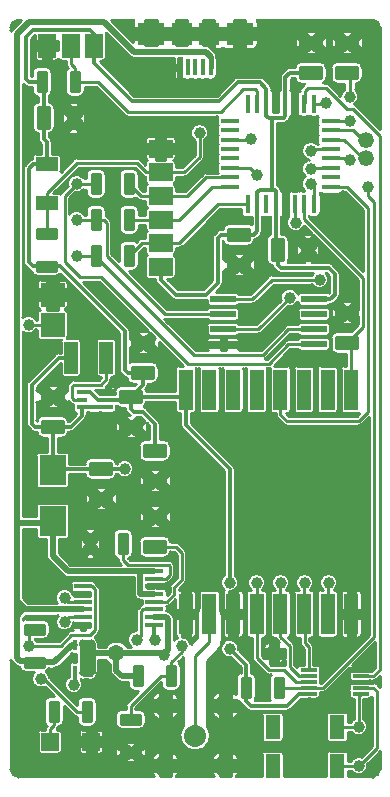
<source format=gbr>
G04 Generated by Ultiboard 13.0 *
%FSLAX24Y24*%
%MOIN*%

%ADD10C,0.0001*%
%ADD11C,0.0001*%
%ADD12C,0.0100*%
%ADD13C,0.0140*%
%ADD14C,0.0120*%
%ADD15C,0.0200*%
%ADD16C,0.0170*%
%ADD17R,0.0512X0.0787*%
%ADD18C,0.0394*%
%ADD19R,0.0472X0.1378*%
%ADD20R,0.0906X0.0984*%
%ADD21R,0.0617X0.0308*%
%ADD22C,0.0167*%
%ADD23R,0.0866X0.0236*%
%ADD24R,0.0787X0.0591*%
%ADD25R,0.0591X0.0787*%
%ADD26C,0.0735*%
%ADD27R,0.0225X0.0583*%
%ADD28R,0.0571X0.0118*%
%ADD29R,0.0157X0.0374*%
%ADD30R,0.0787X0.0787*%
%ADD31R,0.0583X0.0225*%
%ADD32R,0.0728X0.0472*%
%ADD33R,0.0308X0.0617*%
%ADD34R,0.0591X0.0177*%
%ADD35R,0.0160X0.0591*%
%ADD36R,0.0591X0.0160*%
%ADD37R,0.0453X0.1063*%
%ADD38R,0.0374X0.0157*%
%ADD39R,0.0591X0.0591*%
%ADD40C,0.0540*%
%ADD41R,0.0157X0.0551*%
%ADD42R,0.0709X0.0748*%
%ADD43R,0.0906X0.0748*%


G04 ColorRGB 00FF00 for the following layer *
%LNCopper Top*%
%LPD*%
G54D10*
G36*
X-17870Y10259D02*
X-17870Y10259D01*
X-17870Y10164D01*
X-17863Y10164D01*
X-16261Y11767D01*
X-16261Y19012D01*
X-16486Y18786D01*
G75*
D01*
G02X-16600Y18739I-114J114*
G01*
X-16600Y18739D01*
X-19000Y18739D01*
G75*
D01*
G02X-19114Y18787I1J161*
G01*
X-19114Y18787D01*
X-19320Y18992D01*
G75*
D01*
G02X-19367Y19106I114J114*
G01*
X-19367Y19106D01*
X-19367Y19141D01*
X-19443Y19141D01*
G75*
D01*
G02X-19553Y19251I0J110*
G01*
X-19553Y19251D01*
X-19553Y20629D01*
G74*
D01*
G02X-19552Y20647I110J3*
G01*
G74*
D01*
G02X-19573Y20642I47J153*
G01*
G74*
D01*
G02X-19600Y20639I31J157*
G01*
X-19600Y20639D01*
X-19647Y20639D01*
G74*
D01*
G02X-19647Y20629I110J5*
G01*
X-19647Y20629D01*
X-19647Y19251D01*
G75*
D01*
G02X-19757Y19141I-110J0*
G01*
X-19757Y19141D01*
X-20230Y19141D01*
G75*
D01*
G02X-20340Y19251I0J110*
G01*
X-20340Y19251D01*
X-20340Y20629D01*
G74*
D01*
G02X-20340Y20639I110J5*
G01*
X-20340Y20639D01*
X-20435Y20639D01*
G74*
D01*
G02X-20434Y20629I109J16*
G01*
X-20434Y20629D01*
X-20434Y19251D01*
G75*
D01*
G02X-20545Y19141I-111J1*
G01*
X-20545Y19141D01*
X-21017Y19141D01*
G75*
D01*
G02X-21128Y19251I-1J110*
G01*
X-21128Y19251D01*
X-21128Y20629D01*
G74*
D01*
G02X-21127Y20639I111J6*
G01*
X-21127Y20639D01*
X-21222Y20639D01*
G74*
D01*
G02X-21222Y20629I110J5*
G01*
X-21222Y20629D01*
X-21222Y19251D01*
G75*
D01*
G02X-21332Y19141I-110J0*
G01*
X-21332Y19141D01*
X-21805Y19141D01*
G75*
D01*
G02X-21915Y19251I0J110*
G01*
X-21915Y19251D01*
X-21915Y20629D01*
G74*
D01*
G02X-21915Y20639I110J5*
G01*
X-21915Y20639D01*
X-22010Y20639D01*
G74*
D01*
G02X-22009Y20629I109J16*
G01*
X-22009Y20629D01*
X-22009Y19251D01*
G75*
D01*
G02X-22120Y19141I-111J1*
G01*
X-22120Y19141D01*
X-22175Y19141D01*
X-22175Y18831D01*
X-20772Y17428D01*
G75*
D01*
G02X-20719Y17300I-128J-128*
G01*
X-20719Y17300D01*
X-20719Y13748D01*
G75*
D01*
G02X-20904Y13193I-181J-248*
G01*
X-20904Y13193D01*
X-20904Y12583D01*
X-21128Y12583D01*
X-21128Y13149D01*
G74*
D01*
G02X-21071Y13245I111J1*
G01*
G75*
D01*
G02X-21081Y13748I171J255*
G01*
X-21081Y13748D01*
X-21081Y17225D01*
X-22484Y18628D01*
G75*
D01*
G02X-22537Y18756I128J128*
G01*
X-22537Y18756D01*
X-22537Y19141D01*
X-22592Y19141D01*
G75*
D01*
G02X-22703Y19251I-1J110*
G01*
X-22703Y19251D01*
X-22703Y19519D01*
X-23669Y19519D01*
G74*
D01*
G02X-23748Y19373I222J26*
G01*
G74*
D01*
G02X-23672Y19328I51J173*
G01*
X-23672Y19328D01*
X-23272Y18928D01*
G75*
D01*
G02X-23219Y18800I-128J-128*
G01*
X-23219Y18800D01*
X-23219Y18279D01*
X-23092Y18279D01*
G74*
D01*
G02X-22867Y18054I0J225*
G01*
X-22867Y18054D01*
X-22867Y17746D01*
G75*
D01*
G02X-23092Y17521I-225J0*
G01*
X-23092Y17521D01*
X-23708Y17521D01*
G75*
D01*
G02X-23933Y17746I0J225*
G01*
X-23933Y17746D01*
X-23933Y18054D01*
G75*
D01*
G02X-23708Y18279I225J0*
G01*
X-23708Y18279D01*
X-23581Y18279D01*
X-23581Y18725D01*
X-23667Y18811D01*
X-23667Y18546D01*
G75*
D01*
G02X-23674Y18491I-225J1*
G01*
X-23674Y18491D01*
X-23968Y18700D01*
X-23727Y18871D01*
X-23875Y19019D01*
X-23983Y19019D01*
X-24200Y18865D01*
X-24501Y19079D01*
X-24234Y19079D01*
X-24328Y19172D01*
G75*
D01*
G02X-24381Y19300I128J128*
G01*
X-24381Y19300D01*
X-24381Y19321D01*
X-24508Y19321D01*
G75*
D01*
G02X-24669Y19390I1J225*
G01*
X-24669Y19390D01*
X-24669Y19265D01*
G75*
D01*
G02X-24780Y19155I-111J1*
G01*
X-24780Y19155D01*
X-25154Y19155D01*
G75*
D01*
G02X-25215Y19173I-1J110*
G01*
X-25215Y19173D01*
X-25585Y19173D01*
G74*
D01*
G02X-25646Y19155I60J92*
G01*
X-25646Y19155D01*
X-25662Y19155D01*
X-25662Y19067D01*
G75*
D01*
G02X-25712Y18946I-171J0*
G01*
X-25712Y18946D01*
X-26079Y18579D01*
G74*
D01*
G02X-26156Y18535I120J121*
G01*
G74*
D01*
G02X-26200Y18529I45J164*
G01*
X-26200Y18529D01*
X-26268Y18529D01*
G74*
D01*
G02X-26492Y18321I223J16*
G01*
X-26492Y18321D01*
X-26629Y18321D01*
X-26629Y17849D01*
X-26347Y17849D01*
G74*
D01*
G02X-26237Y17739I0J110*
G01*
X-26237Y17739D01*
X-26237Y17471D01*
X-25732Y17471D01*
G75*
D01*
G02X-25508Y17679I223J-16*
G01*
X-25508Y17679D01*
X-24892Y17679D01*
G74*
D01*
G02X-24668Y17471I0J225*
G01*
X-24668Y17471D01*
X-24655Y17471D01*
G75*
D01*
G02X-24655Y17129I255J-171*
G01*
X-24655Y17129D01*
X-24668Y17129D01*
G74*
D01*
G02X-24892Y16921I223J16*
G01*
X-24892Y16921D01*
X-25508Y16921D01*
G75*
D01*
G02X-25732Y17129I0J225*
G01*
X-25732Y17129D01*
X-26237Y17129D01*
X-26237Y16754D01*
G75*
D01*
G02X-26347Y16644I-110J0*
G01*
X-26347Y16644D01*
X-27253Y16644D01*
G75*
D01*
G02X-27363Y16754I0J110*
G01*
X-27363Y16754D01*
X-27363Y17739D01*
G75*
D01*
G02X-27253Y17849I110J0*
G01*
X-27253Y17849D01*
X-26971Y17849D01*
X-26971Y18321D01*
X-27108Y18321D01*
G75*
D01*
G02X-27332Y18529I0J225*
G01*
X-27332Y18529D01*
X-27400Y18529D01*
G75*
D01*
G02X-27461Y18540I-1J171*
G01*
G74*
D01*
G02X-27521Y18579I61J160*
G01*
X-27521Y18579D01*
X-27621Y18679D01*
G75*
D01*
G02X-27671Y18800I121J121*
G01*
X-27671Y18800D01*
X-27671Y20100D01*
G74*
D01*
G02X-27621Y20221I171J0*
G01*
X-27621Y20221D01*
X-26721Y21121D01*
G75*
D01*
G02X-26600Y21171I121J-121*
G01*
X-26600Y21171D01*
X-26527Y21171D01*
X-26527Y21531D01*
G74*
D01*
G02X-26507Y21596I110J2*
G01*
X-26507Y21596D01*
X-27194Y21596D01*
G75*
D01*
G02X-27304Y21706I0J110*
G01*
X-27304Y21706D01*
X-27304Y21939D01*
X-27339Y21939D01*
G75*
D01*
G02X-27789Y21858I-261J160*
G01*
X-27789Y21858D01*
X-27789Y15711D01*
X-27363Y15711D01*
X-27363Y16046D01*
G75*
D01*
G02X-27253Y16156I110J0*
G01*
X-27253Y16156D01*
X-26347Y16156D01*
G74*
D01*
G02X-26237Y16046I0J110*
G01*
X-26237Y16046D01*
X-26237Y15061D01*
G75*
D01*
G02X-26347Y14951I-110J0*
G01*
X-26347Y14951D01*
X-26589Y14951D01*
X-26589Y14487D01*
X-26203Y14101D01*
X-24528Y14101D01*
X-24563Y14136D01*
G75*
D01*
G02X-24611Y14250I112J114*
G01*
X-24611Y14250D01*
X-24611Y14289D01*
G75*
D01*
G02X-24787Y14508I48J219*
G01*
X-24787Y14508D01*
X-24787Y15092D01*
G75*
D01*
G02X-24563Y15316I224J0*
G01*
X-24563Y15316D01*
X-24337Y15316D01*
G74*
D01*
G02X-24113Y15092I0J224*
G01*
X-24113Y15092D01*
X-24113Y14508D01*
G75*
D01*
G02X-24268Y14295I-224J0*
G01*
X-24268Y14295D01*
X-24233Y14261D01*
X-22929Y14261D01*
G74*
D01*
G02X-22889Y14256I0J161*
G01*
G74*
D01*
G02X-22816Y14214I41J156*
G01*
X-22816Y14214D01*
X-22786Y14184D01*
G75*
D01*
G02X-22739Y14070I-113J-113*
G01*
X-22739Y14070D01*
X-22739Y13769D01*
G75*
D01*
G02X-22786Y13655I-161J0*
G01*
X-22786Y13655D01*
X-22916Y13526D01*
G74*
D01*
G02X-23002Y13481I114J113*
G01*
G74*
D01*
G02X-23002Y13472I110J4*
G01*
X-23002Y13472D01*
X-23002Y13454D01*
X-23059Y13454D01*
G74*
D01*
G02X-23112Y13441I52J97*
G01*
X-23112Y13441D01*
X-23661Y13441D01*
X-23661Y13339D01*
X-23407Y13339D01*
G74*
D01*
G02X-23338Y13327I1J211*
G01*
X-23338Y13327D01*
X-23112Y13327D01*
G74*
D01*
G02X-23059Y13313I1J110*
G01*
X-23059Y13313D01*
X-23002Y13313D01*
X-23002Y13295D01*
G75*
D01*
G02X-23009Y13256I-110J0*
G01*
G74*
D01*
G02X-23002Y13217I103J39*
G01*
X-23002Y13217D01*
X-23002Y13098D01*
X-22901Y13199D01*
X-22901Y13360D01*
G74*
D01*
G02X-22853Y13474I161J1*
G01*
X-22853Y13474D01*
X-22661Y13667D01*
X-22661Y14433D01*
X-22767Y14539D01*
X-22867Y14539D01*
G74*
D01*
G02X-23092Y14321I225J7*
G01*
X-23092Y14321D01*
X-23708Y14321D01*
G75*
D01*
G02X-23933Y14546I0J225*
G01*
X-23933Y14546D01*
X-23933Y14854D01*
G75*
D01*
G02X-23708Y15079I225J0*
G01*
X-23708Y15079D01*
X-23092Y15079D01*
G74*
D01*
G02X-22867Y14861I0J225*
G01*
X-22867Y14861D01*
X-22700Y14861D01*
G74*
D01*
G02X-22677Y14859I2J161*
G01*
G74*
D01*
G02X-22586Y14814I22J159*
G01*
X-22586Y14814D01*
X-22386Y14614D01*
G75*
D01*
G02X-22339Y14500I-114J-114*
G01*
X-22339Y14500D01*
X-22339Y13600D01*
G75*
D01*
G02X-22386Y13486I-161J0*
G01*
X-22386Y13486D01*
X-22579Y13293D01*
X-22579Y13259D01*
X-22479Y13259D01*
X-22479Y12583D01*
X-22703Y12583D01*
X-22703Y12942D01*
X-22886Y12758D01*
G74*
D01*
G02X-22939Y12723I113J114*
G01*
G74*
D01*
G02X-23000Y12711I61J149*
G01*
X-23000Y12711D01*
X-23002Y12711D01*
G74*
D01*
G02X-23002Y12705I110J3*
G01*
X-23002Y12705D01*
X-23002Y12569D01*
G74*
D01*
G02X-22882Y12509I29J209*
G01*
X-22882Y12509D01*
X-22801Y12429D01*
G75*
D01*
G02X-22739Y12279I-149J-149*
G01*
X-22739Y12279D01*
X-22739Y11592D01*
G74*
D01*
G02X-22642Y11672I239J191*
G01*
G75*
D01*
G02X-22703Y11771I49J98*
G01*
X-22703Y11771D01*
X-22703Y12337D01*
X-22479Y12337D01*
X-22479Y11706D01*
G74*
D01*
G02X-22201Y11468I21J305*
G01*
X-22201Y11468D01*
X-21970Y11698D01*
X-21970Y12460D01*
G74*
D01*
G02X-21915Y12663I401J0*
G01*
X-21915Y12663D01*
X-21915Y13149D01*
G75*
D01*
G02X-21805Y13259I110J0*
G01*
X-21805Y13259D01*
X-21332Y13259D01*
G74*
D01*
G02X-21222Y13149I0J110*
G01*
X-21222Y13149D01*
X-21222Y12663D01*
G74*
D01*
G02X-21167Y12460I347J203*
G01*
X-21167Y12460D01*
X-21167Y11532D01*
G75*
D01*
G02X-21182Y11421I-402J-2*
G01*
G75*
D01*
G02X-20597Y11253I284J-115*
G01*
X-20597Y11253D01*
X-20222Y10878D01*
G75*
D01*
G02X-20169Y10750I-128J-128*
G01*
X-20169Y10750D01*
X-20169Y10505D01*
G74*
D01*
G02X-20013Y10292I67J213*
G01*
X-20013Y10292D01*
X-20013Y9708D01*
G75*
D01*
G02X-20053Y9581I-224J1*
G01*
X-20053Y9581D01*
X-19547Y9581D01*
G75*
D01*
G02X-19587Y9708I183J127*
G01*
X-19587Y9708D01*
X-19587Y10292D01*
G74*
D01*
G02X-19532Y10439I224J0*
G01*
X-19532Y10439D01*
X-19600Y10439D01*
G75*
D01*
G02X-19621Y10441I5J161*
G01*
G74*
D01*
G02X-19714Y10487I21J159*
G01*
X-19714Y10487D01*
X-20107Y10880D01*
G75*
D01*
G02X-20154Y10994I113J113*
G01*
X-20154Y10994D01*
X-20154Y11660D01*
X-20230Y11660D01*
G75*
D01*
G02X-20340Y11771I1J111*
G01*
X-20340Y11771D01*
X-20340Y13149D01*
G75*
D01*
G02X-20230Y13259I110J0*
G01*
X-20230Y13259D01*
X-20190Y13259D01*
G75*
D01*
G02X-19810Y13259I190J240*
G01*
X-19810Y13259D01*
X-19757Y13259D01*
G74*
D01*
G02X-19647Y13149I0J110*
G01*
X-19647Y13149D01*
X-19647Y11771D01*
G75*
D01*
G02X-19757Y11660I-110J-1*
G01*
X-19757Y11660D01*
X-19833Y11660D01*
X-19833Y11060D01*
X-19765Y10992D01*
X-19568Y10992D01*
X-19568Y10795D01*
X-19533Y10761D01*
X-19270Y10761D01*
X-19270Y10992D01*
X-19061Y10992D01*
X-19061Y11290D01*
X-19270Y11290D01*
X-19270Y11534D01*
G74*
D01*
G02X-19255Y11528I148J393*
G01*
X-19255Y11528D01*
X-19320Y11592D01*
G74*
D01*
G02X-19360Y11660I115J113*
G01*
X-19360Y11660D01*
X-19443Y11660D01*
G75*
D01*
G02X-19553Y11771I1J111*
G01*
X-19553Y11771D01*
X-19553Y13149D01*
G75*
D01*
G02X-19443Y13259I110J0*
G01*
X-19443Y13259D01*
X-19390Y13259D01*
G75*
D01*
G02X-19010Y13259I190J240*
G01*
X-19010Y13259D01*
X-18970Y13259D01*
G74*
D01*
G02X-18860Y13149I0J110*
G01*
X-18860Y13149D01*
X-18860Y11771D01*
G75*
D01*
G02X-18938Y11665I-110J-1*
G01*
X-18938Y11665D01*
X-18786Y11514D01*
G75*
D01*
G02X-18739Y11400I-114J-114*
G01*
X-18739Y11400D01*
X-18739Y10767D01*
X-18657Y10685D01*
G75*
D01*
G02X-18552Y10763I104J-31*
G01*
X-18552Y10763D01*
X-18427Y10763D01*
X-18427Y11300D01*
X-18513Y11386D01*
G75*
D01*
G02X-18561Y11500I112J114*
G01*
X-18561Y11500D01*
X-18561Y11660D01*
X-18655Y11660D01*
G75*
D01*
G02X-18766Y11771I0J111*
G01*
X-18766Y11771D01*
X-18766Y13149D01*
G75*
D01*
G02X-18655Y13259I111J-1*
G01*
X-18655Y13259D01*
X-18590Y13259D01*
G75*
D01*
G02X-18210Y13259I190J240*
G01*
X-18210Y13259D01*
X-18183Y13259D01*
G74*
D01*
G02X-18072Y13149I1J110*
G01*
X-18072Y13149D01*
X-18072Y11771D01*
G75*
D01*
G02X-18183Y11660I-111J0*
G01*
X-18183Y11660D01*
X-18239Y11660D01*
X-18239Y11567D01*
X-18152Y11480D01*
G75*
D01*
G02X-18105Y11366I-114J-114*
G01*
X-18105Y11366D01*
X-18105Y10763D01*
X-17981Y10763D01*
G74*
D01*
G02X-17870Y10653I1J110*
G01*
X-17870Y10653D01*
X-17870Y10535D01*
G75*
D01*
G02X-17877Y10495I-111J-1*
G01*
G74*
D01*
G02X-17870Y10456I104J39*
G01*
X-17870Y10456D01*
X-17870Y10338D01*
G75*
D01*
G02X-17877Y10298I-111J-1*
G01*
G74*
D01*
G02X-17870Y10259I104J39*
G01*
D02*
G37*
%LPC*%
G36*
X-24674Y16091D02*
X-24674Y16091D01*
X-24810Y16188D01*
X-24810Y16188D01*
X-24968Y16300D01*
X-24674Y16509D01*
G74*
D01*
G02X-24667Y16454I217J56*
G01*
X-24667Y16454D01*
X-24667Y16146D01*
G75*
D01*
G02X-24674Y16091I-225J1*
G01*
D02*
G37*
G36*
X-25726Y16091D02*
G75*
D01*
G02X-25733Y16146I217J56*
G01*
X-25733Y16146D01*
X-25733Y16454D01*
G74*
D01*
G02X-25726Y16509I225J1*
G01*
X-25726Y16509D01*
X-25432Y16300D01*
X-25590Y16188D01*
X-25590Y16188D01*
X-25726Y16091D01*
D02*
G37*
G36*
X-17410Y13259D02*
X-17410Y13259D01*
X-17395Y13259D01*
G74*
D01*
G02X-17285Y13149I0J110*
G01*
X-17285Y13149D01*
X-17285Y11771D01*
G75*
D01*
G02X-17395Y11660I-110J-1*
G01*
X-17395Y11660D01*
X-17868Y11660D01*
G75*
D01*
G02X-17978Y11771I1J111*
G01*
X-17978Y11771D01*
X-17978Y13149D01*
G75*
D01*
G02X-17868Y13259I110J0*
G01*
X-17868Y13259D01*
X-17792Y13259D01*
X-17792Y13261D01*
G75*
D01*
G02X-17410Y13259I192J238*
G01*
D02*
G37*
G36*
X-16497Y13149D02*
X-16497Y13149D01*
X-16497Y12583D01*
X-16721Y12583D01*
X-16721Y13259D01*
X-16608Y13259D01*
G74*
D01*
G02X-16497Y13149I1J110*
G01*
D02*
G37*
G36*
X-17080Y13259D02*
X-17080Y13259D01*
X-16967Y13259D01*
X-16967Y12583D01*
X-17191Y12583D01*
X-17191Y13149D01*
G75*
D01*
G02X-17080Y13259I111J-1*
G01*
D02*
G37*
G36*
X-16608Y11660D02*
X-16608Y11660D01*
X-16721Y11660D01*
X-16721Y12337D01*
X-16497Y12337D01*
X-16497Y11771D01*
G75*
D01*
G02X-16608Y11660I-111J0*
G01*
D02*
G37*
G36*
X-17080Y11660D02*
G75*
D01*
G02X-17191Y11771I0J111*
G01*
X-17191Y11771D01*
X-17191Y12337D01*
X-16967Y12337D01*
X-16967Y11660D01*
X-17080Y11660D01*
D02*
G37*
G36*
X-24726Y18909D02*
X-24726Y18909D01*
X-24432Y18700D01*
X-24726Y18491D01*
G75*
D01*
G02X-24733Y18546I217J56*
G01*
X-24733Y18546D01*
X-24733Y18854D01*
G74*
D01*
G02X-24726Y18909I225J1*
G01*
D02*
G37*
G36*
X-24501Y18321D02*
X-24501Y18321D01*
X-24200Y18535D01*
X-23899Y18321D01*
X-24501Y18321D01*
D02*
G37*
G36*
X-23701Y16521D02*
X-23701Y16521D01*
X-23400Y16735D01*
X-23099Y16521D01*
X-23701Y16521D01*
D02*
G37*
G36*
X-23926Y16691D02*
G75*
D01*
G02X-23933Y16746I217J56*
G01*
X-23933Y16746D01*
X-23933Y17054D01*
G74*
D01*
G02X-23926Y17109I225J1*
G01*
X-23926Y17109D01*
X-23632Y16900D01*
X-23926Y16691D01*
D02*
G37*
G36*
X-23099Y17279D02*
X-23099Y17279D01*
X-23400Y17065D01*
X-23701Y17279D01*
X-23099Y17279D01*
D02*
G37*
G36*
X-22874Y16691D02*
X-22874Y16691D01*
X-23168Y16900D01*
X-22874Y17109D01*
G74*
D01*
G02X-22867Y17054I217J56*
G01*
X-22867Y17054D01*
X-22867Y16746D01*
G75*
D01*
G02X-22874Y16691I-225J1*
G01*
D02*
G37*
G36*
X-24899Y16679D02*
X-24899Y16679D01*
X-25200Y16465D01*
X-25501Y16679D01*
X-24899Y16679D01*
D02*
G37*
G36*
X-25501Y15921D02*
X-25501Y15921D01*
X-25200Y16135D01*
X-24899Y15921D01*
X-25501Y15921D01*
D02*
G37*
G36*
X-23099Y16079D02*
X-23099Y16079D01*
X-23400Y15865D01*
X-23701Y16079D01*
X-23099Y16079D01*
D02*
G37*
G36*
X-22874Y15909D02*
G74*
D01*
G02X-22867Y15854I217J56*
G01*
X-22867Y15854D01*
X-22867Y15546D01*
G75*
D01*
G02X-22874Y15491I-225J1*
G01*
X-22874Y15491D01*
X-23168Y15700D01*
X-22874Y15909D01*
D02*
G37*
G36*
X-23701Y15321D02*
X-23701Y15321D01*
X-23400Y15535D01*
X-23099Y15321D01*
X-23701Y15321D01*
D02*
G37*
G36*
X-23926Y15909D02*
X-23926Y15909D01*
X-23632Y15700D01*
X-23926Y15491D01*
G75*
D01*
G02X-23933Y15546I217J56*
G01*
X-23933Y15546D01*
X-23933Y15854D01*
G74*
D01*
G02X-23926Y15909I225J1*
G01*
D02*
G37*
G36*
X-25736Y15304D02*
G75*
D01*
G02X-25663Y15316I72J-212*
G01*
X-25663Y15316D01*
X-25437Y15316D01*
G74*
D01*
G02X-25364Y15304I1J224*
G01*
X-25364Y15304D01*
X-25550Y15019D01*
X-25736Y15304D01*
D02*
G37*
G36*
X-25213Y14503D02*
X-25213Y14503D01*
X-25407Y14800D01*
X-25213Y15097D01*
X-25213Y15092D01*
X-25213Y15092D01*
X-25213Y14508D01*
X-25213Y14503D01*
D02*
G37*
G36*
X-25736Y14296D02*
X-25736Y14296D01*
X-25550Y14581D01*
X-25364Y14296D01*
G74*
D01*
G02X-25437Y14284I72J212*
G01*
X-25437Y14284D01*
X-25663Y14284D01*
G75*
D01*
G02X-25736Y14296I-1J224*
G01*
D02*
G37*
G36*
X-25887Y15097D02*
X-25887Y15097D01*
X-25693Y14800D01*
X-25887Y14503D01*
X-25887Y14508D01*
X-25887Y14508D01*
X-25887Y15092D01*
X-25887Y15097D01*
D02*
G37*
G36*
X-19619Y11141D02*
G75*
D01*
G02X-19619Y11141I200J0*
G01*
D02*
G37*
G36*
X-22120Y11660D02*
X-22120Y11660D01*
X-22233Y11660D01*
X-22233Y12337D01*
X-22009Y12337D01*
X-22009Y11771D01*
G75*
D01*
G02X-22120Y11660I-111J0*
G01*
D02*
G37*
G36*
X-20434Y13149D02*
X-20434Y13149D01*
X-20434Y12583D01*
X-20658Y12583D01*
X-20658Y13259D01*
X-20545Y13259D01*
G74*
D01*
G02X-20434Y13149I1J110*
G01*
D02*
G37*
G36*
X-22009Y13149D02*
X-22009Y13149D01*
X-22009Y12583D01*
X-22233Y12583D01*
X-22233Y13259D01*
X-22120Y13259D01*
G74*
D01*
G02X-22009Y13149I1J110*
G01*
D02*
G37*
G36*
X-20545Y11660D02*
X-20545Y11660D01*
X-20658Y11660D01*
X-20658Y12337D01*
X-20434Y12337D01*
X-20434Y11771D01*
G75*
D01*
G02X-20545Y11660I-111J0*
G01*
D02*
G37*
G36*
X-21017Y11660D02*
G75*
D01*
G02X-21128Y11771I0J111*
G01*
X-21128Y11771D01*
X-21128Y12337D01*
X-20904Y12337D01*
X-20904Y11660D01*
X-21017Y11660D01*
D02*
G37*
G36*
X-19812Y11290D02*
G74*
D01*
G02X-19568Y11534I393J149*
G01*
X-19568Y11534D01*
X-19568Y11290D01*
X-19812Y11290D01*
D02*
G37*
%LPD*%
G36*
X-19177Y25691D02*
X-19177Y25691D01*
X-19177Y25133D01*
X-19146Y25133D01*
G74*
D01*
G02X-18921Y24908I0J225*
G01*
X-18921Y24908D01*
X-18921Y24292D01*
G75*
D01*
G02X-18951Y24181I-225J1*
G01*
X-18951Y24181D01*
X-18433Y24181D01*
X-18300Y24368D01*
X-18167Y24181D01*
X-17600Y24181D01*
G74*
D01*
G02X-17574Y24179I1J181*
G01*
G74*
D01*
G02X-17472Y24128I25J178*
G01*
X-17472Y24128D01*
X-17272Y23928D01*
G75*
D01*
G02X-17219Y23800I-128J-128*
G01*
X-17219Y23800D01*
X-17219Y23100D01*
G75*
D01*
G02X-17272Y22972I-181J0*
G01*
X-17272Y22972D01*
X-17422Y22822D01*
G75*
D01*
G02X-17550Y22769I-128J128*
G01*
X-17550Y22769D01*
X-17562Y22769D01*
G74*
D01*
G02X-17653Y22721I91J62*
G01*
X-17653Y22721D01*
X-18519Y22721D01*
G75*
D01*
G02X-18629Y22832I1J111*
G01*
X-18629Y22832D01*
X-18629Y22855D01*
G75*
D01*
G02X-18971Y22702I-270J146*
G01*
X-18971Y22702D01*
X-19836Y21836D01*
G75*
D01*
G02X-19950Y21789I-114J114*
G01*
X-19950Y21789D01*
X-20579Y21789D01*
G74*
D01*
G02X-20681Y21721I102J42*
G01*
X-20681Y21721D01*
X-21547Y21721D01*
G75*
D01*
G02X-21658Y21832I0J111*
G01*
X-21658Y21832D01*
X-21658Y22068D01*
G75*
D01*
G02X-21547Y22179I111J0*
G01*
X-21547Y22179D01*
X-20681Y22179D01*
G74*
D01*
G02X-20579Y22111I0J111*
G01*
X-20579Y22111D01*
X-20017Y22111D01*
X-19198Y22929D01*
G75*
D01*
G02X-18617Y23119I295J81*
G01*
G75*
D01*
G02X-18519Y23179I98J-50*
G01*
X-18519Y23179D01*
X-17653Y23179D01*
G74*
D01*
G02X-17594Y23162I0J111*
G01*
X-17594Y23162D01*
X-17581Y23175D01*
X-17581Y23725D01*
X-17675Y23819D01*
X-17685Y23819D01*
G75*
D01*
G02X-18161Y23439I-219J-213*
G01*
X-18161Y23439D01*
X-19433Y23439D01*
X-20036Y22836D01*
G75*
D01*
G02X-20150Y22789I-114J114*
G01*
X-20150Y22789D01*
X-20579Y22789D01*
G74*
D01*
G02X-20681Y22721I102J42*
G01*
X-20681Y22721D01*
X-21547Y22721D01*
G75*
D01*
G02X-21658Y22832I0J111*
G01*
X-21658Y22832D01*
X-21658Y22924D01*
G75*
D01*
G02X-21700Y22919I-42J175*
G01*
X-21700Y22919D01*
X-22700Y22919D01*
G75*
D01*
G02X-22828Y22972I0J181*
G01*
X-22828Y22972D01*
X-23328Y23472D01*
G75*
D01*
G02X-23381Y23600I128J128*
G01*
X-23381Y23600D01*
X-23381Y23626D01*
X-23594Y23626D01*
G75*
D01*
G02X-23704Y23736I0J110*
G01*
X-23704Y23736D01*
X-23704Y24327D01*
G74*
D01*
G02X-23644Y24425I110J0*
G01*
G75*
D01*
G02X-23704Y24524I50J98*
G01*
X-23704Y24524D01*
X-23704Y24658D01*
X-23765Y24658D01*
X-23913Y24510D01*
X-23913Y24108D01*
G75*
D01*
G02X-24137Y23884I-224J0*
G01*
X-24137Y23884D01*
X-24257Y23884D01*
X-22983Y22611D01*
X-21649Y22611D01*
G75*
D01*
G02X-21547Y22679I102J-42*
G01*
X-21547Y22679D01*
X-20681Y22679D01*
G74*
D01*
G02X-20571Y22568I1J111*
G01*
X-20571Y22568D01*
X-20571Y22332D01*
G75*
D01*
G02X-20681Y22221I-110J-1*
G01*
X-20681Y22221D01*
X-21547Y22221D01*
G75*
D01*
G02X-21649Y22289I0J111*
G01*
X-21649Y22289D01*
X-23050Y22289D01*
G75*
D01*
G02X-23062Y22290I7J161*
G01*
X-23062Y22290D01*
X-23062Y22290D01*
X-23036Y22264D01*
X-23036Y22264D01*
X-23036Y22264D01*
X-23036Y22264D01*
X-22033Y21261D01*
X-21632Y21261D01*
G75*
D01*
G02X-21658Y21332I84J71*
G01*
X-21658Y21332D01*
X-21658Y21369D01*
X-21195Y21369D01*
X-21195Y21261D01*
X-21033Y21261D01*
X-21033Y21369D01*
X-20571Y21369D01*
X-20571Y21332D01*
G75*
D01*
G02X-20596Y21261I-110J-1*
G01*
X-20596Y21261D01*
X-19867Y21261D01*
X-19064Y22063D01*
G75*
D01*
G02X-18950Y22111I114J-112*
G01*
X-18950Y22111D01*
X-18621Y22111D01*
G75*
D01*
G02X-18519Y22179I102J-42*
G01*
X-18519Y22179D01*
X-17653Y22179D01*
G74*
D01*
G02X-17542Y22068I0J111*
G01*
X-17542Y22068D01*
X-17542Y21832D01*
G75*
D01*
G02X-17653Y21721I-111J0*
G01*
X-17653Y21721D01*
X-18519Y21721D01*
G75*
D01*
G02X-18621Y21789I0J111*
G01*
X-18621Y21789D01*
X-18883Y21789D01*
X-19686Y20986D01*
G74*
D01*
G02X-19720Y20961I112J116*
G01*
X-19720Y20961D01*
X-19667Y20961D01*
X-19064Y21563D01*
G74*
D01*
G02X-19001Y21603I115J111*
G01*
G75*
D01*
G02X-18950Y21611I50J-153*
G01*
X-18950Y21611D01*
X-18621Y21611D01*
G75*
D01*
G02X-18519Y21679I102J-42*
G01*
X-18519Y21679D01*
X-17653Y21679D01*
G74*
D01*
G02X-17542Y21568I0J111*
G01*
X-17542Y21568D01*
X-17542Y21332D01*
G75*
D01*
G02X-17653Y21221I-111J0*
G01*
X-17653Y21221D01*
X-18519Y21221D01*
G75*
D01*
G02X-18621Y21289I0J111*
G01*
X-18621Y21289D01*
X-18883Y21289D01*
X-19045Y21128D01*
X-19433Y20740D01*
X-18970Y20740D01*
G74*
D01*
G02X-18860Y20629I1J111*
G01*
X-18860Y20629D01*
X-18860Y19251D01*
G75*
D01*
G02X-18970Y19141I-110J0*
G01*
X-18970Y19141D01*
X-19013Y19141D01*
X-18933Y19061D01*
X-16667Y19061D01*
X-16584Y19143D01*
G74*
D01*
G02X-16608Y19141I21J108*
G01*
X-16608Y19141D01*
X-17080Y19141D01*
G75*
D01*
G02X-17191Y19251I-1J110*
G01*
X-17191Y19251D01*
X-17191Y20629D01*
G75*
D01*
G02X-17080Y20740I111J0*
G01*
X-17080Y20740D01*
X-17005Y20740D01*
X-17005Y21121D01*
X-17308Y21121D01*
G75*
D01*
G02X-17533Y21346I0J225*
G01*
X-17533Y21346D01*
X-17533Y21654D01*
G75*
D01*
G02X-17308Y21879I225J0*
G01*
X-17308Y21879D01*
X-16849Y21879D01*
X-16621Y22107D01*
X-16621Y22395D01*
X-16768Y22500D01*
X-16621Y22605D01*
X-16621Y23593D01*
X-17921Y24894D01*
X-17921Y24299D01*
X-18135Y24600D01*
X-17924Y24897D01*
X-18117Y25089D01*
X-18300Y24832D01*
X-18509Y25126D01*
G75*
D01*
G02X-18454Y25133I56J-217*
G01*
X-18454Y25133D01*
X-18160Y25133D01*
X-18415Y25387D01*
G75*
D01*
G02X-18947Y25682I-282J118*
G01*
G74*
D01*
G02X-18961Y25681I18J148*
G01*
X-18961Y25681D01*
X-18961Y26045D01*
X-18958Y26045D01*
X-18958Y26209D01*
X-18961Y26209D01*
X-18961Y26573D01*
G74*
D01*
G02X-18885Y26551I3J151*
G01*
G75*
D01*
G02X-18807Y26573I78J-128*
G01*
X-18807Y26573D01*
X-18648Y26573D01*
G74*
D01*
G02X-18570Y26551I0J151*
G01*
G75*
D01*
G02X-18493Y26573I78J-128*
G01*
X-18493Y26573D01*
X-18406Y26573D01*
G75*
D01*
G02X-18378Y27050I205J227*
G01*
G75*
D01*
G02X-18264Y27600I176J250*
G01*
G75*
D01*
G02X-17984Y28118I67J299*
G01*
X-17984Y28118D01*
X-17953Y28118D01*
G75*
D01*
G02X-17973Y28193I130J75*
G01*
X-17973Y28193D01*
X-17973Y28352D01*
G74*
D01*
G02X-17951Y28430I151J0*
G01*
G75*
D01*
G02X-17973Y28507I128J78*
G01*
X-17973Y28507D01*
X-17973Y28667D01*
G74*
D01*
G02X-17951Y28745I151J0*
G01*
G75*
D01*
G02X-17973Y28822I128J78*
G01*
X-17973Y28822D01*
X-17973Y28982D01*
G74*
D01*
G02X-17962Y29038I151J1*
G01*
G74*
D01*
G02X-18018Y29027I56J139*
G01*
X-18018Y29027D01*
X-18178Y29027D01*
G75*
D01*
G02X-18255Y29049I1J151*
G01*
G74*
D01*
G02X-18333Y29027I78J128*
G01*
X-18333Y29027D01*
X-18493Y29027D01*
G75*
D01*
G02X-18570Y29049I1J151*
G01*
G74*
D01*
G02X-18646Y29027I78J128*
G01*
X-18646Y29027D01*
X-18646Y29391D01*
X-18643Y29391D01*
X-18643Y29555D01*
X-18646Y29555D01*
X-18646Y29919D01*
G74*
D01*
G02X-18570Y29898I1J150*
G01*
G74*
D01*
G02X-18561Y29903I77J129*
G01*
G74*
D01*
G02X-18513Y30014I161J4*
G01*
X-18513Y30014D01*
X-18414Y30113D01*
G74*
D01*
G02X-18405Y30121I111J116*
G01*
X-18405Y30121D01*
X-18508Y30121D01*
G75*
D01*
G02X-18731Y30319I0J225*
G01*
X-18731Y30319D01*
X-18825Y30319D01*
X-18862Y30283D01*
X-18862Y29909D01*
G74*
D01*
G02X-18809Y29919I54J140*
G01*
X-18809Y29919D01*
X-18809Y29555D01*
X-18812Y29555D01*
X-18812Y29391D01*
X-18809Y29391D01*
X-18809Y29027D01*
G74*
D01*
G02X-18863Y29038I3J151*
G01*
G74*
D01*
G02X-18915Y28930I180J20*
G01*
X-18915Y28930D01*
X-18972Y28872D01*
G74*
D01*
G02X-19049Y28826I128J128*
G01*
G74*
D01*
G02X-19100Y28819I50J174*
G01*
X-19100Y28819D01*
X-19319Y28819D01*
X-19319Y26762D01*
G74*
D01*
G02X-19272Y26728I81J162*
G01*
X-19272Y26728D01*
X-19230Y26685D01*
G74*
D01*
G02X-19177Y26563I127J128*
G01*
G74*
D01*
G02X-19124Y26573I54J141*
G01*
X-19124Y26573D01*
X-19124Y26209D01*
X-19127Y26209D01*
X-19127Y26045D01*
X-19124Y26045D01*
X-19124Y25681D01*
G74*
D01*
G02X-19177Y25691I1J150*
G01*
D02*
G37*
%LPC*%
G36*
X-17301Y22121D02*
X-17301Y22121D01*
X-17000Y22335D01*
X-16699Y22121D01*
X-17301Y22121D01*
D02*
G37*
G36*
X-16699Y22879D02*
X-16699Y22879D01*
X-17000Y22665D01*
X-17301Y22879D01*
X-16699Y22879D01*
D02*
G37*
G36*
X-18679Y24901D02*
X-18679Y24901D01*
X-18465Y24600D01*
X-18679Y24299D01*
X-18679Y24901D01*
D02*
G37*
G36*
X-18183Y20740D02*
G74*
D01*
G02X-18072Y20629I0J111*
G01*
X-18072Y20629D01*
X-18072Y19251D01*
G75*
D01*
G02X-18183Y19141I-111J1*
G01*
X-18183Y19141D01*
X-18655Y19141D01*
G75*
D01*
G02X-18766Y19251I-1J110*
G01*
X-18766Y19251D01*
X-18766Y20629D01*
G75*
D01*
G02X-18655Y20740I111J0*
G01*
X-18655Y20740D01*
X-18183Y20740D01*
D02*
G37*
G36*
X-17395Y20740D02*
G74*
D01*
G02X-17285Y20629I1J111*
G01*
X-17285Y20629D01*
X-17285Y19251D01*
G75*
D01*
G02X-17395Y19141I-110J0*
G01*
X-17395Y19141D01*
X-17868Y19141D01*
G75*
D01*
G02X-17978Y19251I0J110*
G01*
X-17978Y19251D01*
X-17978Y20629D01*
G75*
D01*
G02X-17868Y20740I110J1*
G01*
X-17868Y20740D01*
X-17395Y20740D01*
D02*
G37*
G36*
X-17542Y22332D02*
G75*
D01*
G02X-17653Y22221I-111J0*
G01*
X-17653Y22221D01*
X-18519Y22221D01*
G75*
D01*
G02X-18629Y22332I1J111*
G01*
X-18629Y22332D01*
X-18629Y22568D01*
G75*
D01*
G02X-18519Y22679I110J1*
G01*
X-18519Y22679D01*
X-17653Y22679D01*
G74*
D01*
G02X-17542Y22568I0J111*
G01*
X-17542Y22568D01*
X-17542Y22332D01*
D02*
G37*
G36*
X-17526Y22709D02*
X-17526Y22709D01*
X-17232Y22500D01*
X-17526Y22291D01*
G75*
D01*
G02X-17533Y22346I217J56*
G01*
X-17533Y22346D01*
X-17533Y22654D01*
G74*
D01*
G02X-17526Y22709I225J1*
G01*
D02*
G37*
G36*
X-20571Y21568D02*
X-20571Y21568D01*
X-20571Y21531D01*
X-21033Y21531D01*
X-21033Y21679D01*
X-20681Y21679D01*
G74*
D01*
G02X-20571Y21568I1J111*
G01*
D02*
G37*
G36*
X-21658Y21568D02*
G75*
D01*
G02X-21547Y21679I111J0*
G01*
X-21547Y21679D01*
X-21195Y21679D01*
X-21195Y21531D01*
X-21658Y21531D01*
X-21658Y21568D01*
D02*
G37*
%LPD*%
G36*
X-19101Y7784D02*
X-19101Y7784D01*
X-19101Y7041D01*
X-17669Y7041D01*
X-17669Y7784D01*
G75*
D01*
G02X-17558Y7895I111J0*
G01*
X-17558Y7895D01*
X-17047Y7895D01*
G74*
D01*
G02X-16936Y7784I0J111*
G01*
X-16936Y7784D01*
X-16936Y7551D01*
X-16867Y7551D01*
G75*
D01*
G02X-16529Y7698I266J-151*
G01*
X-16529Y7698D01*
X-16161Y8067D01*
X-16161Y9680D01*
G74*
D01*
G02X-16248Y9637I87J66*
G01*
X-16248Y9637D01*
X-16439Y9637D01*
X-16439Y8961D01*
G75*
D01*
G02X-16855Y8529I-164J-258*
G01*
X-16855Y8529D01*
X-16936Y8529D01*
X-16936Y8296D01*
G75*
D01*
G02X-17047Y8185I-111J0*
G01*
X-17047Y8185D01*
X-17558Y8185D01*
G75*
D01*
G02X-17669Y8296I0J111*
G01*
X-17669Y8296D01*
X-17669Y9083D01*
G75*
D01*
G02X-17558Y9194I111J0*
G01*
X-17558Y9194D01*
X-17047Y9194D01*
G74*
D01*
G02X-16936Y9083I0J111*
G01*
X-16936Y9083D01*
X-16936Y8850D01*
X-16867Y8850D01*
G74*
D01*
G02X-16761Y8961I267J149*
G01*
X-16761Y8961D01*
X-16761Y9637D01*
X-16819Y9637D01*
G75*
D01*
G02X-16930Y9747I-1J110*
G01*
X-16930Y9747D01*
X-16930Y9865D01*
G74*
D01*
G02X-16923Y9905I111J1*
G01*
G75*
D01*
G02X-16930Y9944I104J39*
G01*
X-16930Y9944D01*
X-16930Y10062D01*
G74*
D01*
G02X-16923Y10102I111J1*
G01*
G74*
D01*
G02X-16930Y10140I104J39*
G01*
X-16930Y10140D01*
X-16898Y10140D01*
G75*
D01*
G02X-16819Y10173I79J-78*
G01*
X-16819Y10173D01*
X-16248Y10173D01*
G74*
D01*
G02X-16205Y10164I1J111*
G01*
X-16205Y10164D01*
X-16103Y10164D01*
G74*
D01*
G02X-16042Y10152I0J161*
G01*
G74*
D01*
G02X-15989Y10117I60J149*
G01*
X-15989Y10117D01*
X-15895Y10023D01*
X-15895Y10377D01*
X-15989Y10283D01*
G75*
D01*
G02X-16103Y10236I-114J114*
G01*
X-16103Y10236D01*
X-16205Y10236D01*
G74*
D01*
G02X-16248Y10227I44J101*
G01*
X-16248Y10227D01*
X-16819Y10227D01*
G75*
D01*
G02X-16898Y10260I0J111*
G01*
X-16898Y10260D01*
X-16930Y10260D01*
G74*
D01*
G02X-16923Y10298I111J1*
G01*
G75*
D01*
G02X-16930Y10338I104J39*
G01*
X-16930Y10338D01*
X-16930Y10456D01*
G74*
D01*
G02X-16923Y10495I111J0*
G01*
G74*
D01*
G02X-16930Y10534I104J39*
G01*
X-16930Y10534D01*
X-16898Y10534D01*
G75*
D01*
G02X-16819Y10566I78J-79*
G01*
X-16819Y10566D01*
X-16248Y10566D01*
G74*
D01*
G02X-16205Y10558I2J110*
G01*
X-16205Y10558D01*
X-16170Y10558D01*
X-16061Y10667D01*
X-16061Y11512D01*
X-16809Y10763D01*
X-16594Y10763D01*
X-16594Y10654D01*
X-16919Y10654D01*
X-17683Y9889D01*
G75*
D01*
G02X-17797Y9842I-114J114*
G01*
X-17797Y9842D01*
X-17870Y9842D01*
X-17870Y9747D01*
G75*
D01*
G02X-17981Y9637I-111J1*
G01*
X-17981Y9637D01*
X-18203Y9637D01*
G74*
D01*
G02X-18266Y9625I65J168*
G01*
X-18266Y9625D01*
X-18519Y9625D01*
X-18872Y9272D01*
G74*
D01*
G02X-18978Y9220I128J128*
G01*
G74*
D01*
G02X-19000Y9219I19J180*
G01*
X-19000Y9219D01*
X-20200Y9219D01*
G75*
D01*
G02X-20233Y9222I0J181*
G01*
G74*
D01*
G02X-20328Y9272I33J178*
G01*
X-20328Y9272D01*
X-20478Y9422D01*
G74*
D01*
G02X-20521Y9492I129J127*
G01*
G74*
D01*
G02X-20649Y9583I57J216*
G01*
X-20649Y9583D01*
X-20810Y9583D01*
G75*
D01*
G02X-20810Y9217I-234J-183*
G01*
X-20810Y9217D01*
X-20560Y9217D01*
G74*
D01*
G02X-20860Y8916I484J182*
G01*
X-20860Y8916D01*
X-20860Y9166D01*
G75*
D01*
G02X-21227Y9166I-184J234*
G01*
X-21227Y9166D01*
X-21227Y8916D01*
G74*
D01*
G02X-21528Y9217I183J484*
G01*
X-21528Y9217D01*
X-21278Y9217D01*
G75*
D01*
G02X-21278Y9583I234J183*
G01*
X-21278Y9583D01*
X-21528Y9583D01*
G74*
D01*
G02X-21227Y9884I484J183*
G01*
X-21227Y9884D01*
X-21227Y9634D01*
G75*
D01*
G02X-20860Y9634I183J-234*
G01*
X-20860Y9634D01*
X-20860Y9884D01*
G74*
D01*
G02X-20687Y9775I184J483*
G01*
X-20687Y9775D01*
X-20687Y10292D01*
G74*
D01*
G02X-20531Y10505I224J0*
G01*
X-20531Y10505D01*
X-20531Y10675D01*
X-20853Y10997D01*
G75*
D01*
G02X-21196Y11380I-48J302*
G01*
G74*
D01*
G02X-21284Y11247I373J151*
G01*
X-21284Y11247D01*
X-21642Y10890D01*
X-21642Y8726D01*
G75*
D01*
G02X-22446Y8726I-402J-325*
G01*
X-22446Y8726D01*
X-22446Y11027D01*
X-22602Y10871D01*
G74*
D01*
G02X-22513Y10692I135J179*
G01*
X-22513Y10692D01*
X-22513Y10108D01*
G75*
D01*
G02X-22737Y9884I-224J0*
G01*
X-22737Y9884D01*
X-22963Y9884D01*
G75*
D01*
G02X-23187Y10108I0J224*
G01*
X-23187Y10108D01*
X-23187Y10186D01*
X-24039Y9333D01*
X-24039Y9287D01*
X-23908Y9287D01*
G74*
D01*
G02X-23684Y9063I0J224*
G01*
X-23684Y9063D01*
X-23684Y8837D01*
G75*
D01*
G02X-23908Y8613I-224J0*
G01*
X-23908Y8613D01*
X-24492Y8613D01*
G75*
D01*
G02X-24716Y8837I0J224*
G01*
X-24716Y8837D01*
X-24716Y9063D01*
G75*
D01*
G02X-24492Y9287I224J0*
G01*
X-24492Y9287D01*
X-24361Y9287D01*
X-24361Y9400D01*
G74*
D01*
G02X-24313Y9514I161J1*
G01*
X-24313Y9514D01*
X-23943Y9884D01*
X-24063Y9884D01*
G75*
D01*
G02X-24287Y10108I0J224*
G01*
X-24287Y10108D01*
X-24287Y10189D01*
X-24500Y10189D01*
G75*
D01*
G02X-24566Y10200I1J211*
G01*
G74*
D01*
G02X-24649Y10251I65J200*
G01*
X-24649Y10251D01*
X-24818Y10420D01*
G75*
D01*
G02X-24880Y10569I148J149*
G01*
X-24880Y10569D01*
X-24880Y10778D01*
G74*
D01*
G02X-25032Y10930I210J362*
G01*
X-25032Y10930D01*
X-25290Y10930D01*
X-25290Y10500D01*
G75*
D01*
G02X-25362Y10342I-210J0*
G01*
G74*
D01*
G02X-25465Y10269I103J36*
G01*
X-25465Y10269D01*
X-25623Y10269D01*
G75*
D01*
G02X-25672Y10281I1J111*
G01*
G74*
D01*
G02X-25721Y10269I50J98*
G01*
X-25721Y10269D01*
X-25844Y10269D01*
G75*
D01*
G02X-26245Y10371I-256J-168*
G01*
G75*
D01*
G02X-26245Y10380I110J5*
G01*
X-26245Y10380D01*
X-26245Y10754D01*
G75*
D01*
G02X-26135Y10864I110J0*
G01*
X-26135Y10864D01*
X-26010Y10864D01*
X-26010Y11136D01*
X-26135Y11136D01*
G75*
D01*
G02X-26162Y11139I-1J110*
G01*
X-26162Y11139D01*
X-26601Y10701D01*
G75*
D01*
G02X-26750Y10639I-149J148*
G01*
X-26750Y10639D01*
X-26907Y10639D01*
G74*
D01*
G02X-27006Y10538I201J98*
G01*
G74*
D01*
G02X-26894Y10321I194J238*
G01*
X-26894Y10321D01*
X-26486Y9914D01*
X-26486Y9914D01*
X-26486Y9914D01*
X-26486Y9914D01*
X-25987Y9414D01*
X-25987Y9492D01*
G75*
D01*
G02X-25763Y9716I224J0*
G01*
X-25763Y9716D01*
X-25537Y9716D01*
G74*
D01*
G02X-25313Y9492I0J224*
G01*
X-25313Y9492D01*
X-25313Y8908D01*
G75*
D01*
G02X-25537Y8684I-224J0*
G01*
X-25537Y8684D01*
X-25763Y8684D01*
G75*
D01*
G02X-25987Y8908I0J224*
G01*
X-25987Y8908D01*
X-25987Y9039D01*
X-26000Y9039D01*
G75*
D01*
G02X-26025Y9041I0J161*
G01*
G74*
D01*
G02X-26114Y9087I25J158*
G01*
X-26114Y9087D01*
X-26413Y9386D01*
X-26413Y8908D01*
G75*
D01*
G02X-26602Y8687I-224J0*
G01*
G74*
D01*
G02X-26636Y8636I148J62*
G01*
X-26636Y8636D01*
X-26667Y8606D01*
X-26594Y8606D01*
G74*
D01*
G02X-26483Y8495I0J111*
G01*
X-26483Y8495D01*
X-26483Y7905D01*
G75*
D01*
G02X-26594Y7794I-111J0*
G01*
X-26594Y7794D01*
X-27184Y7794D01*
G75*
D01*
G02X-27295Y7905I0J111*
G01*
X-27295Y7905D01*
X-27295Y8495D01*
G75*
D01*
G02X-27184Y8606I111J0*
G01*
X-27184Y8606D01*
X-27050Y8606D01*
X-27050Y8611D01*
G74*
D01*
G02X-27002Y8725I161J1*
G01*
X-27002Y8725D01*
X-26998Y8729D01*
G75*
D01*
G02X-27087Y8908I135J179*
G01*
X-27087Y8908D01*
X-27087Y9492D01*
G75*
D01*
G02X-26863Y9716I224J0*
G01*
X-26863Y9716D01*
X-26743Y9716D01*
X-27056Y10029D01*
G75*
D01*
G02X-27421Y10513I-149J267*
G01*
X-27421Y10513D01*
X-27692Y10513D01*
G75*
D01*
G02X-27911Y10689I0J224*
G01*
G74*
D01*
G02X-28049Y10751I12J211*
G01*
X-28049Y10751D01*
X-28149Y10851D01*
G74*
D01*
G02X-28192Y10913I148J149*
G01*
X-28192Y10913D01*
X-28192Y7283D01*
G75*
D01*
G02X-28192Y7275I-151J-4*
G01*
G74*
D01*
G03X-27957Y7040I243J8*
G01*
G75*
D01*
G02X-27949Y7041I23J-148*
G01*
X-27949Y7041D01*
X-23416Y7041D01*
G74*
D01*
G02X-23528Y7217I370J359*
G01*
X-23528Y7217D01*
X-23278Y7217D01*
G75*
D01*
G02X-23278Y7583I234J183*
G01*
X-23278Y7583D01*
X-23528Y7583D01*
G74*
D01*
G02X-23227Y7884I484J183*
G01*
X-23227Y7884D01*
X-23227Y7634D01*
G75*
D01*
G02X-22860Y7634I183J-234*
G01*
X-22860Y7634D01*
X-22860Y7884D01*
G74*
D01*
G02X-22560Y7583I184J483*
G01*
X-22560Y7583D01*
X-22810Y7583D01*
G75*
D01*
G02X-22810Y7217I-234J-183*
G01*
X-22810Y7217D01*
X-22560Y7217D01*
G74*
D01*
G02X-22672Y7041I483J184*
G01*
X-22672Y7041D01*
X-21416Y7041D01*
G74*
D01*
G02X-21528Y7217I370J359*
G01*
X-21528Y7217D01*
X-21278Y7217D01*
G75*
D01*
G02X-21278Y7583I234J183*
G01*
X-21278Y7583D01*
X-21528Y7583D01*
G74*
D01*
G02X-21227Y7884I484J183*
G01*
X-21227Y7884D01*
X-21227Y7634D01*
G75*
D01*
G02X-20860Y7634I183J-234*
G01*
X-20860Y7634D01*
X-20860Y7884D01*
G74*
D01*
G02X-20560Y7583I184J483*
G01*
X-20560Y7583D01*
X-20810Y7583D01*
G75*
D01*
G02X-20810Y7217I-234J-183*
G01*
X-20810Y7217D01*
X-20560Y7217D01*
G74*
D01*
G02X-20672Y7041I483J184*
G01*
X-20672Y7041D01*
X-19834Y7041D01*
X-19834Y7784D01*
G75*
D01*
G02X-19724Y7895I110J1*
G01*
X-19724Y7895D01*
X-19212Y7895D01*
G74*
D01*
G02X-19101Y7784I0J111*
G01*
D02*
G37*
%LPC*%
G36*
X-16138Y10654D02*
X-16138Y10654D01*
X-16474Y10654D01*
X-16474Y10763D01*
X-16248Y10763D01*
G74*
D01*
G02X-16138Y10654I0J110*
G01*
D02*
G37*
G36*
X-22810Y9583D02*
G75*
D01*
G02X-22810Y9217I-234J-183*
G01*
X-22810Y9217D01*
X-22560Y9217D01*
G74*
D01*
G02X-22860Y8916I484J182*
G01*
X-22860Y8916D01*
X-22860Y9166D01*
G75*
D01*
G02X-23227Y9166I-184J234*
G01*
X-23227Y9166D01*
X-23227Y8916D01*
G74*
D01*
G02X-23528Y9217I183J484*
G01*
X-23528Y9217D01*
X-23278Y9217D01*
G75*
D01*
G02X-23278Y9583I234J183*
G01*
X-23278Y9583D01*
X-23528Y9583D01*
G74*
D01*
G02X-23227Y9884I484J183*
G01*
X-23227Y9884D01*
X-23227Y9634D01*
G75*
D01*
G02X-22860Y9634I183J-234*
G01*
X-22860Y9634D01*
X-22860Y9884D01*
G74*
D01*
G02X-22560Y9583I184J483*
G01*
X-22560Y9583D01*
X-22810Y9583D01*
D02*
G37*
G36*
X-19212Y9194D02*
G74*
D01*
G02X-19101Y9083I0J111*
G01*
X-19101Y9083D01*
X-19101Y8296D01*
G75*
D01*
G02X-19212Y8185I-111J0*
G01*
X-19212Y8185D01*
X-19724Y8185D01*
G75*
D01*
G02X-19834Y8296I1J111*
G01*
X-19834Y8296D01*
X-19834Y9083D01*
G75*
D01*
G02X-19724Y9194I110J1*
G01*
X-19724Y9194D01*
X-19212Y9194D01*
D02*
G37*
G36*
X-25806Y8606D02*
X-25806Y8606D01*
X-25655Y8606D01*
X-25655Y8344D01*
X-25917Y8344D01*
X-25917Y8495D01*
G75*
D01*
G02X-25806Y8606I111J0*
G01*
D02*
G37*
G36*
X-25105Y8495D02*
X-25105Y8495D01*
X-25105Y8344D01*
X-25367Y8344D01*
X-25367Y8606D01*
X-25216Y8606D01*
G74*
D01*
G02X-25105Y8495I0J111*
G01*
D02*
G37*
G36*
X-23903Y8187D02*
X-23903Y8187D01*
X-24200Y7993D01*
X-24497Y8187D01*
X-24492Y8187D01*
X-24492Y8187D01*
X-23908Y8187D01*
X-23903Y8187D01*
D02*
G37*
G36*
X-23696Y7664D02*
X-23696Y7664D01*
X-23981Y7850D01*
X-23696Y8036D01*
G74*
D01*
G02X-23684Y7963I212J72*
G01*
X-23684Y7963D01*
X-23684Y7737D01*
G75*
D01*
G02X-23696Y7664I-224J-1*
G01*
D02*
G37*
G36*
X-24497Y7513D02*
X-24497Y7513D01*
X-24200Y7707D01*
X-23903Y7513D01*
X-23908Y7513D01*
X-23908Y7513D01*
X-24492Y7513D01*
X-24497Y7513D01*
D02*
G37*
G36*
X-24704Y7664D02*
G75*
D01*
G02X-24716Y7737I212J72*
G01*
X-24716Y7737D01*
X-24716Y7963D01*
G74*
D01*
G02X-24704Y8036I224J1*
G01*
X-24704Y8036D01*
X-24419Y7850D01*
X-24704Y7664D01*
D02*
G37*
G36*
X-25216Y7794D02*
X-25216Y7794D01*
X-25367Y7794D01*
X-25367Y8056D01*
X-25105Y8056D01*
X-25105Y7905D01*
G75*
D01*
G02X-25216Y7794I-111J0*
G01*
D02*
G37*
G36*
X-25806Y7794D02*
G75*
D01*
G02X-25917Y7905I0J111*
G01*
X-25917Y7905D01*
X-25917Y8056D01*
X-25655Y8056D01*
X-25655Y7794D01*
X-25806Y7794D01*
D02*
G37*
%LPD*%
G36*
X-27781Y24200D02*
X-27781Y24200D01*
X-27781Y27300D01*
G74*
D01*
G02X-27728Y27428I181J0*
G01*
X-27728Y27428D01*
X-27579Y27577D01*
G74*
D01*
G02X-27491Y27626I129J127*
G01*
G74*
D01*
G02X-27475Y27629I41J175*
G01*
X-27475Y27629D01*
X-27475Y27686D01*
G75*
D01*
G02X-27364Y27796I111J-1*
G01*
X-27364Y27796D01*
X-27181Y27796D01*
X-27181Y28125D01*
X-27228Y28172D01*
G75*
D01*
G02X-27281Y28300I128J128*
G01*
X-27281Y28300D01*
X-27281Y28469D01*
G75*
D01*
G02X-27479Y28692I26J222*
G01*
X-27479Y28692D01*
X-27479Y29308D01*
G74*
D01*
G02X-27281Y29531I225J0*
G01*
X-27281Y29531D01*
X-27281Y29685D01*
G75*
D01*
G02X-27487Y29908I17J222*
G01*
X-27487Y29908D01*
X-27487Y30019D01*
X-27600Y30019D01*
G75*
D01*
G02X-27728Y30072I0J181*
G01*
X-27728Y30072D01*
X-27789Y30133D01*
X-27789Y22342D01*
G75*
D01*
G02X-27339Y22261I189J-242*
G01*
X-27339Y22261D01*
X-27304Y22261D01*
X-27304Y22494D01*
G74*
D01*
G02X-27224Y22600I110J0*
G01*
G75*
D01*
G02X-27304Y22706I30J106*
G01*
X-27304Y22706D01*
X-27304Y22921D01*
X-26979Y22921D01*
X-26979Y22604D01*
X-26621Y22604D01*
X-26621Y22921D01*
X-26296Y22921D01*
X-26296Y22706D01*
G75*
D01*
G02X-26376Y22600I-110J0*
G01*
G74*
D01*
G02X-26296Y22494I30J106*
G01*
X-26296Y22494D01*
X-26296Y21706D01*
G75*
D01*
G02X-26316Y21642I-110J-1*
G01*
X-26316Y21642D01*
X-25964Y21642D01*
G74*
D01*
G02X-25854Y21531I1J111*
G01*
X-25854Y21531D01*
X-25854Y20469D01*
G75*
D01*
G02X-25964Y20358I-110J-1*
G01*
X-25964Y20358D01*
X-26417Y20358D01*
G75*
D01*
G02X-26527Y20469I1J111*
G01*
X-26527Y20469D01*
X-26527Y20829D01*
X-26529Y20829D01*
X-27329Y20029D01*
X-27329Y19894D01*
G74*
D01*
G02X-27326Y19909I221J36*
G01*
X-27326Y19909D01*
X-27032Y19700D01*
X-27326Y19491D01*
G74*
D01*
G02X-27329Y19506I218J51*
G01*
X-27329Y19506D01*
X-27329Y18894D01*
G75*
D01*
G02X-27108Y19079I221J-39*
G01*
X-27108Y19079D01*
X-26492Y19079D01*
G74*
D01*
G02X-26268Y18874I0J225*
G01*
X-26268Y18874D01*
X-26004Y19138D01*
X-26004Y19155D01*
X-26020Y19155D01*
G75*
D01*
G02X-26131Y19265I-1J110*
G01*
X-26131Y19265D01*
X-26131Y19423D01*
G74*
D01*
G02X-26129Y19442I111J2*
G01*
G74*
D01*
G02X-26137Y19444I35J156*
G01*
G74*
D01*
G02X-26214Y19487I36J156*
G01*
X-26214Y19487D01*
X-26263Y19536D01*
G74*
D01*
G02X-26267Y19540I111J115*
G01*
G74*
D01*
G02X-26274Y19491I225J7*
G01*
X-26274Y19491D01*
X-26568Y19700D01*
X-26311Y19883D01*
X-26311Y20050D01*
G74*
D01*
G02X-26263Y20164I161J1*
G01*
X-26263Y20164D01*
X-26214Y20213D01*
G75*
D01*
G02X-26100Y20261I114J-112*
G01*
X-26100Y20261D01*
X-25267Y20261D01*
X-25170Y20357D01*
X-25170Y20358D01*
X-25236Y20358D01*
G75*
D01*
G02X-25346Y20469I1J111*
G01*
X-25346Y20469D01*
X-25346Y21531D01*
G75*
D01*
G02X-25236Y21642I110J1*
G01*
X-25236Y21642D01*
X-24783Y21642D01*
G74*
D01*
G02X-24673Y21531I1J111*
G01*
X-24673Y21531D01*
X-24673Y20469D01*
G75*
D01*
G02X-24783Y20358I-110J-1*
G01*
X-24783Y20358D01*
X-24849Y20358D01*
X-24849Y20291D01*
G75*
D01*
G02X-24896Y20177I-160J-1*
G01*
X-24896Y20177D01*
X-25034Y20039D01*
X-25034Y19923D01*
X-25264Y19923D01*
X-25264Y19935D01*
X-25264Y19939D01*
X-25264Y19939D01*
X-25383Y19939D01*
X-25233Y19789D01*
X-25164Y19789D01*
G75*
D01*
G02X-25154Y19789I5J-110*
G01*
X-25154Y19789D01*
X-24780Y19789D01*
G74*
D01*
G02X-24770Y19789I5J110*
G01*
X-24770Y19789D01*
X-24733Y19789D01*
X-24733Y19854D01*
G74*
D01*
G02X-24722Y19923I225J0*
G01*
X-24722Y19923D01*
X-24900Y19923D01*
X-24900Y20045D01*
X-24780Y20045D01*
G74*
D01*
G02X-24685Y19992I1J110*
G01*
G75*
D01*
G02X-24508Y20079I177J-137*
G01*
X-24508Y20079D01*
X-24077Y20079D01*
X-24034Y20121D01*
X-24108Y20121D01*
G75*
D01*
G02X-24332Y20322I0J225*
G01*
G74*
D01*
G02X-24365Y20331I31J177*
G01*
G74*
D01*
G02X-24428Y20372I65J169*
G01*
X-24428Y20372D01*
X-24528Y20472D01*
G75*
D01*
G02X-24581Y20600I128J128*
G01*
X-24581Y20600D01*
X-24581Y21825D01*
X-26542Y23786D01*
G74*
D01*
G02X-26708Y23713I165J151*
G01*
X-26708Y23713D01*
X-27292Y23713D01*
G75*
D01*
G02X-27508Y23879I0J224*
G01*
G74*
D01*
G02X-27578Y23922I57J171*
G01*
X-27578Y23922D01*
X-27728Y24072D01*
G75*
D01*
G02X-27781Y24200I128J128*
G01*
D02*
G37*
%LPC*%
G36*
X-27101Y19321D02*
X-27101Y19321D01*
X-26800Y19535D01*
X-26499Y19321D01*
X-27101Y19321D01*
D02*
G37*
G36*
X-26499Y20079D02*
X-26499Y20079D01*
X-26800Y19865D01*
X-27101Y20079D01*
X-26499Y20079D01*
D02*
G37*
G36*
X-26296Y23494D02*
X-26296Y23494D01*
X-26296Y23279D01*
X-26621Y23279D01*
X-26621Y23604D01*
X-26406Y23604D01*
G74*
D01*
G02X-26296Y23494I0J110*
G01*
D02*
G37*
G36*
X-27304Y23494D02*
G75*
D01*
G02X-27194Y23604I110J0*
G01*
X-27194Y23604D01*
X-26979Y23604D01*
X-26979Y23279D01*
X-27304Y23279D01*
X-27304Y23494D01*
D02*
G37*
%LPD*%
G36*
X-16138Y32251D02*
X-16138Y32251D01*
X-19985Y32251D01*
G74*
D01*
G02X-19964Y32174I130J77*
G01*
X-19964Y32174D01*
X-19964Y31986D01*
X-20381Y31986D01*
X-20381Y32251D01*
X-20753Y32251D01*
X-20753Y31986D01*
X-21086Y31986D01*
X-21086Y31979D01*
X-21412Y31979D01*
X-21412Y32251D01*
X-21770Y32251D01*
X-21770Y31979D01*
X-22317Y31979D01*
X-22317Y32251D01*
X-22676Y32251D01*
X-22676Y31979D01*
X-23002Y31979D01*
X-23002Y31986D01*
X-23334Y31986D01*
X-23334Y32251D01*
X-23706Y32251D01*
X-23706Y31986D01*
X-24124Y31986D01*
X-24124Y32174D01*
G74*
D01*
G02X-24103Y32251I151J0*
G01*
X-24103Y32251D01*
X-24852Y32251D01*
X-24124Y31522D01*
X-24124Y31614D01*
X-23706Y31614D01*
X-23706Y31411D01*
X-23334Y31411D01*
X-23334Y31614D01*
X-23002Y31614D01*
X-23002Y31621D01*
X-22676Y31621D01*
X-22676Y31411D01*
X-22317Y31411D01*
X-22317Y31621D01*
X-21770Y31621D01*
X-21770Y31411D01*
X-21700Y31411D01*
G74*
D01*
G02X-21633Y31400I0J211*
G01*
G74*
D01*
G02X-21551Y31349I67J199*
G01*
X-21551Y31349D01*
X-21383Y31181D01*
G75*
D01*
G02X-21327Y30982I-148J-149*
G01*
G74*
D01*
G02X-21324Y30954I126J28*
G01*
X-21324Y30954D01*
X-21324Y30402D01*
G75*
D01*
G02X-21453Y30273I-129J0*
G01*
X-21453Y30273D01*
X-21611Y30273D01*
G75*
D01*
G02X-21660Y30283I1J129*
G01*
G74*
D01*
G02X-21709Y30273I50J118*
G01*
X-21709Y30273D01*
X-21867Y30273D01*
G75*
D01*
G02X-21916Y30283I1J129*
G01*
G74*
D01*
G02X-21965Y30273I50J118*
G01*
X-21965Y30273D01*
X-22123Y30273D01*
G75*
D01*
G02X-22172Y30283I1J129*
G01*
G74*
D01*
G02X-22221Y30273I50J118*
G01*
X-22221Y30273D01*
X-22378Y30273D01*
G75*
D01*
G02X-22428Y30283I0J129*
G01*
G74*
D01*
G02X-22477Y30273I50J118*
G01*
X-22477Y30273D01*
X-22482Y30273D01*
X-22482Y30325D01*
G75*
D01*
G02X-22508Y30402I103J78*
G01*
X-22508Y30402D01*
X-22508Y30954D01*
G74*
D01*
G02X-22503Y30989I130J1*
G01*
X-22503Y30989D01*
X-22629Y30989D01*
X-22629Y30752D01*
X-22764Y30752D01*
X-22764Y30954D01*
G74*
D01*
G02X-22759Y30989I130J1*
G01*
X-22759Y30989D01*
X-24100Y30989D01*
G75*
D01*
G02X-24249Y31051I0J211*
G01*
X-24249Y31051D01*
X-25008Y31810D01*
G74*
D01*
G02X-25007Y31794I109J15*
G01*
X-25007Y31794D01*
X-25007Y31006D01*
G75*
D01*
G02X-25117Y30896I-110J0*
G01*
X-25117Y30896D01*
X-25232Y30896D01*
X-25232Y30888D01*
X-24075Y29731D01*
X-21325Y29731D01*
X-20748Y30308D01*
G75*
D01*
G02X-20620Y30361I128J-128*
G01*
X-20620Y30361D01*
X-19880Y30361D01*
G75*
D01*
G02X-19752Y30308I0J-181*
G01*
X-19752Y30308D01*
X-19545Y30100D01*
G75*
D01*
G02X-19492Y29972I-127J-128*
G01*
X-19492Y29972D01*
X-19492Y29909D01*
G74*
D01*
G02X-19439Y29919I54J140*
G01*
X-19439Y29919D01*
X-19439Y29555D01*
X-19442Y29555D01*
X-19442Y29391D01*
X-19439Y29391D01*
X-19439Y29181D01*
X-19276Y29181D01*
X-19276Y29391D01*
X-19273Y29391D01*
X-19273Y29555D01*
X-19276Y29555D01*
X-19276Y29919D01*
G74*
D01*
G02X-19223Y29909I1J150*
G01*
X-19223Y29909D01*
X-19223Y30357D01*
G74*
D01*
G02X-19170Y30486I180J1*
G01*
X-19170Y30486D01*
X-19045Y30611D01*
X-19045Y30611D01*
X-19028Y30628D01*
G75*
D01*
G02X-18900Y30681I128J-128*
G01*
X-18900Y30681D01*
X-18731Y30681D01*
G75*
D01*
G02X-18508Y30879I222J-26*
G01*
X-18508Y30879D01*
X-17892Y30879D01*
G74*
D01*
G02X-17667Y30654I0J225*
G01*
X-17667Y30654D01*
X-17667Y30346D01*
G75*
D01*
G02X-17765Y30161I-225J1*
G01*
X-17765Y30161D01*
X-17700Y30161D01*
G74*
D01*
G02X-17643Y30150I2J161*
G01*
G74*
D01*
G02X-17586Y30114I55J150*
G01*
X-17586Y30114D01*
X-17205Y29732D01*
G74*
D01*
G02X-17101Y29932I304J31*
G01*
X-17101Y29932D01*
X-17101Y30121D01*
X-17308Y30121D01*
G75*
D01*
G02X-17533Y30346I0J225*
G01*
X-17533Y30346D01*
X-17533Y30654D01*
G75*
D01*
G02X-17308Y30879I225J0*
G01*
X-17308Y30879D01*
X-16692Y30879D01*
G74*
D01*
G02X-16467Y30654I0J225*
G01*
X-16467Y30654D01*
X-16467Y30346D01*
G75*
D01*
G02X-16692Y30121I-225J0*
G01*
X-16692Y30121D01*
X-16699Y30121D01*
X-16699Y29932D01*
G75*
D01*
G02X-16730Y29445I-200J-232*
G01*
G74*
D01*
G02X-16686Y29414I69J145*
G01*
X-16686Y29414D01*
X-15895Y28623D01*
X-15895Y32008D01*
G74*
D01*
G02X-15895Y32016I150J4*
G01*
G74*
D01*
G03X-16130Y32251I243J8*
G01*
X-16138Y32251D01*
D02*
G37*
%LPC*%
G36*
X-17301Y31121D02*
X-17301Y31121D01*
X-17000Y31335D01*
X-16699Y31121D01*
X-17301Y31121D01*
D02*
G37*
G36*
X-17526Y31709D02*
X-17526Y31709D01*
X-17232Y31500D01*
X-17526Y31291D01*
G75*
D01*
G02X-17533Y31346I217J56*
G01*
X-17533Y31346D01*
X-17533Y31654D01*
G74*
D01*
G02X-17526Y31709I225J1*
G01*
D02*
G37*
G36*
X-17899Y31879D02*
X-17899Y31879D01*
X-18200Y31665D01*
X-18501Y31879D01*
X-17899Y31879D01*
D02*
G37*
G36*
X-17674Y31709D02*
G74*
D01*
G02X-17667Y31654I217J56*
G01*
X-17667Y31654D01*
X-17667Y31346D01*
G75*
D01*
G02X-17674Y31291I-225J1*
G01*
X-17674Y31291D01*
X-17968Y31500D01*
X-17674Y31709D01*
D02*
G37*
G36*
X-18501Y31121D02*
X-18501Y31121D01*
X-18200Y31335D01*
X-17899Y31121D01*
X-18501Y31121D01*
D02*
G37*
G36*
X-18726Y31709D02*
X-18726Y31709D01*
X-18432Y31500D01*
X-18726Y31291D01*
G75*
D01*
G02X-18733Y31346I217J56*
G01*
X-18733Y31346D01*
X-18733Y31654D01*
G74*
D01*
G02X-18726Y31709I225J1*
G01*
D02*
G37*
G36*
X-16699Y31879D02*
X-16699Y31879D01*
X-17000Y31665D01*
X-17301Y31879D01*
X-16699Y31879D01*
D02*
G37*
G36*
X-16474Y31709D02*
G74*
D01*
G02X-16467Y31654I217J56*
G01*
X-16467Y31654D01*
X-16467Y31346D01*
G75*
D01*
G02X-16474Y31291I-225J1*
G01*
X-16474Y31291D01*
X-16768Y31500D01*
X-16474Y31709D01*
D02*
G37*
G36*
X-21237Y31275D02*
X-21237Y31275D01*
X-21412Y31275D01*
X-21412Y31621D01*
X-21086Y31621D01*
X-21086Y31614D01*
X-20753Y31614D01*
X-20753Y31275D01*
X-21020Y31275D01*
G75*
D01*
G02X-21128Y31321I1J151*
G01*
G74*
D01*
G02X-21237Y31275I109J105*
G01*
D02*
G37*
G36*
X-22764Y30402D02*
X-22764Y30402D01*
X-22764Y30604D01*
X-22629Y30604D01*
X-22629Y30273D01*
X-22634Y30273D01*
G75*
D01*
G02X-22764Y30402I-1J129*
G01*
D02*
G37*
G36*
X-19964Y31426D02*
G75*
D01*
G02X-20115Y31275I-151J0*
G01*
X-20115Y31275D01*
X-20381Y31275D01*
X-20381Y31614D01*
X-19964Y31614D01*
X-19964Y31426D01*
D02*
G37*
%LPD*%
G36*
X-22696Y26689D02*
G74*
D01*
G03X-22756Y26787I110J0*
G01*
G75*
D01*
G03X-22696Y26886I-50J98*
G01*
X-22696Y26886D01*
X-22696Y27020D01*
X-22419Y27020D01*
G75*
D01*
G03X-22305Y27067I0J161*
G01*
X-22305Y27067D01*
X-21786Y27586D01*
G75*
D01*
G03X-21739Y27700I-114J114*
G01*
X-21739Y27700D01*
X-21739Y28239D01*
G75*
D01*
G03X-22061Y28239I-161J260*
G01*
X-22061Y28239D01*
X-22061Y27767D01*
X-22485Y27342D01*
X-22696Y27342D01*
X-22696Y27476D01*
G74*
D01*
G03X-22756Y27575I110J1*
G01*
G75*
D01*
G03X-22696Y27673I-50J98*
G01*
X-22696Y27673D01*
X-22696Y27825D01*
X-23056Y27825D01*
X-23056Y27587D01*
X-23344Y27587D01*
X-23344Y27825D01*
X-23704Y27825D01*
X-23704Y27673D01*
G75*
D01*
G03X-23644Y27575I110J0*
G01*
G74*
D01*
G03X-23704Y27476I50J98*
G01*
X-23704Y27476D01*
X-23704Y27432D01*
X-23886Y27614D01*
G74*
D01*
G03X-23960Y27656I114J114*
G01*
G74*
D01*
G03X-24000Y27661I40J156*
G01*
X-24000Y27661D01*
X-26000Y27661D01*
G75*
D01*
G03X-26054Y27652I-1J-161*
G01*
G74*
D01*
G03X-26114Y27613I56J151*
G01*
X-26114Y27613D01*
X-26526Y27201D01*
G75*
D01*
G03X-26525Y27213I-109J15*
G01*
X-26525Y27213D01*
X-26525Y27686D01*
G74*
D01*
G03X-26636Y27796I111J1*
G01*
X-26636Y27796D01*
X-26819Y27796D01*
X-26819Y28200D01*
G75*
D01*
G03X-26872Y28328I-181J0*
G01*
X-26872Y28328D01*
X-26919Y28375D01*
X-26919Y28469D01*
G75*
D01*
G03X-26721Y28692I-26J222*
G01*
X-26721Y28692D01*
X-26721Y29308D01*
G74*
D01*
G03X-26919Y29531I225J0*
G01*
X-26919Y29531D01*
X-26919Y29718D01*
G75*
D01*
G03X-26813Y29908I-117J190*
G01*
X-26813Y29908D01*
X-26813Y30492D01*
G74*
D01*
G03X-27037Y30716I224J0*
G01*
X-27037Y30716D01*
X-27263Y30716D01*
G75*
D01*
G03X-27487Y30492I0J-224*
G01*
X-27487Y30492D01*
X-27487Y30381D01*
X-27519Y30381D01*
X-27519Y31625D01*
X-27393Y31751D01*
X-27393Y31544D01*
X-27131Y31544D01*
X-27131Y31757D01*
X-26843Y31757D01*
X-26843Y31544D01*
X-26606Y31544D01*
X-26606Y31256D01*
X-26843Y31256D01*
X-26843Y30896D01*
X-26692Y30896D01*
G74*
D01*
G03X-26594Y30956I0J110*
G01*
G75*
D01*
G03X-26495Y30896I98J50*
G01*
X-26495Y30896D01*
X-26361Y30896D01*
X-26361Y30800D01*
G75*
D01*
G03X-26313Y30686I161J1*
G01*
X-26313Y30686D01*
X-26298Y30671D01*
G74*
D01*
G03X-26387Y30492I135J179*
G01*
X-26387Y30492D01*
X-26387Y29908D01*
G75*
D01*
G03X-26163Y29684I224J0*
G01*
X-26163Y29684D01*
X-25937Y29684D01*
G75*
D01*
G03X-25713Y29908I0J224*
G01*
X-25713Y29908D01*
X-25713Y30039D01*
X-25367Y30039D01*
X-24414Y29087D01*
G74*
D01*
G03X-24354Y29048I115J111*
G01*
G75*
D01*
G03X-24300Y29039I53J152*
G01*
X-24300Y29039D01*
X-21308Y29039D01*
G74*
D01*
G03X-21319Y28982I139J56*
G01*
X-21319Y28982D01*
X-21319Y28822D01*
G75*
D01*
G03X-21298Y28745I150J0*
G01*
G74*
D01*
G03X-21319Y28667I129J77*
G01*
X-21319Y28667D01*
X-21319Y28507D01*
G75*
D01*
G03X-21298Y28430I150J0*
G01*
G74*
D01*
G03X-21319Y28352I129J77*
G01*
X-21319Y28352D01*
X-21319Y28193D01*
G75*
D01*
G03X-21298Y28115I150J-1*
G01*
G74*
D01*
G03X-21319Y28037I129J77*
G01*
X-21319Y28037D01*
X-21319Y27878D01*
G75*
D01*
G03X-21298Y27800I150J-1*
G01*
G74*
D01*
G03X-21319Y27722I129J77*
G01*
X-21319Y27722D01*
X-21319Y27563D01*
G75*
D01*
G03X-21298Y27485I150J-1*
G01*
G74*
D01*
G03X-21319Y27407I129J77*
G01*
X-21319Y27407D01*
X-21319Y27248D01*
G75*
D01*
G03X-21300Y27173I150J-2*
G01*
X-21300Y27173D01*
X-21687Y27173D01*
G75*
D01*
G03X-21801Y27126I-1J-160*
G01*
X-21801Y27126D01*
X-22373Y26554D01*
X-22696Y26554D01*
X-22696Y26689D01*
D02*
G37*
%LPC*%
G36*
X-23594Y28374D02*
G75*
D01*
G03X-23704Y28264I0J-110*
G01*
X-23704Y28264D01*
X-23704Y28112D01*
X-23344Y28112D01*
X-23344Y28374D01*
X-23594Y28374D01*
D02*
G37*
G36*
X-22696Y28264D02*
G74*
D01*
G03X-22806Y28374I110J0*
G01*
X-22806Y28374D01*
X-23056Y28374D01*
X-23056Y28112D01*
X-22696Y28112D01*
X-22696Y28264D01*
D02*
G37*
G36*
X-26479Y29301D02*
X-26479Y29301D01*
X-26479Y28699D01*
X-26265Y29000D01*
X-26479Y29301D01*
D02*
G37*
G36*
X-26309Y28474D02*
G75*
D01*
G03X-26254Y28467I56J217*
G01*
X-26254Y28467D01*
X-25946Y28467D01*
G74*
D01*
G03X-25891Y28474I1J225*
G01*
X-25891Y28474D01*
X-26100Y28768D01*
X-26309Y28474D01*
D02*
G37*
G36*
X-25721Y28699D02*
X-25721Y28699D01*
X-25721Y29301D01*
X-25935Y29000D01*
X-25721Y28699D01*
D02*
G37*
G36*
X-26309Y29526D02*
X-26309Y29526D01*
X-26100Y29232D01*
X-25891Y29526D01*
G74*
D01*
G03X-25946Y29533I56J217*
G01*
X-25946Y29533D01*
X-26254Y29533D01*
G75*
D01*
G03X-26309Y29526I1J-225*
G01*
D02*
G37*
G36*
X-27393Y31006D02*
G75*
D01*
G03X-27283Y30896I110J0*
G01*
X-27283Y30896D01*
X-27131Y30896D01*
X-27131Y31256D01*
X-27393Y31256D01*
X-27393Y31006D01*
D02*
G37*
%LPD*%
G36*
X-23813Y12783D02*
G75*
D01*
G03X-23813Y12774I110J-4*
G01*
G74*
D01*
G03X-23898Y12730I28J158*
G01*
X-23898Y12730D01*
X-23963Y12664D01*
G74*
D01*
G03X-24011Y12550I112J114*
G01*
X-24011Y12550D01*
X-24011Y11907D01*
G75*
D01*
G03X-24181Y11352I11J-307*
G01*
X-24181Y11352D01*
X-24306Y11352D01*
G75*
D01*
G03X-25032Y11352I-363J-209*
G01*
X-25032Y11352D01*
X-25290Y11352D01*
X-25290Y11500D01*
G74*
D01*
G03X-25362Y11658I210J0*
G01*
G74*
D01*
G03X-25381Y11692I103J35*
G01*
X-25381Y11692D01*
X-25270Y11802D01*
G75*
D01*
G03X-25223Y11916I-114J114*
G01*
X-25223Y11916D01*
X-25223Y13283D01*
G75*
D01*
G03X-25270Y13398I-161J1*
G01*
X-25270Y13398D01*
X-25370Y13498D01*
G74*
D01*
G03X-25392Y13516I113J115*
G01*
G75*
D01*
G03X-25387Y13551I-105J33*
G01*
X-25387Y13551D01*
X-25387Y13569D01*
X-25444Y13569D01*
G74*
D01*
G03X-25497Y13583I54J96*
G01*
X-25497Y13583D01*
X-26088Y13583D01*
G75*
D01*
G03X-26141Y13569I1J-111*
G01*
X-26141Y13569D01*
X-26198Y13569D01*
X-26198Y13551D01*
G75*
D01*
G03X-26191Y13512I110J0*
G01*
G74*
D01*
G03X-26198Y13472I103J39*
G01*
X-26198Y13472D01*
X-26198Y13295D01*
G75*
D01*
G03X-26191Y13256I110J0*
G01*
G74*
D01*
G03X-26197Y13230I103J38*
G01*
G75*
D01*
G03X-26654Y12827I-210J-223*
G01*
X-26654Y12827D01*
X-27629Y12827D01*
X-27789Y12987D01*
X-27789Y15289D01*
X-27363Y15289D01*
X-27363Y15061D01*
G75*
D01*
G03X-27253Y14951I110J0*
G01*
X-27253Y14951D01*
X-27011Y14951D01*
X-27011Y14400D01*
G75*
D01*
G03X-26949Y14251I211J0*
G01*
X-26949Y14251D01*
X-26439Y13741D01*
G74*
D01*
G03X-26354Y13689I149J148*
G01*
G75*
D01*
G03X-26290Y13679I64J200*
G01*
X-26290Y13679D01*
X-24083Y13679D01*
X-24083Y13128D01*
G75*
D01*
G03X-23872Y12917I211J0*
G01*
X-23872Y12917D01*
X-23813Y12917D01*
X-23813Y12783D01*
D02*
G37*
G36*
X-23492Y20121D02*
X-23492Y20121D01*
X-23619Y20121D01*
X-23619Y20100D01*
G75*
D01*
G02X-23672Y19972I-181J0*
G01*
X-23672Y19972D01*
X-23690Y19954D01*
G74*
D01*
G02X-23669Y19881I203J98*
G01*
X-23669Y19881D01*
X-22703Y19881D01*
X-22703Y20629D01*
G75*
D01*
G02X-22592Y20740I111J0*
G01*
X-22592Y20740D01*
X-22467Y20740D01*
X-23267Y21540D01*
X-23267Y21346D01*
G75*
D01*
G02X-23274Y21291I-225J1*
G01*
X-23274Y21291D01*
X-23568Y21500D01*
X-23369Y21642D01*
X-23562Y21834D01*
X-23800Y21665D01*
X-24101Y21879D01*
X-23606Y21879D01*
X-25267Y23539D01*
X-25783Y23539D01*
X-24272Y22028D01*
G75*
D01*
G02X-24219Y21900I-128J-128*
G01*
X-24219Y21900D01*
X-24219Y21633D01*
X-24032Y21500D01*
X-24219Y21367D01*
X-24219Y20849D01*
G75*
D01*
G02X-24108Y20879I112J-194*
G01*
X-24108Y20879D01*
X-23492Y20879D01*
G74*
D01*
G02X-23267Y20654I0J225*
G01*
X-23267Y20654D01*
X-23267Y20346D01*
G75*
D01*
G02X-23492Y20121I-225J0*
G01*
D02*
G37*
%LPC*%
G36*
X-24101Y21121D02*
X-24101Y21121D01*
X-23800Y21335D01*
X-23499Y21121D01*
X-24101Y21121D01*
D02*
G37*
%LPD*%
G36*
X-24587Y25892D02*
X-24587Y25892D01*
X-24587Y25308D01*
G75*
D01*
G03X-24363Y25084I224J0*
G01*
X-24363Y25084D01*
X-24137Y25084D01*
G75*
D01*
G03X-23913Y25308I0J224*
G01*
X-23913Y25308D01*
X-23913Y25439D01*
X-23704Y25439D01*
X-23704Y25311D01*
G75*
D01*
G03X-23644Y25213I110J0*
G01*
G74*
D01*
G03X-23704Y25114I50J98*
G01*
X-23704Y25114D01*
X-23704Y24980D01*
X-23831Y24980D01*
G75*
D01*
G03X-23865Y24976I2J-161*
G01*
G74*
D01*
G03X-23945Y24932I34J156*
G01*
X-23945Y24932D01*
X-24005Y24873D01*
G74*
D01*
G03X-24137Y24916I132J181*
G01*
X-24137Y24916D01*
X-24363Y24916D01*
G75*
D01*
G03X-24587Y24692I0J-224*
G01*
X-24587Y24692D01*
X-24587Y24214D01*
X-24839Y24467D01*
X-24839Y25500D01*
G75*
D01*
G03X-24886Y25614I-161J0*
G01*
X-24886Y25614D01*
X-24986Y25714D01*
G74*
D01*
G03X-25013Y25735I112J116*
G01*
X-25013Y25735D01*
X-25013Y25892D01*
G74*
D01*
G03X-25237Y26116I224J0*
G01*
X-25237Y26116D01*
X-25463Y26116D01*
G75*
D01*
G03X-25687Y25892I0J-224*
G01*
X-25687Y25892D01*
X-25687Y25761D01*
X-25739Y25761D01*
G75*
D01*
G03X-26239Y25792I-261J-160*
G01*
X-26239Y25792D01*
X-26239Y26333D01*
X-26071Y26502D01*
G75*
D01*
G03X-25768Y26599I72J297*
G01*
X-25768Y26599D01*
X-25687Y26599D01*
X-25687Y26508D01*
G75*
D01*
G03X-25463Y26284I224J0*
G01*
X-25463Y26284D01*
X-25237Y26284D01*
G75*
D01*
G03X-25013Y26508I0J224*
G01*
X-25013Y26508D01*
X-25013Y27092D01*
G74*
D01*
G03X-25237Y27316I224J0*
G01*
X-25237Y27316D01*
X-25463Y27316D01*
G75*
D01*
G03X-25687Y27092I0J-224*
G01*
X-25687Y27092D01*
X-25687Y27001D01*
X-25768Y27001D01*
G75*
D01*
G03X-26298Y26729I-233J-198*
G01*
X-26298Y26729D01*
X-26513Y26514D01*
G74*
D01*
G03X-26550Y26457I113J114*
G01*
G74*
D01*
G03X-26636Y26497I85J70*
G01*
X-26636Y26497D01*
X-26775Y26497D01*
X-25933Y27339D01*
X-24067Y27339D01*
X-23795Y27068D01*
G74*
D01*
G03X-23722Y27026I113J113*
G01*
G74*
D01*
G03X-23704Y27022I44J154*
G01*
X-23704Y27022D01*
X-23704Y26886D01*
G75*
D01*
G03X-23644Y26787I110J-1*
G01*
G74*
D01*
G03X-23704Y26689I50J98*
G01*
X-23704Y26689D01*
X-23704Y26554D01*
X-23777Y26554D01*
X-23913Y26690D01*
X-23913Y27092D01*
G74*
D01*
G03X-24137Y27316I224J0*
G01*
X-24137Y27316D01*
X-24363Y27316D01*
G75*
D01*
G03X-24587Y27092I0J-224*
G01*
X-24587Y27092D01*
X-24587Y26508D01*
G75*
D01*
G03X-24363Y26284I224J0*
G01*
X-24363Y26284D01*
X-24137Y26284D01*
G74*
D01*
G03X-24005Y26327I0J224*
G01*
X-24005Y26327D01*
X-23958Y26280D01*
G74*
D01*
G03X-23898Y26243I112J115*
G01*
G75*
D01*
G03X-23843Y26233I56J150*
G01*
X-23843Y26233D01*
X-23704Y26233D01*
X-23704Y26098D01*
G75*
D01*
G03X-23644Y26000I110J0*
G01*
G74*
D01*
G03X-23704Y25902I50J98*
G01*
X-23704Y25902D01*
X-23704Y25761D01*
X-23913Y25761D01*
X-23913Y25892D01*
G74*
D01*
G03X-24137Y26116I224J0*
G01*
X-24137Y26116D01*
X-24363Y26116D01*
G75*
D01*
G03X-24587Y25892I0J-224*
G01*
D02*
G37*
G36*
X-19538Y25116D02*
X-19538Y25116D01*
X-19538Y25691D01*
G74*
D01*
G02X-19593Y25681I54J140*
G01*
X-19593Y25681D01*
X-19752Y25681D01*
G75*
D01*
G02X-19807Y25691I-1J150*
G01*
X-19807Y25691D01*
X-19807Y25213D01*
G75*
D01*
G02X-19860Y25085I-180J0*
G01*
X-19860Y25085D01*
X-19972Y24972D01*
G74*
D01*
G02X-20068Y24922I128J128*
G01*
G74*
D01*
G02X-20292Y24721I224J24*
G01*
X-20292Y24721D01*
X-20908Y24721D01*
G75*
D01*
G02X-21119Y24869I0J225*
G01*
X-21119Y24869D01*
X-21119Y24304D01*
X-20832Y24100D01*
X-21119Y23896D01*
X-21119Y23500D01*
G75*
D01*
G02X-21172Y23372I-181J0*
G01*
X-21172Y23372D01*
X-21366Y23179D01*
X-20681Y23179D01*
G74*
D01*
G02X-20579Y23111I0J111*
G01*
X-20579Y23111D01*
X-20217Y23111D01*
X-19614Y23713D01*
G75*
D01*
G02X-19500Y23761I114J-112*
G01*
X-19500Y23761D01*
X-18161Y23761D01*
G74*
D01*
G02X-18115Y23819I261J160*
G01*
X-18115Y23819D01*
X-19200Y23819D01*
G75*
D01*
G02X-19265Y23831I0J181*
G01*
G74*
D01*
G02X-19328Y23872I65J169*
G01*
X-19328Y23872D01*
X-19428Y23972D01*
G74*
D01*
G02X-19478Y24068I128J128*
G01*
G75*
D01*
G02X-19679Y24292I24J224*
G01*
X-19679Y24292D01*
X-19679Y24908D01*
G74*
D01*
G02X-19538Y25116I225J1*
G01*
D02*
G37*
%LPC*%
G36*
X-20299Y24479D02*
X-20299Y24479D01*
X-20600Y24265D01*
X-20901Y24479D01*
X-20299Y24479D01*
D02*
G37*
G36*
X-20901Y23721D02*
X-20901Y23721D01*
X-20600Y23935D01*
X-20299Y23721D01*
X-20901Y23721D01*
D02*
G37*
G36*
X-20074Y24309D02*
G74*
D01*
G02X-20067Y24254I217J56*
G01*
X-20067Y24254D01*
X-20067Y23946D01*
G75*
D01*
G02X-20074Y23891I-225J1*
G01*
X-20074Y23891D01*
X-20368Y24100D01*
X-20074Y24309D01*
D02*
G37*
%LPD*%
G36*
X-20168Y25442D02*
X-20168Y25442D01*
X-20168Y25691D01*
G74*
D01*
G02X-20222Y25681I54J140*
G01*
X-20222Y25681D01*
X-20382Y25681D01*
G75*
D01*
G02X-20533Y25831I-1J150*
G01*
X-20533Y25831D01*
X-20533Y25966D01*
X-21207Y25966D01*
X-21536Y25637D01*
X-22467Y24705D01*
G75*
D01*
G02X-22581Y24658I-114J114*
G01*
X-22581Y24658D01*
X-22696Y24658D01*
X-22696Y24524D01*
G75*
D01*
G02X-22756Y24425I-110J-1*
G01*
G74*
D01*
G02X-22696Y24327I50J98*
G01*
X-22696Y24327D01*
X-22696Y23736D01*
G75*
D01*
G02X-22806Y23626I-110J0*
G01*
X-22806Y23626D01*
X-22970Y23626D01*
X-22625Y23281D01*
X-21775Y23281D01*
X-21481Y23575D01*
X-21481Y25000D01*
G74*
D01*
G02X-21428Y25128I181J0*
G01*
X-21428Y25128D01*
X-21328Y25228D01*
G75*
D01*
G02X-21200Y25281I128J-128*
G01*
X-21200Y25281D01*
X-21131Y25281D01*
G75*
D01*
G02X-20908Y25479I222J-26*
G01*
X-20908Y25479D01*
X-20292Y25479D01*
G74*
D01*
G02X-20168Y25442I0J225*
G01*
D02*
G37*
G36*
X-18252Y25700D02*
X-18252Y25700D01*
X-18252Y25679D01*
X-16461Y23888D01*
X-16461Y25933D01*
X-17064Y26537D01*
X-17104Y26537D01*
G74*
D01*
G02X-17231Y26467I127J80*
G01*
X-17231Y26467D01*
X-17822Y26467D01*
G75*
D01*
G02X-17878Y26478I1J151*
G01*
G74*
D01*
G02X-17867Y26422I139J56*
G01*
X-17867Y26422D01*
X-17867Y25831D01*
G75*
D01*
G02X-18018Y25681I-151J1*
G01*
X-18018Y25681D01*
X-18178Y25681D01*
G75*
D01*
G02X-18252Y25700I-1J150*
G01*
D02*
G37*
G36*
X-26122Y11911D02*
X-26122Y11911D01*
X-26179Y11911D01*
G75*
D01*
G03X-26187Y11911I-4J-161*
G01*
G74*
D01*
G03X-26293Y11863I9J161*
G01*
X-26293Y11863D01*
X-26596Y11561D01*
X-27339Y11561D01*
G74*
D01*
G03X-27379Y11613I261J159*
G01*
X-27379Y11613D01*
X-27108Y11613D01*
G75*
D01*
G03X-26884Y11837I0J224*
G01*
X-26884Y11837D01*
X-26884Y12063D01*
G74*
D01*
G03X-27108Y12287I224J0*
G01*
X-27108Y12287D01*
X-27692Y12287D01*
G75*
D01*
G03X-27789Y12265I0J-224*
G01*
X-27789Y12265D01*
X-27789Y12313D01*
X-27701Y12401D01*
X-27701Y12401D01*
X-27701Y12401D01*
X-27696Y12405D01*
X-26628Y12405D01*
G75*
D01*
G03X-26191Y11976I219J-215*
G01*
G74*
D01*
G03X-26122Y11911I103J40*
G01*
D02*
G37*
G36*
X-15895Y7275D02*
G74*
D01*
G02X-16130Y7040I243J8*
G01*
X-16138Y7041D01*
X-16138Y7041D01*
X-16936Y7041D01*
X-16936Y7230D01*
X-16855Y7230D01*
G75*
D01*
G03X-16302Y7471I256J168*
G01*
X-16302Y7471D01*
X-15895Y7877D01*
X-15895Y7283D01*
G75*
D01*
G03X-15895Y7275I150J-4*
G01*
D02*
G37*
G36*
X-25900Y11473D02*
G75*
D01*
G02X-25900Y11393I-156J-40*
G01*
X-25900Y11393D01*
X-25900Y10500D01*
G75*
D01*
G03X-25800Y10400I100J0*
G01*
X-25800Y10400D01*
X-25500Y10400D01*
G75*
D01*
G03X-25400Y10500I0J100*
G01*
X-25400Y10500D01*
X-25400Y11500D01*
G74*
D01*
G03X-25500Y11600I100J0*
G01*
X-25500Y11600D01*
X-25800Y11600D01*
G75*
D01*
G03X-25900Y11500I0J-100*
G01*
X-25900Y11500D01*
X-25900Y11473D01*
D02*
G37*
G36*
X-16605Y27650D02*
G75*
D01*
G02X-16605Y27650I255J0*
G01*
D02*
G37*
G36*
X-16605Y28250D02*
G75*
D01*
G02X-16605Y28250I255J0*
G01*
D02*
G37*
G36*
X-26142Y12034D02*
G74*
D01*
G03X-26096Y12161I258J165*
G01*
G75*
D01*
G03X-26088Y12161I4J111*
G01*
X-26088Y12161D01*
X-25545Y12161D01*
X-25545Y12034D01*
X-25722Y12034D01*
X-25722Y11911D01*
X-25863Y11911D01*
X-25863Y12034D01*
X-26142Y12034D01*
D02*
G37*
G36*
X-28149Y31949D02*
G74*
D01*
G03X-28192Y31887I148J149*
G01*
X-28192Y31887D01*
X-28192Y32008D01*
G74*
D01*
G03X-28192Y32016I151J4*
G01*
G74*
D01*
G02X-27957Y32251I243J8*
G01*
G75*
D01*
G03X-27949Y32251I4J150*
G01*
X-27949Y32251D01*
X-27848Y32251D01*
X-28149Y31949D01*
D02*
G37*
G36*
X-26141Y13199D02*
G75*
D01*
G03X-26088Y13185I53J95*
G01*
X-26088Y13185D01*
X-25545Y13185D01*
X-25545Y13071D01*
X-26088Y13071D01*
G75*
D01*
G03X-26101Y13070I2J-110*
G01*
G74*
D01*
G03X-26166Y13199I299J70*
G01*
X-26166Y13199D01*
X-26141Y13199D01*
D02*
G37*
G36*
X-23227Y7166D02*
G75*
D01*
G03X-22860Y7166I183J234*
G01*
X-22860Y7166D01*
X-22860Y7041D01*
X-23227Y7041D01*
X-23227Y7166D01*
D02*
G37*
G36*
X-21227Y7166D02*
G75*
D01*
G03X-20860Y7166I183J234*
G01*
X-20860Y7166D01*
X-20860Y7041D01*
X-21227Y7041D01*
X-21227Y7166D01*
D02*
G37*
G36*
X-19061Y10922D02*
X-19061Y10922D01*
X-19061Y10756D01*
G74*
D01*
G03X-19100Y10761I40J155*
G01*
X-19100Y10761D01*
X-19241Y10761D01*
G74*
D01*
G03X-19061Y10922I177J380*
G01*
D02*
G37*
G54D11*
X-25900Y11473D02*
G75*
D01*
G02X-25900Y11393I-156J-40*
G01*
X-25900Y10500D01*
G75*
D01*
G03X-25800Y10400I100J0*
G01*
X-25500Y10400D01*
G75*
D01*
G03X-25400Y10500I0J100*
G01*
X-25400Y11500D01*
G74*
D01*
G03X-25500Y11600I100J0*
G01*
X-25800Y11600D01*
G75*
D01*
G03X-25900Y11500I0J-100*
G01*
X-25900Y11473D01*
X-16605Y27650D02*
G75*
D01*
G02X-16605Y27650I255J0*
G01*
X-16605Y28250D02*
G75*
D01*
G02X-16605Y28250I255J0*
G01*
G54D12*
X-16138Y10654D02*
X-16474Y10654D01*
X-16474Y10763D01*
X-16248Y10763D01*
G74*
D01*
G02X-16138Y10654I0J110*
G01*
X-22810Y9583D02*
G75*
D01*
G02X-22810Y9217I-234J-183*
G01*
X-22560Y9217D01*
G74*
D01*
G02X-22860Y8916I484J182*
G01*
X-22860Y9166D01*
G75*
D01*
G02X-23227Y9166I-184J234*
G01*
X-23227Y8916D01*
G74*
D01*
G02X-23528Y9217I183J484*
G01*
X-23278Y9217D01*
G75*
D01*
G02X-23278Y9583I234J183*
G01*
X-23528Y9583D01*
G74*
D01*
G02X-23227Y9884I484J183*
G01*
X-23227Y9634D01*
G75*
D01*
G02X-22860Y9634I183J-234*
G01*
X-22860Y9884D01*
G74*
D01*
G02X-22560Y9583I184J483*
G01*
X-22810Y9583D01*
X-19212Y9194D02*
G74*
D01*
G02X-19101Y9083I0J111*
G01*
X-19101Y8296D01*
G75*
D01*
G02X-19212Y8185I-111J0*
G01*
X-19724Y8185D01*
G75*
D01*
G02X-19834Y8296I1J111*
G01*
X-19834Y9083D01*
G75*
D01*
G02X-19724Y9194I110J1*
G01*
X-19212Y9194D01*
X-25806Y8606D02*
X-25655Y8606D01*
X-25655Y8344D01*
X-25917Y8344D01*
X-25917Y8495D01*
G75*
D01*
G02X-25806Y8606I111J0*
G01*
X-25105Y8495D02*
X-25105Y8344D01*
X-25367Y8344D01*
X-25367Y8606D01*
X-25216Y8606D01*
G74*
D01*
G02X-25105Y8495I0J111*
G01*
X-23903Y8187D02*
X-24200Y7993D01*
X-24497Y8187D01*
X-24492Y8187D01*
X-23908Y8187D01*
X-23903Y8187D01*
X-23696Y7664D02*
X-23981Y7850D01*
X-23696Y8036D01*
G74*
D01*
G02X-23684Y7963I212J72*
G01*
X-23684Y7737D01*
G75*
D01*
G02X-23696Y7664I-224J-1*
G01*
X-24497Y7513D02*
X-24200Y7707D01*
X-23903Y7513D01*
X-23908Y7513D01*
X-24492Y7513D01*
X-24497Y7513D01*
X-24704Y7664D02*
G75*
D01*
G02X-24716Y7737I212J72*
G01*
X-24716Y7963D01*
G74*
D01*
G02X-24704Y8036I224J1*
G01*
X-24419Y7850D01*
X-24704Y7664D01*
X-25216Y7794D02*
X-25367Y7794D01*
X-25367Y8056D01*
X-25105Y8056D01*
X-25105Y7905D01*
G75*
D01*
G02X-25216Y7794I-111J0*
G01*
X-25806Y7794D02*
G75*
D01*
G02X-25917Y7905I0J111*
G01*
X-25917Y8056D01*
X-25655Y8056D01*
X-25655Y7794D01*
X-25806Y7794D01*
X-19101Y7784D02*
X-19101Y7041D01*
X-17669Y7041D01*
X-17669Y7784D01*
G75*
D01*
G02X-17558Y7895I111J0*
G01*
X-17047Y7895D01*
G74*
D01*
G02X-16936Y7784I0J111*
G01*
X-16936Y7551D01*
X-16867Y7551D01*
G75*
D01*
G02X-16529Y7698I266J-151*
G01*
X-16161Y8067D01*
X-16161Y9680D01*
G74*
D01*
G02X-16248Y9637I87J66*
G01*
X-16439Y9637D01*
X-16439Y8961D01*
G75*
D01*
G02X-16855Y8529I-164J-258*
G01*
X-16936Y8529D01*
X-16936Y8296D01*
G75*
D01*
G02X-17047Y8185I-111J0*
G01*
X-17558Y8185D01*
G75*
D01*
G02X-17669Y8296I0J111*
G01*
X-17669Y9083D01*
G75*
D01*
G02X-17558Y9194I111J0*
G01*
X-17047Y9194D01*
G74*
D01*
G02X-16936Y9083I0J111*
G01*
X-16936Y8850D01*
X-16867Y8850D01*
G74*
D01*
G02X-16761Y8961I267J149*
G01*
X-16761Y9637D01*
X-16819Y9637D01*
G75*
D01*
G02X-16930Y9747I-1J110*
G01*
X-16930Y9865D01*
G74*
D01*
G02X-16923Y9905I111J1*
G01*
G75*
D01*
G02X-16930Y9944I104J39*
G01*
X-16930Y10062D01*
G74*
D01*
G02X-16923Y10102I111J1*
G01*
G74*
D01*
G02X-16930Y10140I104J39*
G01*
X-16898Y10140D01*
G75*
D01*
G02X-16819Y10173I79J-78*
G01*
X-16248Y10173D01*
G74*
D01*
G02X-16205Y10164I1J111*
G01*
X-16103Y10164D01*
G74*
D01*
G02X-16042Y10152I0J161*
G01*
G74*
D01*
G02X-15989Y10117I60J149*
G01*
X-15895Y10023D01*
X-15895Y10377D01*
X-15989Y10283D01*
G75*
D01*
G02X-16103Y10236I-114J114*
G01*
X-16205Y10236D01*
G74*
D01*
G02X-16248Y10227I44J101*
G01*
X-16819Y10227D01*
G75*
D01*
G02X-16898Y10260I0J111*
G01*
X-16930Y10260D01*
G74*
D01*
G02X-16923Y10298I111J1*
G01*
G75*
D01*
G02X-16930Y10338I104J39*
G01*
X-16930Y10456D01*
G74*
D01*
G02X-16923Y10495I111J0*
G01*
G74*
D01*
G02X-16930Y10534I104J39*
G01*
X-16898Y10534D01*
G75*
D01*
G02X-16819Y10566I78J-79*
G01*
X-16248Y10566D01*
G74*
D01*
G02X-16205Y10558I2J110*
G01*
X-16170Y10558D01*
X-16061Y10667D01*
X-16061Y11512D01*
X-16809Y10763D01*
X-16594Y10763D01*
X-16594Y10654D01*
X-16919Y10654D01*
X-17683Y9889D01*
G75*
D01*
G02X-17797Y9842I-114J114*
G01*
X-17870Y9842D01*
X-17870Y9747D01*
G75*
D01*
G02X-17981Y9637I-111J1*
G01*
X-18203Y9637D01*
G74*
D01*
G02X-18266Y9625I65J168*
G01*
X-18519Y9625D01*
X-18872Y9272D01*
G74*
D01*
G02X-18978Y9220I128J128*
G01*
G74*
D01*
G02X-19000Y9219I19J180*
G01*
X-20200Y9219D01*
G75*
D01*
G02X-20233Y9222I0J181*
G01*
G74*
D01*
G02X-20328Y9272I33J178*
G01*
X-20478Y9422D01*
G74*
D01*
G02X-20521Y9492I129J127*
G01*
G74*
D01*
G02X-20649Y9583I57J216*
G01*
X-20810Y9583D01*
G75*
D01*
G02X-20810Y9217I-234J-183*
G01*
X-20560Y9217D01*
G74*
D01*
G02X-20860Y8916I484J182*
G01*
X-20860Y9166D01*
G75*
D01*
G02X-21227Y9166I-184J234*
G01*
X-21227Y8916D01*
G74*
D01*
G02X-21528Y9217I183J484*
G01*
X-21278Y9217D01*
G75*
D01*
G02X-21278Y9583I234J183*
G01*
X-21528Y9583D01*
G74*
D01*
G02X-21227Y9884I484J183*
G01*
X-21227Y9634D01*
G75*
D01*
G02X-20860Y9634I183J-234*
G01*
X-20860Y9884D01*
G74*
D01*
G02X-20687Y9775I184J483*
G01*
X-20687Y10292D01*
G74*
D01*
G02X-20531Y10505I224J0*
G01*
X-20531Y10675D01*
X-20853Y10997D01*
G75*
D01*
G02X-21196Y11380I-48J302*
G01*
G74*
D01*
G02X-21284Y11247I373J151*
G01*
X-21642Y10890D01*
X-21642Y8726D01*
G75*
D01*
G02X-22446Y8726I-402J-325*
G01*
X-22446Y11027D01*
X-22602Y10871D01*
G74*
D01*
G02X-22513Y10692I135J179*
G01*
X-22513Y10108D01*
G75*
D01*
G02X-22737Y9884I-224J0*
G01*
X-22963Y9884D01*
G75*
D01*
G02X-23187Y10108I0J224*
G01*
X-23187Y10186D01*
X-24039Y9333D01*
X-24039Y9287D01*
X-23908Y9287D01*
G74*
D01*
G02X-23684Y9063I0J224*
G01*
X-23684Y8837D01*
G75*
D01*
G02X-23908Y8613I-224J0*
G01*
X-24492Y8613D01*
G75*
D01*
G02X-24716Y8837I0J224*
G01*
X-24716Y9063D01*
G75*
D01*
G02X-24492Y9287I224J0*
G01*
X-24361Y9287D01*
X-24361Y9400D01*
G74*
D01*
G02X-24313Y9514I161J1*
G01*
X-23943Y9884D01*
X-24063Y9884D01*
G75*
D01*
G02X-24287Y10108I0J224*
G01*
X-24287Y10189D01*
X-24500Y10189D01*
G75*
D01*
G02X-24566Y10200I1J211*
G01*
G74*
D01*
G02X-24649Y10251I65J200*
G01*
X-24818Y10420D01*
G75*
D01*
G02X-24880Y10569I148J149*
G01*
X-24880Y10778D01*
G74*
D01*
G02X-25032Y10930I210J362*
G01*
X-25290Y10930D01*
X-25290Y10500D01*
G75*
D01*
G02X-25362Y10342I-210J0*
G01*
G74*
D01*
G02X-25465Y10269I103J36*
G01*
X-25623Y10269D01*
G75*
D01*
G02X-25672Y10281I1J111*
G01*
G74*
D01*
G02X-25721Y10269I50J98*
G01*
X-25844Y10269D01*
G75*
D01*
G02X-26245Y10371I-256J-168*
G01*
G75*
D01*
G02X-26245Y10380I110J5*
G01*
X-26245Y10754D01*
G75*
D01*
G02X-26135Y10864I110J0*
G01*
X-26010Y10864D01*
X-26010Y11136D01*
X-26135Y11136D01*
G75*
D01*
G02X-26162Y11139I-1J110*
G01*
X-26601Y10701D01*
G75*
D01*
G02X-26750Y10639I-149J148*
G01*
X-26907Y10639D01*
G74*
D01*
G02X-27006Y10538I201J98*
G01*
G74*
D01*
G02X-26894Y10321I194J238*
G01*
X-26486Y9914D01*
X-26486Y9914D01*
X-25987Y9414D01*
X-25987Y9492D01*
G75*
D01*
G02X-25763Y9716I224J0*
G01*
X-25537Y9716D01*
G74*
D01*
G02X-25313Y9492I0J224*
G01*
X-25313Y8908D01*
G75*
D01*
G02X-25537Y8684I-224J0*
G01*
X-25763Y8684D01*
G75*
D01*
G02X-25987Y8908I0J224*
G01*
X-25987Y9039D01*
X-26000Y9039D01*
G75*
D01*
G02X-26025Y9041I0J161*
G01*
G74*
D01*
G02X-26114Y9087I25J158*
G01*
X-26413Y9386D01*
X-26413Y8908D01*
G75*
D01*
G02X-26602Y8687I-224J0*
G01*
G74*
D01*
G02X-26636Y8636I148J62*
G01*
X-26667Y8606D01*
X-26594Y8606D01*
G74*
D01*
G02X-26483Y8495I0J111*
G01*
X-26483Y7905D01*
G75*
D01*
G02X-26594Y7794I-111J0*
G01*
X-27184Y7794D01*
G75*
D01*
G02X-27295Y7905I0J111*
G01*
X-27295Y8495D01*
G75*
D01*
G02X-27184Y8606I111J0*
G01*
X-27050Y8606D01*
X-27050Y8611D01*
G74*
D01*
G02X-27002Y8725I161J1*
G01*
X-26998Y8729D01*
G75*
D01*
G02X-27087Y8908I135J179*
G01*
X-27087Y9492D01*
G75*
D01*
G02X-26863Y9716I224J0*
G01*
X-26743Y9716D01*
X-27056Y10029D01*
G75*
D01*
G02X-27421Y10513I-149J267*
G01*
X-27692Y10513D01*
G75*
D01*
G02X-27911Y10689I0J224*
G01*
G74*
D01*
G02X-28049Y10751I12J211*
G01*
X-28149Y10851D01*
G74*
D01*
G02X-28192Y10913I148J149*
G01*
X-28192Y7283D01*
G75*
D01*
G02X-28192Y7275I-151J-4*
G01*
G74*
D01*
G03X-27957Y7040I243J8*
G01*
G75*
D01*
G02X-27949Y7041I23J-148*
G01*
X-23416Y7041D01*
G74*
D01*
G02X-23528Y7217I370J359*
G01*
X-23278Y7217D01*
G75*
D01*
G02X-23278Y7583I234J183*
G01*
X-23528Y7583D01*
G74*
D01*
G02X-23227Y7884I484J183*
G01*
X-23227Y7634D01*
G75*
D01*
G02X-22860Y7634I183J-234*
G01*
X-22860Y7884D01*
G74*
D01*
G02X-22560Y7583I184J483*
G01*
X-22810Y7583D01*
G75*
D01*
G02X-22810Y7217I-234J-183*
G01*
X-22560Y7217D01*
G74*
D01*
G02X-22672Y7041I483J184*
G01*
X-21416Y7041D01*
G74*
D01*
G02X-21528Y7217I370J359*
G01*
X-21278Y7217D01*
G75*
D01*
G02X-21278Y7583I234J183*
G01*
X-21528Y7583D01*
G74*
D01*
G02X-21227Y7884I484J183*
G01*
X-21227Y7634D01*
G75*
D01*
G02X-20860Y7634I183J-234*
G01*
X-20860Y7884D01*
G74*
D01*
G02X-20560Y7583I184J483*
G01*
X-20810Y7583D01*
G75*
D01*
G02X-20810Y7217I-234J-183*
G01*
X-20560Y7217D01*
G74*
D01*
G02X-20672Y7041I483J184*
G01*
X-19834Y7041D01*
X-19834Y7784D01*
G75*
D01*
G02X-19724Y7895I110J1*
G01*
X-19212Y7895D01*
G74*
D01*
G02X-19101Y7784I0J111*
G01*
X-23227Y7166D02*
G75*
D01*
G03X-22860Y7166I183J234*
G01*
X-22860Y7041D01*
X-23227Y7041D01*
X-23227Y7166D01*
X-21227Y7166D02*
G75*
D01*
G03X-20860Y7166I183J234*
G01*
X-20860Y7041D01*
X-21227Y7041D01*
X-21227Y7166D01*
X-15895Y7275D02*
G74*
D01*
G02X-16130Y7040I243J8*
G01*
X-16138Y7041D01*
X-16936Y7041D01*
X-16936Y7230D01*
X-16855Y7230D01*
G75*
D01*
G03X-16302Y7471I256J168*
G01*
X-15895Y7877D01*
X-15895Y7283D01*
G75*
D01*
G03X-15895Y7275I150J-4*
G01*
X-24674Y16091D02*
X-24810Y16188D01*
X-24810Y16188D01*
X-24968Y16300D01*
X-24674Y16509D01*
G74*
D01*
G02X-24667Y16454I217J56*
G01*
X-24667Y16146D01*
G75*
D01*
G02X-24674Y16091I-225J1*
G01*
X-25726Y16091D02*
G75*
D01*
G02X-25733Y16146I217J56*
G01*
X-25733Y16454D01*
G74*
D01*
G02X-25726Y16509I225J1*
G01*
X-25432Y16300D01*
X-25590Y16188D01*
X-25590Y16188D01*
X-25726Y16091D01*
X-17410Y13259D02*
X-17395Y13259D01*
G74*
D01*
G02X-17285Y13149I0J110*
G01*
X-17285Y11771D01*
G75*
D01*
G02X-17395Y11660I-110J-1*
G01*
X-17868Y11660D01*
G75*
D01*
G02X-17978Y11771I1J111*
G01*
X-17978Y13149D01*
G75*
D01*
G02X-17868Y13259I110J0*
G01*
X-17792Y13259D01*
X-17792Y13261D01*
G75*
D01*
G02X-17410Y13259I192J238*
G01*
X-16497Y13149D02*
X-16497Y12583D01*
X-16721Y12583D01*
X-16721Y13259D01*
X-16608Y13259D01*
G74*
D01*
G02X-16497Y13149I1J110*
G01*
X-17080Y13259D02*
X-16967Y13259D01*
X-16967Y12583D01*
X-17191Y12583D01*
X-17191Y13149D01*
G75*
D01*
G02X-17080Y13259I111J-1*
G01*
X-16608Y11660D02*
X-16721Y11660D01*
X-16721Y12337D01*
X-16497Y12337D01*
X-16497Y11771D01*
G75*
D01*
G02X-16608Y11660I-111J0*
G01*
X-17080Y11660D02*
G75*
D01*
G02X-17191Y11771I0J111*
G01*
X-17191Y12337D01*
X-16967Y12337D01*
X-16967Y11660D01*
X-17080Y11660D01*
X-24726Y18909D02*
X-24432Y18700D01*
X-24726Y18491D01*
G75*
D01*
G02X-24733Y18546I217J56*
G01*
X-24733Y18854D01*
G74*
D01*
G02X-24726Y18909I225J1*
G01*
X-24501Y18321D02*
X-24200Y18535D01*
X-23899Y18321D01*
X-24501Y18321D01*
X-23701Y16521D02*
X-23400Y16735D01*
X-23099Y16521D01*
X-23701Y16521D01*
X-23926Y16691D02*
G75*
D01*
G02X-23933Y16746I217J56*
G01*
X-23933Y17054D01*
G74*
D01*
G02X-23926Y17109I225J1*
G01*
X-23632Y16900D01*
X-23926Y16691D01*
X-23099Y17279D02*
X-23400Y17065D01*
X-23701Y17279D01*
X-23099Y17279D01*
X-22874Y16691D02*
X-23168Y16900D01*
X-22874Y17109D01*
G74*
D01*
G02X-22867Y17054I217J56*
G01*
X-22867Y16746D01*
G75*
D01*
G02X-22874Y16691I-225J1*
G01*
X-24899Y16679D02*
X-25200Y16465D01*
X-25501Y16679D01*
X-24899Y16679D01*
X-25501Y15921D02*
X-25200Y16135D01*
X-24899Y15921D01*
X-25501Y15921D01*
X-23099Y16079D02*
X-23400Y15865D01*
X-23701Y16079D01*
X-23099Y16079D01*
X-22874Y15909D02*
G74*
D01*
G02X-22867Y15854I217J56*
G01*
X-22867Y15546D01*
G75*
D01*
G02X-22874Y15491I-225J1*
G01*
X-23168Y15700D01*
X-22874Y15909D01*
X-23701Y15321D02*
X-23400Y15535D01*
X-23099Y15321D01*
X-23701Y15321D01*
X-23926Y15909D02*
X-23632Y15700D01*
X-23926Y15491D01*
G75*
D01*
G02X-23933Y15546I217J56*
G01*
X-23933Y15854D01*
G74*
D01*
G02X-23926Y15909I225J1*
G01*
X-25736Y15304D02*
G75*
D01*
G02X-25663Y15316I72J-212*
G01*
X-25437Y15316D01*
G74*
D01*
G02X-25364Y15304I1J224*
G01*
X-25550Y15019D01*
X-25736Y15304D01*
X-25213Y14503D02*
X-25407Y14800D01*
X-25213Y15097D01*
X-25213Y15092D01*
X-25213Y14508D01*
X-25213Y14503D01*
X-25736Y14296D02*
X-25550Y14581D01*
X-25364Y14296D01*
G74*
D01*
G02X-25437Y14284I72J212*
G01*
X-25663Y14284D01*
G75*
D01*
G02X-25736Y14296I-1J224*
G01*
X-25887Y15097D02*
X-25693Y14800D01*
X-25887Y14503D01*
X-25887Y14508D01*
X-25887Y15092D01*
X-25887Y15097D01*
X-19619Y11141D02*
G75*
D01*
G02X-19619Y11141I200J0*
G01*
X-22120Y11660D02*
X-22233Y11660D01*
X-22233Y12337D01*
X-22009Y12337D01*
X-22009Y11771D01*
G75*
D01*
G02X-22120Y11660I-111J0*
G01*
X-20434Y13149D02*
X-20434Y12583D01*
X-20658Y12583D01*
X-20658Y13259D01*
X-20545Y13259D01*
G74*
D01*
G02X-20434Y13149I1J110*
G01*
X-22009Y13149D02*
X-22009Y12583D01*
X-22233Y12583D01*
X-22233Y13259D01*
X-22120Y13259D01*
G74*
D01*
G02X-22009Y13149I1J110*
G01*
X-20545Y11660D02*
X-20658Y11660D01*
X-20658Y12337D01*
X-20434Y12337D01*
X-20434Y11771D01*
G75*
D01*
G02X-20545Y11660I-111J0*
G01*
X-21017Y11660D02*
G75*
D01*
G02X-21128Y11771I0J111*
G01*
X-21128Y12337D01*
X-20904Y12337D01*
X-20904Y11660D01*
X-21017Y11660D01*
X-19812Y11290D02*
G74*
D01*
G02X-19568Y11534I393J149*
G01*
X-19568Y11290D01*
X-19812Y11290D01*
X-17870Y10259D02*
X-17870Y10164D01*
X-17863Y10164D01*
X-16261Y11767D01*
X-16261Y19012D01*
X-16486Y18786D01*
G75*
D01*
G02X-16600Y18739I-114J114*
G01*
X-19000Y18739D01*
G75*
D01*
G02X-19114Y18787I1J161*
G01*
X-19320Y18992D01*
G75*
D01*
G02X-19367Y19106I114J114*
G01*
X-19367Y19141D01*
X-19443Y19141D01*
G75*
D01*
G02X-19553Y19251I0J110*
G01*
X-19553Y20629D01*
G74*
D01*
G02X-19552Y20647I110J3*
G01*
G74*
D01*
G02X-19573Y20642I47J153*
G01*
G74*
D01*
G02X-19600Y20639I31J157*
G01*
X-19647Y20639D01*
G74*
D01*
G02X-19647Y20629I110J5*
G01*
X-19647Y19251D01*
G75*
D01*
G02X-19757Y19141I-110J0*
G01*
X-20230Y19141D01*
G75*
D01*
G02X-20340Y19251I0J110*
G01*
X-20340Y20629D01*
G74*
D01*
G02X-20340Y20639I110J5*
G01*
X-20435Y20639D01*
G74*
D01*
G02X-20434Y20629I109J16*
G01*
X-20434Y19251D01*
G75*
D01*
G02X-20545Y19141I-111J1*
G01*
X-21017Y19141D01*
G75*
D01*
G02X-21128Y19251I-1J110*
G01*
X-21128Y20629D01*
G74*
D01*
G02X-21127Y20639I111J6*
G01*
X-21222Y20639D01*
G74*
D01*
G02X-21222Y20629I110J5*
G01*
X-21222Y19251D01*
G75*
D01*
G02X-21332Y19141I-110J0*
G01*
X-21805Y19141D01*
G75*
D01*
G02X-21915Y19251I0J110*
G01*
X-21915Y20629D01*
G74*
D01*
G02X-21915Y20639I110J5*
G01*
X-22010Y20639D01*
G74*
D01*
G02X-22009Y20629I109J16*
G01*
X-22009Y19251D01*
G75*
D01*
G02X-22120Y19141I-111J1*
G01*
X-22175Y19141D01*
X-22175Y18831D01*
X-20772Y17428D01*
G75*
D01*
G02X-20719Y17300I-128J-128*
G01*
X-20719Y13748D01*
G75*
D01*
G02X-20904Y13193I-181J-248*
G01*
X-20904Y12583D01*
X-21128Y12583D01*
X-21128Y13149D01*
G74*
D01*
G02X-21071Y13245I111J1*
G01*
G75*
D01*
G02X-21081Y13748I171J255*
G01*
X-21081Y17225D01*
X-22484Y18628D01*
G75*
D01*
G02X-22537Y18756I128J128*
G01*
X-22537Y19141D01*
X-22592Y19141D01*
G75*
D01*
G02X-22703Y19251I-1J110*
G01*
X-22703Y19519D01*
X-23669Y19519D01*
G74*
D01*
G02X-23748Y19373I222J26*
G01*
G74*
D01*
G02X-23672Y19328I51J173*
G01*
X-23272Y18928D01*
G75*
D01*
G02X-23219Y18800I-128J-128*
G01*
X-23219Y18279D01*
X-23092Y18279D01*
G74*
D01*
G02X-22867Y18054I0J225*
G01*
X-22867Y17746D01*
G75*
D01*
G02X-23092Y17521I-225J0*
G01*
X-23708Y17521D01*
G75*
D01*
G02X-23933Y17746I0J225*
G01*
X-23933Y18054D01*
G75*
D01*
G02X-23708Y18279I225J0*
G01*
X-23581Y18279D01*
X-23581Y18725D01*
X-23667Y18811D01*
X-23667Y18546D01*
G75*
D01*
G02X-23674Y18491I-225J1*
G01*
X-23968Y18700D01*
X-23727Y18871D01*
X-23875Y19019D01*
X-23983Y19019D01*
X-24200Y18865D01*
X-24501Y19079D01*
X-24234Y19079D01*
X-24328Y19172D01*
G75*
D01*
G02X-24381Y19300I128J128*
G01*
X-24381Y19321D01*
X-24508Y19321D01*
G75*
D01*
G02X-24669Y19390I1J225*
G01*
X-24669Y19265D01*
G75*
D01*
G02X-24780Y19155I-111J1*
G01*
X-25154Y19155D01*
G75*
D01*
G02X-25215Y19173I-1J110*
G01*
X-25585Y19173D01*
G74*
D01*
G02X-25646Y19155I60J92*
G01*
X-25662Y19155D01*
X-25662Y19067D01*
G75*
D01*
G02X-25712Y18946I-171J0*
G01*
X-26079Y18579D01*
G74*
D01*
G02X-26156Y18535I120J121*
G01*
G74*
D01*
G02X-26200Y18529I45J164*
G01*
X-26268Y18529D01*
G74*
D01*
G02X-26492Y18321I223J16*
G01*
X-26629Y18321D01*
X-26629Y17849D01*
X-26347Y17849D01*
G74*
D01*
G02X-26237Y17739I0J110*
G01*
X-26237Y17471D01*
X-25732Y17471D01*
G75*
D01*
G02X-25508Y17679I223J-16*
G01*
X-24892Y17679D01*
G74*
D01*
G02X-24668Y17471I0J225*
G01*
X-24655Y17471D01*
G75*
D01*
G02X-24655Y17129I255J-171*
G01*
X-24668Y17129D01*
G74*
D01*
G02X-24892Y16921I223J16*
G01*
X-25508Y16921D01*
G75*
D01*
G02X-25732Y17129I0J225*
G01*
X-26237Y17129D01*
X-26237Y16754D01*
G75*
D01*
G02X-26347Y16644I-110J0*
G01*
X-27253Y16644D01*
G75*
D01*
G02X-27363Y16754I0J110*
G01*
X-27363Y17739D01*
G75*
D01*
G02X-27253Y17849I110J0*
G01*
X-26971Y17849D01*
X-26971Y18321D01*
X-27108Y18321D01*
G75*
D01*
G02X-27332Y18529I0J225*
G01*
X-27400Y18529D01*
G75*
D01*
G02X-27461Y18540I-1J171*
G01*
G74*
D01*
G02X-27521Y18579I61J160*
G01*
X-27621Y18679D01*
G75*
D01*
G02X-27671Y18800I121J121*
G01*
X-27671Y20100D01*
G74*
D01*
G02X-27621Y20221I171J0*
G01*
X-26721Y21121D01*
G75*
D01*
G02X-26600Y21171I121J-121*
G01*
X-26527Y21171D01*
X-26527Y21531D01*
G74*
D01*
G02X-26507Y21596I110J2*
G01*
X-27194Y21596D01*
G75*
D01*
G02X-27304Y21706I0J110*
G01*
X-27304Y21939D01*
X-27339Y21939D01*
G75*
D01*
G02X-27789Y21858I-261J160*
G01*
X-27789Y15711D01*
X-27363Y15711D01*
X-27363Y16046D01*
G75*
D01*
G02X-27253Y16156I110J0*
G01*
X-26347Y16156D01*
G74*
D01*
G02X-26237Y16046I0J110*
G01*
X-26237Y15061D01*
G75*
D01*
G02X-26347Y14951I-110J0*
G01*
X-26589Y14951D01*
X-26589Y14487D01*
X-26203Y14101D01*
X-24528Y14101D01*
X-24563Y14136D01*
G75*
D01*
G02X-24611Y14250I112J114*
G01*
X-24611Y14289D01*
G75*
D01*
G02X-24787Y14508I48J219*
G01*
X-24787Y15092D01*
G75*
D01*
G02X-24563Y15316I224J0*
G01*
X-24337Y15316D01*
G74*
D01*
G02X-24113Y15092I0J224*
G01*
X-24113Y14508D01*
G75*
D01*
G02X-24268Y14295I-224J0*
G01*
X-24233Y14261D01*
X-22929Y14261D01*
G74*
D01*
G02X-22889Y14256I0J161*
G01*
G74*
D01*
G02X-22816Y14214I41J156*
G01*
X-22786Y14184D01*
G75*
D01*
G02X-22739Y14070I-113J-113*
G01*
X-22739Y13769D01*
G75*
D01*
G02X-22786Y13655I-161J0*
G01*
X-22916Y13526D01*
G74*
D01*
G02X-23002Y13481I114J113*
G01*
G74*
D01*
G02X-23002Y13472I110J4*
G01*
X-23002Y13454D01*
X-23059Y13454D01*
G74*
D01*
G02X-23112Y13441I52J97*
G01*
X-23661Y13441D01*
X-23661Y13339D01*
X-23407Y13339D01*
G74*
D01*
G02X-23338Y13327I1J211*
G01*
X-23112Y13327D01*
G74*
D01*
G02X-23059Y13313I1J110*
G01*
X-23002Y13313D01*
X-23002Y13295D01*
G75*
D01*
G02X-23009Y13256I-110J0*
G01*
G74*
D01*
G02X-23002Y13217I103J39*
G01*
X-23002Y13098D01*
X-22901Y13199D01*
X-22901Y13360D01*
G74*
D01*
G02X-22853Y13474I161J1*
G01*
X-22661Y13667D01*
X-22661Y14433D01*
X-22767Y14539D01*
X-22867Y14539D01*
G74*
D01*
G02X-23092Y14321I225J7*
G01*
X-23708Y14321D01*
G75*
D01*
G02X-23933Y14546I0J225*
G01*
X-23933Y14854D01*
G75*
D01*
G02X-23708Y15079I225J0*
G01*
X-23092Y15079D01*
G74*
D01*
G02X-22867Y14861I0J225*
G01*
X-22700Y14861D01*
G74*
D01*
G02X-22677Y14859I2J161*
G01*
G74*
D01*
G02X-22586Y14814I22J159*
G01*
X-22386Y14614D01*
G75*
D01*
G02X-22339Y14500I-114J-114*
G01*
X-22339Y13600D01*
G75*
D01*
G02X-22386Y13486I-161J0*
G01*
X-22579Y13293D01*
X-22579Y13259D01*
X-22479Y13259D01*
X-22479Y12583D01*
X-22703Y12583D01*
X-22703Y12942D01*
X-22886Y12758D01*
G74*
D01*
G02X-22939Y12723I113J114*
G01*
G74*
D01*
G02X-23000Y12711I61J149*
G01*
X-23002Y12711D01*
G74*
D01*
G02X-23002Y12705I110J3*
G01*
X-23002Y12569D01*
G74*
D01*
G02X-22882Y12509I29J209*
G01*
X-22801Y12429D01*
G75*
D01*
G02X-22739Y12279I-149J-149*
G01*
X-22739Y11592D01*
G74*
D01*
G02X-22642Y11672I239J191*
G01*
G75*
D01*
G02X-22703Y11771I49J98*
G01*
X-22703Y12337D01*
X-22479Y12337D01*
X-22479Y11706D01*
G74*
D01*
G02X-22201Y11468I21J305*
G01*
X-21970Y11698D01*
X-21970Y12460D01*
G74*
D01*
G02X-21915Y12663I401J0*
G01*
X-21915Y13149D01*
G75*
D01*
G02X-21805Y13259I110J0*
G01*
X-21332Y13259D01*
G74*
D01*
G02X-21222Y13149I0J110*
G01*
X-21222Y12663D01*
G74*
D01*
G02X-21167Y12460I347J203*
G01*
X-21167Y11532D01*
G75*
D01*
G02X-21182Y11421I-402J-2*
G01*
G75*
D01*
G02X-20597Y11253I284J-115*
G01*
X-20222Y10878D01*
G75*
D01*
G02X-20169Y10750I-128J-128*
G01*
X-20169Y10505D01*
G74*
D01*
G02X-20013Y10292I67J213*
G01*
X-20013Y9708D01*
G75*
D01*
G02X-20053Y9581I-224J1*
G01*
X-19547Y9581D01*
G75*
D01*
G02X-19587Y9708I183J127*
G01*
X-19587Y10292D01*
G74*
D01*
G02X-19532Y10439I224J0*
G01*
X-19600Y10439D01*
G75*
D01*
G02X-19621Y10441I5J161*
G01*
G74*
D01*
G02X-19714Y10487I21J159*
G01*
X-20107Y10880D01*
G75*
D01*
G02X-20154Y10994I113J113*
G01*
X-20154Y11660D01*
X-20230Y11660D01*
G75*
D01*
G02X-20340Y11771I1J111*
G01*
X-20340Y13149D01*
G75*
D01*
G02X-20230Y13259I110J0*
G01*
X-20190Y13259D01*
G75*
D01*
G02X-19810Y13259I190J240*
G01*
X-19757Y13259D01*
G74*
D01*
G02X-19647Y13149I0J110*
G01*
X-19647Y11771D01*
G75*
D01*
G02X-19757Y11660I-110J-1*
G01*
X-19833Y11660D01*
X-19833Y11060D01*
X-19765Y10992D01*
X-19568Y10992D01*
X-19568Y10795D01*
X-19533Y10761D01*
X-19270Y10761D01*
X-19270Y10992D01*
X-19061Y10992D01*
X-19061Y11290D01*
X-19270Y11290D01*
X-19270Y11534D01*
G74*
D01*
G02X-19255Y11528I148J393*
G01*
X-19320Y11592D01*
G74*
D01*
G02X-19360Y11660I115J113*
G01*
X-19443Y11660D01*
G75*
D01*
G02X-19553Y11771I1J111*
G01*
X-19553Y13149D01*
G75*
D01*
G02X-19443Y13259I110J0*
G01*
X-19390Y13259D01*
G75*
D01*
G02X-19010Y13259I190J240*
G01*
X-18970Y13259D01*
G74*
D01*
G02X-18860Y13149I0J110*
G01*
X-18860Y11771D01*
G75*
D01*
G02X-18938Y11665I-110J-1*
G01*
X-18786Y11514D01*
G75*
D01*
G02X-18739Y11400I-114J-114*
G01*
X-18739Y10767D01*
X-18657Y10685D01*
G75*
D01*
G02X-18552Y10763I104J-31*
G01*
X-18427Y10763D01*
X-18427Y11300D01*
X-18513Y11386D01*
G75*
D01*
G02X-18561Y11500I112J114*
G01*
X-18561Y11660D01*
X-18655Y11660D01*
G75*
D01*
G02X-18766Y11771I0J111*
G01*
X-18766Y13149D01*
G75*
D01*
G02X-18655Y13259I111J-1*
G01*
X-18590Y13259D01*
G75*
D01*
G02X-18210Y13259I190J240*
G01*
X-18183Y13259D01*
G74*
D01*
G02X-18072Y13149I1J110*
G01*
X-18072Y11771D01*
G75*
D01*
G02X-18183Y11660I-111J0*
G01*
X-18239Y11660D01*
X-18239Y11567D01*
X-18152Y11480D01*
G75*
D01*
G02X-18105Y11366I-114J-114*
G01*
X-18105Y10763D01*
X-17981Y10763D01*
G74*
D01*
G02X-17870Y10653I1J110*
G01*
X-17870Y10535D01*
G75*
D01*
G02X-17877Y10495I-111J-1*
G01*
G74*
D01*
G02X-17870Y10456I104J39*
G01*
X-17870Y10338D01*
G75*
D01*
G02X-17877Y10298I-111J-1*
G01*
G74*
D01*
G02X-17870Y10259I104J39*
G01*
X-19061Y10922D02*
X-19061Y10756D01*
G74*
D01*
G03X-19100Y10761I40J155*
G01*
X-19241Y10761D01*
G74*
D01*
G03X-19061Y10922I177J380*
G01*
X-23813Y12783D02*
G75*
D01*
G03X-23813Y12774I110J-4*
G01*
G74*
D01*
G03X-23898Y12730I28J158*
G01*
X-23963Y12664D01*
G74*
D01*
G03X-24011Y12550I112J114*
G01*
X-24011Y11907D01*
G75*
D01*
G03X-24181Y11352I11J-307*
G01*
X-24306Y11352D01*
G75*
D01*
G03X-25032Y11352I-363J-209*
G01*
X-25290Y11352D01*
X-25290Y11500D01*
G74*
D01*
G03X-25362Y11658I210J0*
G01*
G74*
D01*
G03X-25381Y11692I103J35*
G01*
X-25270Y11802D01*
G75*
D01*
G03X-25223Y11916I-114J114*
G01*
X-25223Y13283D01*
G75*
D01*
G03X-25270Y13398I-161J1*
G01*
X-25370Y13498D01*
G74*
D01*
G03X-25392Y13516I113J115*
G01*
G75*
D01*
G03X-25387Y13551I-105J33*
G01*
X-25387Y13569D01*
X-25444Y13569D01*
G74*
D01*
G03X-25497Y13583I54J96*
G01*
X-26088Y13583D01*
G75*
D01*
G03X-26141Y13569I1J-111*
G01*
X-26198Y13569D01*
X-26198Y13551D01*
G75*
D01*
G03X-26191Y13512I110J0*
G01*
G74*
D01*
G03X-26198Y13472I103J39*
G01*
X-26198Y13295D01*
G75*
D01*
G03X-26191Y13256I110J0*
G01*
G74*
D01*
G03X-26197Y13230I103J38*
G01*
G75*
D01*
G03X-26654Y12827I-210J-223*
G01*
X-27629Y12827D01*
X-27789Y12987D01*
X-27789Y15289D01*
X-27363Y15289D01*
X-27363Y15061D01*
G75*
D01*
G03X-27253Y14951I110J0*
G01*
X-27011Y14951D01*
X-27011Y14400D01*
G75*
D01*
G03X-26949Y14251I211J0*
G01*
X-26439Y13741D01*
G74*
D01*
G03X-26354Y13689I149J148*
G01*
G75*
D01*
G03X-26290Y13679I64J200*
G01*
X-24083Y13679D01*
X-24083Y13128D01*
G75*
D01*
G03X-23872Y12917I211J0*
G01*
X-23813Y12917D01*
X-23813Y12783D01*
X-26122Y11911D02*
X-26179Y11911D01*
G75*
D01*
G03X-26187Y11911I-4J-161*
G01*
G74*
D01*
G03X-26293Y11863I9J161*
G01*
X-26596Y11561D01*
X-27339Y11561D01*
G74*
D01*
G03X-27379Y11613I261J159*
G01*
X-27108Y11613D01*
G75*
D01*
G03X-26884Y11837I0J224*
G01*
X-26884Y12063D01*
G74*
D01*
G03X-27108Y12287I224J0*
G01*
X-27692Y12287D01*
G75*
D01*
G03X-27789Y12265I0J-224*
G01*
X-27789Y12313D01*
X-27701Y12401D01*
X-27701Y12401D01*
X-27696Y12405D01*
X-26628Y12405D01*
G75*
D01*
G03X-26191Y11976I219J-215*
G01*
G74*
D01*
G03X-26122Y11911I103J40*
G01*
X-26142Y12034D02*
G74*
D01*
G03X-26096Y12161I258J165*
G01*
G75*
D01*
G03X-26088Y12161I4J111*
G01*
X-25545Y12161D01*
X-25545Y12034D01*
X-25722Y12034D01*
X-25722Y11911D01*
X-25863Y11911D01*
X-25863Y12034D01*
X-26142Y12034D01*
X-26141Y13199D02*
G75*
D01*
G03X-26088Y13185I53J95*
G01*
X-25545Y13185D01*
X-25545Y13071D01*
X-26088Y13071D01*
G75*
D01*
G03X-26101Y13070I2J-110*
G01*
G74*
D01*
G03X-26166Y13199I299J70*
G01*
X-26141Y13199D01*
X-27101Y19321D02*
X-26800Y19535D01*
X-26499Y19321D01*
X-27101Y19321D01*
X-26499Y20079D02*
X-26800Y19865D01*
X-27101Y20079D01*
X-26499Y20079D01*
X-26296Y23494D02*
X-26296Y23279D01*
X-26621Y23279D01*
X-26621Y23604D01*
X-26406Y23604D01*
G74*
D01*
G02X-26296Y23494I0J110*
G01*
X-27304Y23494D02*
G75*
D01*
G02X-27194Y23604I110J0*
G01*
X-26979Y23604D01*
X-26979Y23279D01*
X-27304Y23279D01*
X-27304Y23494D01*
X-27781Y24200D02*
X-27781Y27300D01*
G74*
D01*
G02X-27728Y27428I181J0*
G01*
X-27579Y27577D01*
G74*
D01*
G02X-27491Y27626I129J127*
G01*
G74*
D01*
G02X-27475Y27629I41J175*
G01*
X-27475Y27686D01*
G75*
D01*
G02X-27364Y27796I111J-1*
G01*
X-27181Y27796D01*
X-27181Y28125D01*
X-27228Y28172D01*
G75*
D01*
G02X-27281Y28300I128J128*
G01*
X-27281Y28469D01*
G75*
D01*
G02X-27479Y28692I26J222*
G01*
X-27479Y29308D01*
G74*
D01*
G02X-27281Y29531I225J0*
G01*
X-27281Y29685D01*
G75*
D01*
G02X-27487Y29908I17J222*
G01*
X-27487Y30019D01*
X-27600Y30019D01*
G75*
D01*
G02X-27728Y30072I0J181*
G01*
X-27789Y30133D01*
X-27789Y22342D01*
G75*
D01*
G02X-27339Y22261I189J-242*
G01*
X-27304Y22261D01*
X-27304Y22494D01*
G74*
D01*
G02X-27224Y22600I110J0*
G01*
G75*
D01*
G02X-27304Y22706I30J106*
G01*
X-27304Y22921D01*
X-26979Y22921D01*
X-26979Y22604D01*
X-26621Y22604D01*
X-26621Y22921D01*
X-26296Y22921D01*
X-26296Y22706D01*
G75*
D01*
G02X-26376Y22600I-110J0*
G01*
G74*
D01*
G02X-26296Y22494I30J106*
G01*
X-26296Y21706D01*
G75*
D01*
G02X-26316Y21642I-110J-1*
G01*
X-25964Y21642D01*
G74*
D01*
G02X-25854Y21531I1J111*
G01*
X-25854Y20469D01*
G75*
D01*
G02X-25964Y20358I-110J-1*
G01*
X-26417Y20358D01*
G75*
D01*
G02X-26527Y20469I1J111*
G01*
X-26527Y20829D01*
X-26529Y20829D01*
X-27329Y20029D01*
X-27329Y19894D01*
G74*
D01*
G02X-27326Y19909I221J36*
G01*
X-27032Y19700D01*
X-27326Y19491D01*
G74*
D01*
G02X-27329Y19506I218J51*
G01*
X-27329Y18894D01*
G75*
D01*
G02X-27108Y19079I221J-39*
G01*
X-26492Y19079D01*
G74*
D01*
G02X-26268Y18874I0J225*
G01*
X-26004Y19138D01*
X-26004Y19155D01*
X-26020Y19155D01*
G75*
D01*
G02X-26131Y19265I-1J110*
G01*
X-26131Y19423D01*
G74*
D01*
G02X-26129Y19442I111J2*
G01*
G74*
D01*
G02X-26137Y19444I35J156*
G01*
G74*
D01*
G02X-26214Y19487I36J156*
G01*
X-26263Y19536D01*
G74*
D01*
G02X-26267Y19540I111J115*
G01*
G74*
D01*
G02X-26274Y19491I225J7*
G01*
X-26568Y19700D01*
X-26311Y19883D01*
X-26311Y20050D01*
G74*
D01*
G02X-26263Y20164I161J1*
G01*
X-26214Y20213D01*
G75*
D01*
G02X-26100Y20261I114J-112*
G01*
X-25267Y20261D01*
X-25170Y20357D01*
X-25170Y20358D01*
X-25236Y20358D01*
G75*
D01*
G02X-25346Y20469I1J111*
G01*
X-25346Y21531D01*
G75*
D01*
G02X-25236Y21642I110J1*
G01*
X-24783Y21642D01*
G74*
D01*
G02X-24673Y21531I1J111*
G01*
X-24673Y20469D01*
G75*
D01*
G02X-24783Y20358I-110J-1*
G01*
X-24849Y20358D01*
X-24849Y20291D01*
G75*
D01*
G02X-24896Y20177I-160J-1*
G01*
X-25034Y20039D01*
X-25034Y19923D01*
X-25264Y19923D01*
X-25264Y19935D01*
X-25264Y19939D01*
X-25383Y19939D01*
X-25233Y19789D01*
X-25164Y19789D01*
G75*
D01*
G02X-25154Y19789I5J-110*
G01*
X-24780Y19789D01*
G74*
D01*
G02X-24770Y19789I5J110*
G01*
X-24733Y19789D01*
X-24733Y19854D01*
G74*
D01*
G02X-24722Y19923I225J0*
G01*
X-24900Y19923D01*
X-24900Y20045D01*
X-24780Y20045D01*
G74*
D01*
G02X-24685Y19992I1J110*
G01*
G75*
D01*
G02X-24508Y20079I177J-137*
G01*
X-24077Y20079D01*
X-24034Y20121D01*
X-24108Y20121D01*
G75*
D01*
G02X-24332Y20322I0J225*
G01*
G74*
D01*
G02X-24365Y20331I31J177*
G01*
G74*
D01*
G02X-24428Y20372I65J169*
G01*
X-24528Y20472D01*
G75*
D01*
G02X-24581Y20600I128J128*
G01*
X-24581Y21825D01*
X-26542Y23786D01*
G74*
D01*
G02X-26708Y23713I165J151*
G01*
X-27292Y23713D01*
G75*
D01*
G02X-27508Y23879I0J224*
G01*
G74*
D01*
G02X-27578Y23922I57J171*
G01*
X-27728Y24072D01*
G75*
D01*
G02X-27781Y24200I128J128*
G01*
X-17301Y22121D02*
X-17000Y22335D01*
X-16699Y22121D01*
X-17301Y22121D01*
X-16699Y22879D02*
X-17000Y22665D01*
X-17301Y22879D01*
X-16699Y22879D01*
X-18679Y24901D02*
X-18465Y24600D01*
X-18679Y24299D01*
X-18679Y24901D01*
X-18183Y20740D02*
G74*
D01*
G02X-18072Y20629I0J111*
G01*
X-18072Y19251D01*
G75*
D01*
G02X-18183Y19141I-111J1*
G01*
X-18655Y19141D01*
G75*
D01*
G02X-18766Y19251I-1J110*
G01*
X-18766Y20629D01*
G75*
D01*
G02X-18655Y20740I111J0*
G01*
X-18183Y20740D01*
X-17395Y20740D02*
G74*
D01*
G02X-17285Y20629I1J111*
G01*
X-17285Y19251D01*
G75*
D01*
G02X-17395Y19141I-110J0*
G01*
X-17868Y19141D01*
G75*
D01*
G02X-17978Y19251I0J110*
G01*
X-17978Y20629D01*
G75*
D01*
G02X-17868Y20740I110J1*
G01*
X-17395Y20740D01*
X-17542Y22332D02*
G75*
D01*
G02X-17653Y22221I-111J0*
G01*
X-18519Y22221D01*
G75*
D01*
G02X-18629Y22332I1J111*
G01*
X-18629Y22568D01*
G75*
D01*
G02X-18519Y22679I110J1*
G01*
X-17653Y22679D01*
G74*
D01*
G02X-17542Y22568I0J111*
G01*
X-17542Y22332D01*
X-17526Y22709D02*
X-17232Y22500D01*
X-17526Y22291D01*
G75*
D01*
G02X-17533Y22346I217J56*
G01*
X-17533Y22654D01*
G74*
D01*
G02X-17526Y22709I225J1*
G01*
X-20571Y21568D02*
X-20571Y21531D01*
X-21033Y21531D01*
X-21033Y21679D01*
X-20681Y21679D01*
G74*
D01*
G02X-20571Y21568I1J111*
G01*
X-21658Y21568D02*
G75*
D01*
G02X-21547Y21679I111J0*
G01*
X-21195Y21679D01*
X-21195Y21531D01*
X-21658Y21531D01*
X-21658Y21568D01*
X-19177Y25691D02*
X-19177Y25133D01*
X-19146Y25133D01*
G74*
D01*
G02X-18921Y24908I0J225*
G01*
X-18921Y24292D01*
G75*
D01*
G02X-18951Y24181I-225J1*
G01*
X-18433Y24181D01*
X-18300Y24368D01*
X-18167Y24181D01*
X-17600Y24181D01*
G74*
D01*
G02X-17574Y24179I1J181*
G01*
G74*
D01*
G02X-17472Y24128I25J178*
G01*
X-17272Y23928D01*
G75*
D01*
G02X-17219Y23800I-128J-128*
G01*
X-17219Y23100D01*
G75*
D01*
G02X-17272Y22972I-181J0*
G01*
X-17422Y22822D01*
G75*
D01*
G02X-17550Y22769I-128J128*
G01*
X-17562Y22769D01*
G74*
D01*
G02X-17653Y22721I91J62*
G01*
X-18519Y22721D01*
G75*
D01*
G02X-18629Y22832I1J111*
G01*
X-18629Y22855D01*
G75*
D01*
G02X-18971Y22702I-270J146*
G01*
X-19836Y21836D01*
G75*
D01*
G02X-19950Y21789I-114J114*
G01*
X-20579Y21789D01*
G74*
D01*
G02X-20681Y21721I102J42*
G01*
X-21547Y21721D01*
G75*
D01*
G02X-21658Y21832I0J111*
G01*
X-21658Y22068D01*
G75*
D01*
G02X-21547Y22179I111J0*
G01*
X-20681Y22179D01*
G74*
D01*
G02X-20579Y22111I0J111*
G01*
X-20017Y22111D01*
X-19198Y22929D01*
G75*
D01*
G02X-18617Y23119I295J81*
G01*
G75*
D01*
G02X-18519Y23179I98J-50*
G01*
X-17653Y23179D01*
G74*
D01*
G02X-17594Y23162I0J111*
G01*
X-17581Y23175D01*
X-17581Y23725D01*
X-17675Y23819D01*
X-17685Y23819D01*
G75*
D01*
G02X-18161Y23439I-219J-213*
G01*
X-19433Y23439D01*
X-20036Y22836D01*
G75*
D01*
G02X-20150Y22789I-114J114*
G01*
X-20579Y22789D01*
G74*
D01*
G02X-20681Y22721I102J42*
G01*
X-21547Y22721D01*
G75*
D01*
G02X-21658Y22832I0J111*
G01*
X-21658Y22924D01*
G75*
D01*
G02X-21700Y22919I-42J175*
G01*
X-22700Y22919D01*
G75*
D01*
G02X-22828Y22972I0J181*
G01*
X-23328Y23472D01*
G75*
D01*
G02X-23381Y23600I128J128*
G01*
X-23381Y23626D01*
X-23594Y23626D01*
G75*
D01*
G02X-23704Y23736I0J110*
G01*
X-23704Y24327D01*
G74*
D01*
G02X-23644Y24425I110J0*
G01*
G75*
D01*
G02X-23704Y24524I50J98*
G01*
X-23704Y24658D01*
X-23765Y24658D01*
X-23913Y24510D01*
X-23913Y24108D01*
G75*
D01*
G02X-24137Y23884I-224J0*
G01*
X-24257Y23884D01*
X-22983Y22611D01*
X-21649Y22611D01*
G75*
D01*
G02X-21547Y22679I102J-42*
G01*
X-20681Y22679D01*
G74*
D01*
G02X-20571Y22568I1J111*
G01*
X-20571Y22332D01*
G75*
D01*
G02X-20681Y22221I-110J-1*
G01*
X-21547Y22221D01*
G75*
D01*
G02X-21649Y22289I0J111*
G01*
X-23050Y22289D01*
G75*
D01*
G02X-23062Y22290I7J161*
G01*
X-23062Y22290D01*
X-23036Y22264D01*
X-23036Y22264D01*
X-22033Y21261D01*
X-21632Y21261D01*
G75*
D01*
G02X-21658Y21332I84J71*
G01*
X-21658Y21369D01*
X-21195Y21369D01*
X-21195Y21261D01*
X-21033Y21261D01*
X-21033Y21369D01*
X-20571Y21369D01*
X-20571Y21332D01*
G75*
D01*
G02X-20596Y21261I-110J-1*
G01*
X-19867Y21261D01*
X-19064Y22063D01*
G75*
D01*
G02X-18950Y22111I114J-112*
G01*
X-18621Y22111D01*
G75*
D01*
G02X-18519Y22179I102J-42*
G01*
X-17653Y22179D01*
G74*
D01*
G02X-17542Y22068I0J111*
G01*
X-17542Y21832D01*
G75*
D01*
G02X-17653Y21721I-111J0*
G01*
X-18519Y21721D01*
G75*
D01*
G02X-18621Y21789I0J111*
G01*
X-18883Y21789D01*
X-19686Y20986D01*
G74*
D01*
G02X-19720Y20961I112J116*
G01*
X-19667Y20961D01*
X-19064Y21563D01*
G74*
D01*
G02X-19001Y21603I115J111*
G01*
G75*
D01*
G02X-18950Y21611I50J-153*
G01*
X-18621Y21611D01*
G75*
D01*
G02X-18519Y21679I102J-42*
G01*
X-17653Y21679D01*
G74*
D01*
G02X-17542Y21568I0J111*
G01*
X-17542Y21332D01*
G75*
D01*
G02X-17653Y21221I-111J0*
G01*
X-18519Y21221D01*
G75*
D01*
G02X-18621Y21289I0J111*
G01*
X-18883Y21289D01*
X-19045Y21128D01*
X-19433Y20740D01*
X-18970Y20740D01*
G74*
D01*
G02X-18860Y20629I1J111*
G01*
X-18860Y19251D01*
G75*
D01*
G02X-18970Y19141I-110J0*
G01*
X-19013Y19141D01*
X-18933Y19061D01*
X-16667Y19061D01*
X-16584Y19143D01*
G74*
D01*
G02X-16608Y19141I21J108*
G01*
X-17080Y19141D01*
G75*
D01*
G02X-17191Y19251I-1J110*
G01*
X-17191Y20629D01*
G75*
D01*
G02X-17080Y20740I111J0*
G01*
X-17005Y20740D01*
X-17005Y21121D01*
X-17308Y21121D01*
G75*
D01*
G02X-17533Y21346I0J225*
G01*
X-17533Y21654D01*
G75*
D01*
G02X-17308Y21879I225J0*
G01*
X-16849Y21879D01*
X-16621Y22107D01*
X-16621Y22395D01*
X-16768Y22500D01*
X-16621Y22605D01*
X-16621Y23593D01*
X-17921Y24894D01*
X-17921Y24299D01*
X-18135Y24600D01*
X-17924Y24897D01*
X-18117Y25089D01*
X-18300Y24832D01*
X-18509Y25126D01*
G75*
D01*
G02X-18454Y25133I56J-217*
G01*
X-18160Y25133D01*
X-18415Y25387D01*
G75*
D01*
G02X-18947Y25682I-282J118*
G01*
G74*
D01*
G02X-18961Y25681I18J148*
G01*
X-18961Y26045D01*
X-18958Y26045D01*
X-18958Y26209D01*
X-18961Y26209D01*
X-18961Y26573D01*
G74*
D01*
G02X-18885Y26551I3J151*
G01*
G75*
D01*
G02X-18807Y26573I78J-128*
G01*
X-18648Y26573D01*
G74*
D01*
G02X-18570Y26551I0J151*
G01*
G75*
D01*
G02X-18493Y26573I78J-128*
G01*
X-18406Y26573D01*
G75*
D01*
G02X-18378Y27050I205J227*
G01*
G75*
D01*
G02X-18264Y27600I176J250*
G01*
G75*
D01*
G02X-17984Y28118I67J299*
G01*
X-17953Y28118D01*
G75*
D01*
G02X-17973Y28193I130J75*
G01*
X-17973Y28352D01*
G74*
D01*
G02X-17951Y28430I151J0*
G01*
G75*
D01*
G02X-17973Y28507I128J78*
G01*
X-17973Y28667D01*
G74*
D01*
G02X-17951Y28745I151J0*
G01*
G75*
D01*
G02X-17973Y28822I128J78*
G01*
X-17973Y28982D01*
G74*
D01*
G02X-17962Y29038I151J1*
G01*
G74*
D01*
G02X-18018Y29027I56J139*
G01*
X-18178Y29027D01*
G75*
D01*
G02X-18255Y29049I1J151*
G01*
G74*
D01*
G02X-18333Y29027I78J128*
G01*
X-18493Y29027D01*
G75*
D01*
G02X-18570Y29049I1J151*
G01*
G74*
D01*
G02X-18646Y29027I78J128*
G01*
X-18646Y29391D01*
X-18643Y29391D01*
X-18643Y29555D01*
X-18646Y29555D01*
X-18646Y29919D01*
G74*
D01*
G02X-18570Y29898I1J150*
G01*
G74*
D01*
G02X-18561Y29903I77J129*
G01*
G74*
D01*
G02X-18513Y30014I161J4*
G01*
X-18414Y30113D01*
G74*
D01*
G02X-18405Y30121I111J116*
G01*
X-18508Y30121D01*
G75*
D01*
G02X-18731Y30319I0J225*
G01*
X-18825Y30319D01*
X-18862Y30283D01*
X-18862Y29909D01*
G74*
D01*
G02X-18809Y29919I54J140*
G01*
X-18809Y29555D01*
X-18812Y29555D01*
X-18812Y29391D01*
X-18809Y29391D01*
X-18809Y29027D01*
G74*
D01*
G02X-18863Y29038I3J151*
G01*
G74*
D01*
G02X-18915Y28930I180J20*
G01*
X-18972Y28872D01*
G74*
D01*
G02X-19049Y28826I128J128*
G01*
G74*
D01*
G02X-19100Y28819I50J174*
G01*
X-19319Y28819D01*
X-19319Y26762D01*
G74*
D01*
G02X-19272Y26728I81J162*
G01*
X-19230Y26685D01*
G74*
D01*
G02X-19177Y26563I127J128*
G01*
G74*
D01*
G02X-19124Y26573I54J141*
G01*
X-19124Y26209D01*
X-19127Y26209D01*
X-19127Y26045D01*
X-19124Y26045D01*
X-19124Y25681D01*
G74*
D01*
G02X-19177Y25691I1J150*
G01*
X-24101Y21121D02*
X-23800Y21335D01*
X-23499Y21121D01*
X-24101Y21121D01*
X-23492Y20121D02*
X-23619Y20121D01*
X-23619Y20100D01*
G75*
D01*
G02X-23672Y19972I-181J0*
G01*
X-23690Y19954D01*
G74*
D01*
G02X-23669Y19881I203J98*
G01*
X-22703Y19881D01*
X-22703Y20629D01*
G75*
D01*
G02X-22592Y20740I111J0*
G01*
X-22467Y20740D01*
X-23267Y21540D01*
X-23267Y21346D01*
G75*
D01*
G02X-23274Y21291I-225J1*
G01*
X-23568Y21500D01*
X-23369Y21642D01*
X-23562Y21834D01*
X-23800Y21665D01*
X-24101Y21879D01*
X-23606Y21879D01*
X-25267Y23539D01*
X-25783Y23539D01*
X-24272Y22028D01*
G75*
D01*
G02X-24219Y21900I-128J-128*
G01*
X-24219Y21633D01*
X-24032Y21500D01*
X-24219Y21367D01*
X-24219Y20849D01*
G75*
D01*
G02X-24108Y20879I112J-194*
G01*
X-23492Y20879D01*
G74*
D01*
G02X-23267Y20654I0J225*
G01*
X-23267Y20346D01*
G75*
D01*
G02X-23492Y20121I-225J0*
G01*
X-20168Y25442D02*
X-20168Y25691D01*
G74*
D01*
G02X-20222Y25681I54J140*
G01*
X-20382Y25681D01*
G75*
D01*
G02X-20533Y25831I-1J150*
G01*
X-20533Y25966D01*
X-21207Y25966D01*
X-21536Y25637D01*
X-22467Y24705D01*
G75*
D01*
G02X-22581Y24658I-114J114*
G01*
X-22696Y24658D01*
X-22696Y24524D01*
G75*
D01*
G02X-22756Y24425I-110J-1*
G01*
G74*
D01*
G02X-22696Y24327I50J98*
G01*
X-22696Y23736D01*
G75*
D01*
G02X-22806Y23626I-110J0*
G01*
X-22970Y23626D01*
X-22625Y23281D01*
X-21775Y23281D01*
X-21481Y23575D01*
X-21481Y25000D01*
G74*
D01*
G02X-21428Y25128I181J0*
G01*
X-21328Y25228D01*
G75*
D01*
G02X-21200Y25281I128J-128*
G01*
X-21131Y25281D01*
G75*
D01*
G02X-20908Y25479I222J-26*
G01*
X-20292Y25479D01*
G74*
D01*
G02X-20168Y25442I0J225*
G01*
X-20299Y24479D02*
X-20600Y24265D01*
X-20901Y24479D01*
X-20299Y24479D01*
X-20901Y23721D02*
X-20600Y23935D01*
X-20299Y23721D01*
X-20901Y23721D01*
X-20074Y24309D02*
G74*
D01*
G02X-20067Y24254I217J56*
G01*
X-20067Y23946D01*
G75*
D01*
G02X-20074Y23891I-225J1*
G01*
X-20368Y24100D01*
X-20074Y24309D01*
X-19538Y25116D02*
X-19538Y25691D01*
G74*
D01*
G02X-19593Y25681I54J140*
G01*
X-19752Y25681D01*
G75*
D01*
G02X-19807Y25691I-1J150*
G01*
X-19807Y25213D01*
G75*
D01*
G02X-19860Y25085I-180J0*
G01*
X-19972Y24972D01*
G74*
D01*
G02X-20068Y24922I128J128*
G01*
G74*
D01*
G02X-20292Y24721I224J24*
G01*
X-20908Y24721D01*
G75*
D01*
G02X-21119Y24869I0J225*
G01*
X-21119Y24304D01*
X-20832Y24100D01*
X-21119Y23896D01*
X-21119Y23500D01*
G75*
D01*
G02X-21172Y23372I-181J0*
G01*
X-21366Y23179D01*
X-20681Y23179D01*
G74*
D01*
G02X-20579Y23111I0J111*
G01*
X-20217Y23111D01*
X-19614Y23713D01*
G75*
D01*
G02X-19500Y23761I114J-112*
G01*
X-18161Y23761D01*
G74*
D01*
G02X-18115Y23819I261J160*
G01*
X-19200Y23819D01*
G75*
D01*
G02X-19265Y23831I0J181*
G01*
G74*
D01*
G02X-19328Y23872I65J169*
G01*
X-19428Y23972D01*
G74*
D01*
G02X-19478Y24068I128J128*
G01*
G75*
D01*
G02X-19679Y24292I24J224*
G01*
X-19679Y24908D01*
G74*
D01*
G02X-19538Y25116I225J1*
G01*
X-24587Y25892D02*
X-24587Y25308D01*
G75*
D01*
G03X-24363Y25084I224J0*
G01*
X-24137Y25084D01*
G75*
D01*
G03X-23913Y25308I0J224*
G01*
X-23913Y25439D01*
X-23704Y25439D01*
X-23704Y25311D01*
G75*
D01*
G03X-23644Y25213I110J0*
G01*
G74*
D01*
G03X-23704Y25114I50J98*
G01*
X-23704Y24980D01*
X-23831Y24980D01*
G75*
D01*
G03X-23865Y24976I2J-161*
G01*
G74*
D01*
G03X-23945Y24932I34J156*
G01*
X-24005Y24873D01*
G74*
D01*
G03X-24137Y24916I132J181*
G01*
X-24363Y24916D01*
G75*
D01*
G03X-24587Y24692I0J-224*
G01*
X-24587Y24214D01*
X-24839Y24467D01*
X-24839Y25500D01*
G75*
D01*
G03X-24886Y25614I-161J0*
G01*
X-24986Y25714D01*
G74*
D01*
G03X-25013Y25735I112J116*
G01*
X-25013Y25892D01*
G74*
D01*
G03X-25237Y26116I224J0*
G01*
X-25463Y26116D01*
G75*
D01*
G03X-25687Y25892I0J-224*
G01*
X-25687Y25761D01*
X-25739Y25761D01*
G75*
D01*
G03X-26239Y25792I-261J-160*
G01*
X-26239Y26333D01*
X-26071Y26502D01*
G75*
D01*
G03X-25768Y26599I72J297*
G01*
X-25687Y26599D01*
X-25687Y26508D01*
G75*
D01*
G03X-25463Y26284I224J0*
G01*
X-25237Y26284D01*
G75*
D01*
G03X-25013Y26508I0J224*
G01*
X-25013Y27092D01*
G74*
D01*
G03X-25237Y27316I224J0*
G01*
X-25463Y27316D01*
G75*
D01*
G03X-25687Y27092I0J-224*
G01*
X-25687Y27001D01*
X-25768Y27001D01*
G75*
D01*
G03X-26298Y26729I-233J-198*
G01*
X-26513Y26514D01*
G74*
D01*
G03X-26550Y26457I113J114*
G01*
G74*
D01*
G03X-26636Y26497I85J70*
G01*
X-26775Y26497D01*
X-25933Y27339D01*
X-24067Y27339D01*
X-23795Y27068D01*
G74*
D01*
G03X-23722Y27026I113J113*
G01*
G74*
D01*
G03X-23704Y27022I44J154*
G01*
X-23704Y26886D01*
G75*
D01*
G03X-23644Y26787I110J-1*
G01*
G74*
D01*
G03X-23704Y26689I50J98*
G01*
X-23704Y26554D01*
X-23777Y26554D01*
X-23913Y26690D01*
X-23913Y27092D01*
G74*
D01*
G03X-24137Y27316I224J0*
G01*
X-24363Y27316D01*
G75*
D01*
G03X-24587Y27092I0J-224*
G01*
X-24587Y26508D01*
G75*
D01*
G03X-24363Y26284I224J0*
G01*
X-24137Y26284D01*
G74*
D01*
G03X-24005Y26327I0J224*
G01*
X-23958Y26280D01*
G74*
D01*
G03X-23898Y26243I112J115*
G01*
G75*
D01*
G03X-23843Y26233I56J150*
G01*
X-23704Y26233D01*
X-23704Y26098D01*
G75*
D01*
G03X-23644Y26000I110J0*
G01*
G74*
D01*
G03X-23704Y25902I50J98*
G01*
X-23704Y25761D01*
X-23913Y25761D01*
X-23913Y25892D01*
G74*
D01*
G03X-24137Y26116I224J0*
G01*
X-24363Y26116D01*
G75*
D01*
G03X-24587Y25892I0J-224*
G01*
X-18252Y25700D02*
X-18252Y25679D01*
X-16461Y23888D01*
X-16461Y25933D01*
X-17064Y26537D01*
X-17104Y26537D01*
G74*
D01*
G02X-17231Y26467I127J80*
G01*
X-17822Y26467D01*
G75*
D01*
G02X-17878Y26478I1J151*
G01*
G74*
D01*
G02X-17867Y26422I139J56*
G01*
X-17867Y25831D01*
G75*
D01*
G02X-18018Y25681I-151J1*
G01*
X-18178Y25681D01*
G75*
D01*
G02X-18252Y25700I-1J150*
G01*
X-23594Y28374D02*
G75*
D01*
G03X-23704Y28264I0J-110*
G01*
X-23704Y28112D01*
X-23344Y28112D01*
X-23344Y28374D01*
X-23594Y28374D01*
X-22696Y28264D02*
G74*
D01*
G03X-22806Y28374I110J0*
G01*
X-23056Y28374D01*
X-23056Y28112D01*
X-22696Y28112D01*
X-22696Y28264D01*
X-26479Y29301D02*
X-26479Y28699D01*
X-26265Y29000D01*
X-26479Y29301D01*
X-26309Y28474D02*
G75*
D01*
G03X-26254Y28467I56J217*
G01*
X-25946Y28467D01*
G74*
D01*
G03X-25891Y28474I1J225*
G01*
X-26100Y28768D01*
X-26309Y28474D01*
X-25721Y28699D02*
X-25721Y29301D01*
X-25935Y29000D01*
X-25721Y28699D01*
X-26309Y29526D02*
X-26100Y29232D01*
X-25891Y29526D01*
G74*
D01*
G03X-25946Y29533I56J217*
G01*
X-26254Y29533D01*
G75*
D01*
G03X-26309Y29526I1J-225*
G01*
X-27393Y31006D02*
G75*
D01*
G03X-27283Y30896I110J0*
G01*
X-27131Y30896D01*
X-27131Y31256D01*
X-27393Y31256D01*
X-27393Y31006D01*
X-22696Y26689D02*
G74*
D01*
G03X-22756Y26787I110J0*
G01*
G75*
D01*
G03X-22696Y26886I-50J98*
G01*
X-22696Y27020D01*
X-22419Y27020D01*
G75*
D01*
G03X-22305Y27067I0J161*
G01*
X-21786Y27586D01*
G75*
D01*
G03X-21739Y27700I-114J114*
G01*
X-21739Y28239D01*
G75*
D01*
G03X-22061Y28239I-161J260*
G01*
X-22061Y27767D01*
X-22485Y27342D01*
X-22696Y27342D01*
X-22696Y27476D01*
G74*
D01*
G03X-22756Y27575I110J1*
G01*
G75*
D01*
G03X-22696Y27673I-50J98*
G01*
X-22696Y27825D01*
X-23056Y27825D01*
X-23056Y27587D01*
X-23344Y27587D01*
X-23344Y27825D01*
X-23704Y27825D01*
X-23704Y27673D01*
G75*
D01*
G03X-23644Y27575I110J0*
G01*
G74*
D01*
G03X-23704Y27476I50J98*
G01*
X-23704Y27432D01*
X-23886Y27614D01*
G74*
D01*
G03X-23960Y27656I114J114*
G01*
G74*
D01*
G03X-24000Y27661I40J156*
G01*
X-26000Y27661D01*
G75*
D01*
G03X-26054Y27652I-1J-161*
G01*
G74*
D01*
G03X-26114Y27613I56J151*
G01*
X-26526Y27201D01*
G75*
D01*
G03X-26525Y27213I-109J15*
G01*
X-26525Y27686D01*
G74*
D01*
G03X-26636Y27796I111J1*
G01*
X-26819Y27796D01*
X-26819Y28200D01*
G75*
D01*
G03X-26872Y28328I-181J0*
G01*
X-26919Y28375D01*
X-26919Y28469D01*
G75*
D01*
G03X-26721Y28692I-26J222*
G01*
X-26721Y29308D01*
G74*
D01*
G03X-26919Y29531I225J0*
G01*
X-26919Y29718D01*
G75*
D01*
G03X-26813Y29908I-117J190*
G01*
X-26813Y30492D01*
G74*
D01*
G03X-27037Y30716I224J0*
G01*
X-27263Y30716D01*
G75*
D01*
G03X-27487Y30492I0J-224*
G01*
X-27487Y30381D01*
X-27519Y30381D01*
X-27519Y31625D01*
X-27393Y31751D01*
X-27393Y31544D01*
X-27131Y31544D01*
X-27131Y31757D01*
X-26843Y31757D01*
X-26843Y31544D01*
X-26606Y31544D01*
X-26606Y31256D01*
X-26843Y31256D01*
X-26843Y30896D01*
X-26692Y30896D01*
G74*
D01*
G03X-26594Y30956I0J110*
G01*
G75*
D01*
G03X-26495Y30896I98J50*
G01*
X-26361Y30896D01*
X-26361Y30800D01*
G75*
D01*
G03X-26313Y30686I161J1*
G01*
X-26298Y30671D01*
G74*
D01*
G03X-26387Y30492I135J179*
G01*
X-26387Y29908D01*
G75*
D01*
G03X-26163Y29684I224J0*
G01*
X-25937Y29684D01*
G75*
D01*
G03X-25713Y29908I0J224*
G01*
X-25713Y30039D01*
X-25367Y30039D01*
X-24414Y29087D01*
G74*
D01*
G03X-24354Y29048I115J111*
G01*
G75*
D01*
G03X-24300Y29039I53J152*
G01*
X-21308Y29039D01*
G74*
D01*
G03X-21319Y28982I139J56*
G01*
X-21319Y28822D01*
G75*
D01*
G03X-21298Y28745I150J0*
G01*
G74*
D01*
G03X-21319Y28667I129J77*
G01*
X-21319Y28507D01*
G75*
D01*
G03X-21298Y28430I150J0*
G01*
G74*
D01*
G03X-21319Y28352I129J77*
G01*
X-21319Y28193D01*
G75*
D01*
G03X-21298Y28115I150J-1*
G01*
G74*
D01*
G03X-21319Y28037I129J77*
G01*
X-21319Y27878D01*
G75*
D01*
G03X-21298Y27800I150J-1*
G01*
G74*
D01*
G03X-21319Y27722I129J77*
G01*
X-21319Y27563D01*
G75*
D01*
G03X-21298Y27485I150J-1*
G01*
G74*
D01*
G03X-21319Y27407I129J77*
G01*
X-21319Y27248D01*
G75*
D01*
G03X-21300Y27173I150J-2*
G01*
X-21687Y27173D01*
G75*
D01*
G03X-21801Y27126I-1J-160*
G01*
X-22373Y26554D01*
X-22696Y26554D01*
X-22696Y26689D01*
X-17301Y31121D02*
X-17000Y31335D01*
X-16699Y31121D01*
X-17301Y31121D01*
X-17526Y31709D02*
X-17232Y31500D01*
X-17526Y31291D01*
G75*
D01*
G02X-17533Y31346I217J56*
G01*
X-17533Y31654D01*
G74*
D01*
G02X-17526Y31709I225J1*
G01*
X-17899Y31879D02*
X-18200Y31665D01*
X-18501Y31879D01*
X-17899Y31879D01*
X-17674Y31709D02*
G74*
D01*
G02X-17667Y31654I217J56*
G01*
X-17667Y31346D01*
G75*
D01*
G02X-17674Y31291I-225J1*
G01*
X-17968Y31500D01*
X-17674Y31709D01*
X-18501Y31121D02*
X-18200Y31335D01*
X-17899Y31121D01*
X-18501Y31121D01*
X-18726Y31709D02*
X-18432Y31500D01*
X-18726Y31291D01*
G75*
D01*
G02X-18733Y31346I217J56*
G01*
X-18733Y31654D01*
G74*
D01*
G02X-18726Y31709I225J1*
G01*
X-16699Y31879D02*
X-17000Y31665D01*
X-17301Y31879D01*
X-16699Y31879D01*
X-16474Y31709D02*
G74*
D01*
G02X-16467Y31654I217J56*
G01*
X-16467Y31346D01*
G75*
D01*
G02X-16474Y31291I-225J1*
G01*
X-16768Y31500D01*
X-16474Y31709D01*
X-21237Y31275D02*
X-21412Y31275D01*
X-21412Y31621D01*
X-21086Y31621D01*
X-21086Y31614D01*
X-20753Y31614D01*
X-20753Y31275D01*
X-21020Y31275D01*
G75*
D01*
G02X-21128Y31321I1J151*
G01*
G74*
D01*
G02X-21237Y31275I109J105*
G01*
X-22764Y30402D02*
X-22764Y30604D01*
X-22629Y30604D01*
X-22629Y30273D01*
X-22634Y30273D01*
G75*
D01*
G02X-22764Y30402I-1J129*
G01*
X-19964Y31426D02*
G75*
D01*
G02X-20115Y31275I-151J0*
G01*
X-20381Y31275D01*
X-20381Y31614D01*
X-19964Y31614D01*
X-19964Y31426D01*
X-16138Y32251D02*
X-19985Y32251D01*
G74*
D01*
G02X-19964Y32174I130J77*
G01*
X-19964Y31986D01*
X-20381Y31986D01*
X-20381Y32251D01*
X-20753Y32251D01*
X-20753Y31986D01*
X-21086Y31986D01*
X-21086Y31979D01*
X-21412Y31979D01*
X-21412Y32251D01*
X-21770Y32251D01*
X-21770Y31979D01*
X-22317Y31979D01*
X-22317Y32251D01*
X-22676Y32251D01*
X-22676Y31979D01*
X-23002Y31979D01*
X-23002Y31986D01*
X-23334Y31986D01*
X-23334Y32251D01*
X-23706Y32251D01*
X-23706Y31986D01*
X-24124Y31986D01*
X-24124Y32174D01*
G74*
D01*
G02X-24103Y32251I151J0*
G01*
X-24852Y32251D01*
X-24124Y31522D01*
X-24124Y31614D01*
X-23706Y31614D01*
X-23706Y31411D01*
X-23334Y31411D01*
X-23334Y31614D01*
X-23002Y31614D01*
X-23002Y31621D01*
X-22676Y31621D01*
X-22676Y31411D01*
X-22317Y31411D01*
X-22317Y31621D01*
X-21770Y31621D01*
X-21770Y31411D01*
X-21700Y31411D01*
G74*
D01*
G02X-21633Y31400I0J211*
G01*
G74*
D01*
G02X-21551Y31349I67J199*
G01*
X-21383Y31181D01*
G75*
D01*
G02X-21327Y30982I-148J-149*
G01*
G74*
D01*
G02X-21324Y30954I126J28*
G01*
X-21324Y30402D01*
G75*
D01*
G02X-21453Y30273I-129J0*
G01*
X-21611Y30273D01*
G75*
D01*
G02X-21660Y30283I1J129*
G01*
G74*
D01*
G02X-21709Y30273I50J118*
G01*
X-21867Y30273D01*
G75*
D01*
G02X-21916Y30283I1J129*
G01*
G74*
D01*
G02X-21965Y30273I50J118*
G01*
X-22123Y30273D01*
G75*
D01*
G02X-22172Y30283I1J129*
G01*
G74*
D01*
G02X-22221Y30273I50J118*
G01*
X-22378Y30273D01*
G75*
D01*
G02X-22428Y30283I0J129*
G01*
G74*
D01*
G02X-22477Y30273I50J118*
G01*
X-22482Y30273D01*
X-22482Y30325D01*
G75*
D01*
G02X-22508Y30402I103J78*
G01*
X-22508Y30954D01*
G74*
D01*
G02X-22503Y30989I130J1*
G01*
X-22629Y30989D01*
X-22629Y30752D01*
X-22764Y30752D01*
X-22764Y30954D01*
G74*
D01*
G02X-22759Y30989I130J1*
G01*
X-24100Y30989D01*
G75*
D01*
G02X-24249Y31051I0J211*
G01*
X-25008Y31810D01*
G74*
D01*
G02X-25007Y31794I109J15*
G01*
X-25007Y31006D01*
G75*
D01*
G02X-25117Y30896I-110J0*
G01*
X-25232Y30896D01*
X-25232Y30888D01*
X-24075Y29731D01*
X-21325Y29731D01*
X-20748Y30308D01*
G75*
D01*
G02X-20620Y30361I128J-128*
G01*
X-19880Y30361D01*
G75*
D01*
G02X-19752Y30308I0J-181*
G01*
X-19545Y30100D01*
G75*
D01*
G02X-19492Y29972I-127J-128*
G01*
X-19492Y29909D01*
G74*
D01*
G02X-19439Y29919I54J140*
G01*
X-19439Y29555D01*
X-19442Y29555D01*
X-19442Y29391D01*
X-19439Y29391D01*
X-19439Y29181D01*
X-19276Y29181D01*
X-19276Y29391D01*
X-19273Y29391D01*
X-19273Y29555D01*
X-19276Y29555D01*
X-19276Y29919D01*
G74*
D01*
G02X-19223Y29909I1J150*
G01*
X-19223Y30357D01*
G74*
D01*
G02X-19170Y30486I180J1*
G01*
X-19045Y30611D01*
X-19045Y30611D01*
X-19028Y30628D01*
G75*
D01*
G02X-18900Y30681I128J-128*
G01*
X-18731Y30681D01*
G75*
D01*
G02X-18508Y30879I222J-26*
G01*
X-17892Y30879D01*
G74*
D01*
G02X-17667Y30654I0J225*
G01*
X-17667Y30346D01*
G75*
D01*
G02X-17765Y30161I-225J1*
G01*
X-17700Y30161D01*
G74*
D01*
G02X-17643Y30150I2J161*
G01*
G74*
D01*
G02X-17586Y30114I55J150*
G01*
X-17205Y29732D01*
G74*
D01*
G02X-17101Y29932I304J31*
G01*
X-17101Y30121D01*
X-17308Y30121D01*
G75*
D01*
G02X-17533Y30346I0J225*
G01*
X-17533Y30654D01*
G75*
D01*
G02X-17308Y30879I225J0*
G01*
X-16692Y30879D01*
G74*
D01*
G02X-16467Y30654I0J225*
G01*
X-16467Y30346D01*
G75*
D01*
G02X-16692Y30121I-225J0*
G01*
X-16699Y30121D01*
X-16699Y29932D01*
G75*
D01*
G02X-16730Y29445I-200J-232*
G01*
G74*
D01*
G02X-16686Y29414I69J145*
G01*
X-15895Y28623D01*
X-15895Y32008D01*
G74*
D01*
G02X-15895Y32016I150J4*
G01*
G74*
D01*
G03X-16130Y32251I243J8*
G01*
X-16138Y32251D01*
X-28149Y31949D02*
G74*
D01*
G03X-28192Y31887I148J149*
G01*
X-28192Y32008D01*
G74*
D01*
G03X-28192Y32016I151J4*
G01*
G74*
D01*
G02X-27957Y32251I243J8*
G01*
G75*
D01*
G03X-27949Y32251I4J150*
G01*
X-27848Y32251D01*
X-28149Y31949D01*
X-17303Y7390D02*
X-16610Y7390D01*
X-16600Y7400D02*
X-16000Y8000D01*
X-17303Y8690D02*
X-16610Y8690D01*
X-16600Y8700D02*
X-16600Y9740D01*
X-16000Y8000D02*
X-16000Y9900D01*
X-18700Y10200D02*
X-19100Y10600D01*
X-19250Y10000D02*
X-18269Y10000D01*
X-18266Y10200D02*
X-18700Y10200D01*
X-18266Y10003D02*
X-17797Y10003D01*
X-16600Y9740D02*
X-16534Y9806D01*
X-16103Y10003D02*
X-16534Y10003D01*
X-16000Y9900D02*
X-16103Y10003D01*
X-19100Y10600D02*
X-19600Y10600D01*
X-19994Y10994D01*
X-19994Y13494D01*
X-18900Y10700D02*
X-18900Y11400D01*
X-18597Y10397D02*
X-18900Y10700D01*
X-18266Y10594D02*
X-18266Y11366D01*
X-18266Y10397D02*
X-18597Y10397D01*
X-16534Y10397D02*
X-16103Y10397D01*
X-15900Y10600D01*
X-23850Y12550D02*
X-23850Y11750D01*
X-24000Y11600D01*
X-19206Y11706D02*
X-19206Y13494D01*
X-19206Y11706D02*
X-18900Y11400D01*
X-18400Y11500D02*
X-18400Y12441D01*
X-18266Y11366D02*
X-18400Y11500D01*
X-25793Y12360D02*
X-26240Y12360D01*
X-26400Y12200D01*
X-23407Y12616D02*
X-23784Y12616D01*
X-23850Y12550D01*
X-18419Y12460D02*
X-18419Y13481D01*
X-18400Y12441D02*
X-18419Y12460D01*
X-17631Y12460D02*
X-17631Y13469D01*
X-25793Y12872D02*
X-26272Y12872D01*
X-26450Y13050D02*
X-26272Y12872D01*
X-22740Y13132D02*
X-23000Y12872D01*
X-23407Y12872D01*
X-24450Y14800D02*
X-24450Y14250D01*
X-24300Y14100D01*
X-25833Y19600D02*
X-26100Y19600D01*
X-16844Y19940D02*
X-16844Y21344D01*
X-23150Y22150D02*
X-22100Y21100D01*
X-19800Y21100D01*
X-18950Y21950D01*
X-16844Y21344D02*
X-17000Y21500D01*
X-25350Y24350D02*
X-23150Y22150D01*
X-21114Y21950D02*
X-19950Y21950D01*
X-18900Y23000D01*
X-18950Y21950D02*
X-18086Y21950D01*
X-18086Y21450D02*
X-18950Y21450D01*
X-23050Y22450D02*
X-25000Y24400D01*
X-21114Y22450D02*
X-23050Y22450D01*
X-25900Y23700D02*
X-26400Y24200D01*
X-21114Y22950D02*
X-20150Y22950D01*
X-19500Y23600D01*
X-17900Y23600D01*
X-26000Y24400D02*
X-25300Y24400D01*
X-26400Y24200D02*
X-26400Y26400D01*
X-25350Y24400D02*
X-25350Y24350D01*
X-25000Y24400D02*
X-25000Y25500D01*
X-23831Y24819D02*
X-24250Y24400D01*
X-27000Y25150D02*
X-27000Y26500D01*
X-26000Y25600D02*
X-25100Y25600D01*
X-25000Y25500D02*
X-25100Y25600D01*
X-24250Y25600D02*
X-23206Y25600D01*
X-26000Y27500D02*
X-27000Y26500D01*
X-26000Y26800D02*
X-25300Y26800D01*
X-26400Y26400D02*
X-26000Y26800D01*
X-23844Y26394D02*
X-24250Y26800D01*
X-24000Y27500D02*
X-26000Y27500D01*
X-23681Y27181D02*
X-24000Y27500D01*
X-26050Y30200D02*
X-26050Y30650D01*
X-26200Y30800D01*
X-26200Y31400D01*
X-26800Y22100D02*
X-27600Y22100D01*
X-25384Y13284D02*
X-25484Y13384D01*
X-25550Y11750D02*
X-25384Y11916D01*
X-25384Y13284D01*
X-27600Y11400D02*
X-27600Y11750D01*
X-27400Y11950D01*
X-26179Y11750D02*
X-26529Y11400D01*
X-25550Y11750D02*
X-26179Y11750D01*
X-26529Y11400D02*
X-27600Y11400D01*
X-23029Y13640D02*
X-23407Y13640D01*
X-22900Y14071D02*
X-22929Y14100D01*
X-22900Y13769D02*
X-23029Y13640D01*
X-24300Y14100D02*
X-22929Y14100D01*
X-22900Y14071D02*
X-22900Y13769D01*
X-22740Y13132D02*
X-22740Y13360D01*
X-22700Y14700D02*
X-23400Y14700D01*
X-22500Y13600D02*
X-22500Y14500D01*
X-22700Y14700D01*
X-22740Y13360D02*
X-22500Y13600D01*
X-25484Y13384D02*
X-25793Y13384D01*
X-26150Y19650D02*
X-26150Y20050D01*
X-26100Y20100D01*
X-26100Y19600D02*
X-26150Y19650D01*
X-26100Y20100D02*
X-25200Y20100D01*
X-25009Y20291D01*
X-25009Y21000D01*
X-17000Y21500D02*
X-16460Y22040D01*
X-19206Y19940D02*
X-19206Y19106D01*
X-19000Y18900D02*
X-16600Y18900D01*
X-19206Y19106D02*
X-19000Y18900D01*
X-16600Y18900D02*
X-16300Y19200D01*
X-21502Y26698D02*
X-20873Y26698D01*
X-21273Y26127D02*
X-20302Y26127D01*
X-22594Y25606D02*
X-21502Y26698D01*
X-22581Y24819D02*
X-21273Y26127D01*
X-23831Y24819D02*
X-22581Y24819D01*
X-23200Y25606D02*
X-22594Y25606D01*
X-22306Y26394D02*
X-21687Y27013D01*
X-23844Y26394D02*
X-22306Y26394D01*
X-21687Y27013D02*
X-20873Y27013D01*
X-16460Y22040D02*
X-16460Y23660D01*
X-18413Y25613D01*
X-18413Y26127D01*
X-16300Y26000D02*
X-16998Y26698D01*
X-16300Y19200D02*
X-16300Y26000D01*
X-16998Y26698D02*
X-17527Y26698D01*
X-17527Y27643D02*
X-16943Y27643D01*
X-16900Y27600D01*
X-17527Y28902D02*
X-16902Y28902D01*
X-17527Y27328D02*
X-18172Y27328D01*
X-18200Y27300D01*
X-18200Y26800D02*
X-18098Y26698D01*
X-18098Y26127D01*
X-20873Y28272D02*
X-20228Y28272D01*
X-20200Y28300D01*
X-23681Y27181D02*
X-22419Y27181D01*
X-21900Y27700D01*
X-21900Y28500D01*
X-17527Y27957D02*
X-18143Y27957D01*
X-18200Y27900D01*
X-24300Y29200D02*
X-25300Y30200D01*
X-26050Y30200D01*
X-19987Y29473D02*
X-19987Y29887D01*
X-20050Y29950D01*
X-20450Y29950D02*
X-21200Y29200D01*
X-20050Y29950D02*
X-20450Y29950D01*
X-21200Y29200D02*
X-24300Y29200D01*
X-22850Y10850D02*
X-22500Y11200D01*
X-22500Y11400D01*
X-22850Y10400D02*
X-22850Y10850D01*
X-18728Y26127D02*
X-18728Y25528D01*
X-18700Y25500D01*
X-22850Y10400D02*
X-23200Y10400D01*
X-24200Y9400D01*
X-24200Y8950D01*
X-16100Y11700D02*
X-16100Y26200D01*
X-17797Y10003D02*
X-16100Y11700D01*
X-16100Y26200D02*
X-16300Y26400D01*
X-16300Y26700D01*
X-18950Y21450D02*
X-19600Y20800D01*
X-22300Y20800D02*
X-25200Y23700D01*
X-19600Y20800D02*
X-22300Y20800D01*
X-25200Y23700D02*
X-25900Y23700D01*
X-20873Y27328D02*
X-20228Y27328D01*
X-20000Y27100D01*
X-17000Y29300D02*
X-17700Y30000D01*
X-18300Y30000D01*
X-18400Y29900D01*
X-18400Y29486D01*
X-15900Y28400D02*
X-16800Y29300D01*
X-15900Y10600D02*
X-15900Y28400D01*
X-16800Y29300D02*
X-17000Y29300D01*
X-18098Y29473D02*
X-17727Y29473D01*
X-17700Y29500D01*
X-16900Y29700D02*
X-16900Y30400D01*
X-17000Y30500D01*
X-25650Y9200D02*
X-26000Y9200D01*
X-26600Y9800D01*
X-27100Y10300D01*
X-27200Y10300D01*
X-26889Y8200D02*
X-26889Y8611D01*
X-26750Y8750D01*
X-26750Y9200D01*
X-17527Y28587D02*
X-16787Y28587D01*
X-17527Y28272D02*
X-17100Y28272D01*
X-17072Y28272D02*
X-16400Y27600D01*
X-16787Y28587D02*
X-16400Y28200D01*
X-21569Y11531D02*
X-21569Y12460D01*
X-22044Y11056D02*
X-21569Y11531D01*
X-22044Y8400D02*
X-22044Y11056D01*
G54D13*
X-20200Y9400D02*
X-20350Y9550D01*
X-20350Y10750D01*
X-20200Y9400D02*
X-19000Y9400D01*
X-18594Y9806D02*
X-19000Y9400D01*
X-18266Y9806D02*
X-18594Y9806D01*
X-20350Y10750D02*
X-20900Y11300D01*
X-20900Y13500D02*
X-20900Y17300D01*
X-20900Y17300D02*
X-22356Y18756D01*
X-23400Y17900D02*
X-23400Y18800D01*
X-23400Y18800D02*
X-23800Y19200D01*
X-22356Y18756D02*
X-22356Y19940D01*
X-25300Y19600D02*
X-24300Y19600D01*
X-25300Y19600D02*
X-25556Y19856D01*
X-23800Y20100D02*
X-24200Y19700D01*
X-22596Y19700D01*
X-24200Y19300D02*
X-24200Y19700D01*
X-23800Y19200D02*
X-24100Y19200D01*
X-24200Y19300D01*
X-22596Y19700D02*
X-22356Y19940D01*
X-25556Y19856D02*
X-25833Y19856D01*
X-23800Y20500D02*
X-23800Y20100D01*
X-21700Y23100D02*
X-21300Y23500D01*
X-21300Y25000D01*
X-21200Y25100D01*
X-23200Y23600D02*
X-22700Y23100D01*
X-23200Y24031D02*
X-23200Y23600D01*
X-22700Y23100D02*
X-21700Y23100D01*
X-27100Y30150D02*
X-27150Y30200D01*
X-27000Y27450D02*
X-27000Y28200D01*
X-27100Y28300D01*
X-27100Y30150D01*
X-27000Y27450D02*
X-27450Y27450D01*
X-27600Y27300D01*
X-27600Y24200D01*
X-27450Y24050D01*
X-23800Y20500D02*
X-24300Y20500D01*
X-24400Y20600D01*
X-24400Y21900D01*
X-26550Y24050D01*
X-27450Y24050D02*
X-26550Y24050D01*
X-27463Y31937D02*
X-27700Y31700D01*
X-27700Y30300D01*
X-27600Y30200D01*
X-27150Y30200D01*
X-25554Y31937D02*
X-25413Y31796D01*
X-27463Y31937D02*
X-25554Y31937D01*
X-25413Y30813D02*
X-25413Y31796D01*
X-18086Y22950D02*
X-17550Y22950D01*
X-19300Y24100D02*
X-19300Y24600D01*
X-17600Y24000D02*
X-19200Y24000D01*
X-19300Y24100D01*
X-17400Y23100D02*
X-17400Y23800D01*
X-17600Y24000D01*
X-17550Y22950D02*
X-17400Y23100D01*
X-21200Y25100D02*
X-20100Y25100D01*
X-19987Y25213D01*
X-19100Y29000D02*
X-19600Y29000D01*
X-19672Y29072D01*
X-19043Y29057D02*
X-19100Y29000D01*
X-19987Y26513D02*
X-19900Y26600D01*
X-19400Y26600D01*
X-19357Y26557D02*
X-19400Y26600D01*
X-19500Y29000D02*
X-19500Y26600D01*
X-19987Y25213D02*
X-19987Y26513D01*
X-19357Y24657D02*
X-19357Y26557D01*
X-19357Y24657D02*
X-19300Y24600D01*
X-19043Y29057D02*
X-19043Y30357D01*
X-18900Y30500D01*
X-18200Y30500D01*
X-24150Y29550D02*
X-21250Y29550D01*
X-25413Y30813D02*
X-24150Y29550D01*
X-19672Y29072D02*
X-19672Y29473D01*
X-19672Y29972D01*
X-19880Y30180D02*
X-19672Y29972D01*
X-20620Y30180D02*
X-19880Y30180D01*
X-21250Y29550D02*
X-20620Y30180D01*
G54D14*
X-26056Y10567D02*
X-26056Y10144D01*
X-23407Y12104D02*
X-23407Y11607D01*
X-26746Y17300D02*
X-26800Y17246D01*
X-26800Y18700D01*
X-26746Y17300D02*
X-24400Y17300D01*
X-27400Y18700D02*
X-27500Y18800D01*
X-27400Y18700D02*
X-26200Y18700D01*
X-25833Y19067D02*
X-26200Y18700D01*
X-24967Y19344D02*
X-25833Y19344D01*
X-25833Y19344D02*
X-25833Y19067D01*
X-27500Y18800D02*
X-27500Y20100D01*
X-27500Y20100D02*
X-26600Y21000D01*
X-26191Y21000D01*
G54D15*
X-27716Y12616D02*
X-28000Y12900D01*
X-22950Y12279D02*
X-23031Y12360D01*
X-23407Y12360D01*
X-23407Y13128D02*
X-23872Y13128D01*
X-23872Y13868D01*
X-26290Y13890D02*
X-23413Y13890D01*
X-27784Y12616D02*
X-25793Y12616D01*
X-27784Y12616D02*
X-28000Y12400D01*
X-28000Y12800D02*
X-27850Y12650D01*
X-27850Y12550D01*
X-28000Y12700D01*
X-26056Y11433D02*
X-26167Y11433D01*
X-28000Y11000D02*
X-27900Y10900D01*
X-27450Y10900D01*
X-27400Y10850D01*
X-26750Y10850D01*
X-26167Y11433D01*
X-26290Y13890D02*
X-26800Y14400D01*
X-26800Y15554D01*
X-26854Y15500D01*
X-28000Y15500D01*
X-25659Y11141D02*
X-23059Y11141D01*
X-22950Y11250D01*
X-22950Y12279D01*
X-23950Y10400D02*
X-24500Y10400D01*
X-24669Y10569D01*
X-24669Y11141D01*
X-28000Y11000D02*
X-28000Y31800D01*
X-27600Y32200D01*
X-21532Y31032D02*
X-21700Y31200D01*
X-24100Y31200D01*
X-27600Y32200D02*
X-25100Y32200D01*
X-24100Y31200D01*
G54D16*
X-21532Y30678D02*
X-21532Y31032D01*
G54D17*
X-19468Y7390D03*
X-17303Y7390D03*
X-19468Y8690D03*
X-17303Y8690D03*
G54D18*
X-16600Y7400D03*
X-16600Y8700D03*
X-27200Y10300D03*
X-26100Y10100D03*
X-23400Y11600D03*
X-24000Y11600D03*
X-20900Y11300D03*
X-26400Y13000D03*
X-20900Y13500D03*
X-20000Y13500D03*
X-19200Y13500D03*
X-18400Y13500D03*
X-17600Y13500D03*
X-24400Y17300D03*
X-18900Y23000D03*
X-17900Y23600D03*
X-26000Y24400D03*
X-26000Y25600D03*
X-26000Y26800D03*
X-26600Y30700D03*
X-19900Y23800D03*
X-17000Y23400D03*
X-19600Y16200D03*
X-18800Y16200D03*
X-18000Y16200D03*
X-18200Y21000D03*
X-20400Y16200D03*
X-16500Y16200D03*
X-21900Y22100D03*
X-23100Y21000D03*
X-26000Y22900D03*
X-23100Y19300D03*
X-25000Y11700D03*
X-26100Y7600D03*
X-28000Y9100D03*
X-18800Y8800D03*
X-18800Y7400D03*
X-16300Y11000D03*
X-17300Y10000D03*
X-27600Y28100D03*
X-17800Y11300D03*
X-24800Y26800D03*
X-27600Y13600D03*
X-27600Y11400D03*
X-27600Y22100D03*
X-26700Y11800D03*
X-26400Y12200D03*
X-24400Y12800D03*
X-25000Y13500D03*
X-25600Y21000D03*
X-18300Y32100D03*
X-16900Y32100D03*
X-16900Y28900D03*
X-16900Y27600D03*
X-18200Y26800D03*
X-18200Y27300D03*
X-20200Y28300D03*
X-18200Y27900D03*
X-21900Y28500D03*
X-23100Y11100D03*
X-22500Y11400D03*
X-18700Y25500D03*
X-18600Y28700D03*
X-18900Y26900D03*
X-23100Y28800D03*
X-27600Y18000D03*
X-25100Y29000D03*
X-25000Y14800D03*
X-25600Y18500D03*
X-25200Y15700D03*
X-23800Y16300D03*
X-21800Y14100D03*
X-16100Y30100D03*
X-16300Y26700D03*
X-20000Y27100D03*
X-16900Y29700D03*
X-17700Y29500D03*
X-24300Y32000D03*
X-23000Y30300D03*
X-19700Y32000D03*
X-21800Y16200D03*
X-17500Y25600D03*
X-21800Y25000D03*
G54D19*
X-22356Y12460D03*
X-21569Y12460D03*
X-20781Y12460D03*
X-19994Y12460D03*
X-19206Y12460D03*
X-18419Y12460D03*
X-17631Y12460D03*
X-16844Y12460D03*
X-22356Y19940D03*
X-21569Y19940D03*
X-20781Y19940D03*
X-19994Y19940D03*
X-19206Y19940D03*
X-18419Y19940D03*
X-17631Y19940D03*
X-16844Y19940D03*
G54D20*
X-26800Y15554D03*
X-26800Y17246D03*
G54D21*
X-23800Y21500D03*
X-23800Y20500D03*
X-17000Y21500D03*
X-17000Y22500D03*
X-23400Y16900D03*
X-23400Y17900D03*
X-24200Y18700D03*
X-24200Y19700D03*
X-26800Y18700D03*
X-26800Y19700D03*
X-20600Y24100D03*
X-20600Y25100D03*
X-18200Y30500D03*
X-18200Y31500D03*
X-17000Y30500D03*
X-17000Y31500D03*
X-25200Y16300D03*
X-25200Y17300D03*
X-23400Y14700D03*
X-23400Y15700D03*
G54D22*
X-24108Y21346D02*
X-23492Y21346D01*
X-23492Y21654D01*
X-24108Y21654D01*
X-24108Y21346D01*D02*
X-24108Y20346D02*
X-23492Y20346D01*
X-23492Y20654D01*
X-24108Y20654D01*
X-24108Y20346D01*D02*
X-17308Y21346D02*
X-16692Y21346D01*
X-16692Y21654D01*
X-17308Y21654D01*
X-17308Y21346D01*D02*
X-17308Y22346D02*
X-16692Y22346D01*
X-16692Y22654D01*
X-17308Y22654D01*
X-17308Y22346D01*D02*
X-20462Y9709D02*
X-20238Y9709D01*
X-20238Y10291D01*
X-20462Y10291D01*
X-20462Y9709D01*D02*
X-19362Y9709D02*
X-19138Y9709D01*
X-19138Y10291D01*
X-19362Y10291D01*
X-19362Y9709D01*D02*
X-25662Y14509D02*
X-25438Y14509D01*
X-25438Y15091D01*
X-25662Y15091D01*
X-25662Y14509D01*D02*
X-24562Y14509D02*
X-24338Y14509D01*
X-24338Y15091D01*
X-24562Y15091D01*
X-24562Y14509D01*D02*
X-23708Y16746D02*
X-23092Y16746D01*
X-23092Y17054D01*
X-23708Y17054D01*
X-23708Y16746D01*D02*
X-23708Y17746D02*
X-23092Y17746D01*
X-23092Y18054D01*
X-23708Y18054D01*
X-23708Y17746D01*D02*
X-24508Y18546D02*
X-23892Y18546D01*
X-23892Y18854D01*
X-24508Y18854D01*
X-24508Y18546D01*D02*
X-24508Y19546D02*
X-23892Y19546D01*
X-23892Y19854D01*
X-24508Y19854D01*
X-24508Y19546D01*D02*
X-27108Y18546D02*
X-26492Y18546D01*
X-26492Y18854D01*
X-27108Y18854D01*
X-27108Y18546D01*D02*
X-27108Y19546D02*
X-26492Y19546D01*
X-26492Y19854D01*
X-27108Y19854D01*
X-27108Y19546D01*D02*
X-20908Y23946D02*
X-20292Y23946D01*
X-20292Y24254D01*
X-20908Y24254D01*
X-20908Y23946D01*D02*
X-20908Y24946D02*
X-20292Y24946D01*
X-20292Y25254D01*
X-20908Y25254D01*
X-20908Y24946D01*D02*
X-27291Y23938D02*
X-26709Y23938D01*
X-26709Y24162D01*
X-27291Y24162D01*
X-27291Y23938D01*D02*
X-27291Y25038D02*
X-26709Y25038D01*
X-26709Y25262D01*
X-27291Y25262D01*
X-27291Y25038D01*D02*
X-25462Y24109D02*
X-25238Y24109D01*
X-25238Y24691D01*
X-25462Y24691D01*
X-25462Y24109D01*D02*
X-24362Y24109D02*
X-24138Y24109D01*
X-24138Y24691D01*
X-24362Y24691D01*
X-24362Y24109D01*D02*
X-25462Y25309D02*
X-25238Y25309D01*
X-25238Y25891D01*
X-25462Y25891D01*
X-25462Y25309D01*D02*
X-24362Y25309D02*
X-24138Y25309D01*
X-24138Y25891D01*
X-24362Y25891D01*
X-24362Y25309D01*D02*
X-24362Y26509D02*
X-24138Y26509D01*
X-24138Y27091D01*
X-24362Y27091D01*
X-24362Y26509D01*D02*
X-25462Y26509D02*
X-25238Y26509D01*
X-25238Y27091D01*
X-25462Y27091D01*
X-25462Y26509D01*D02*
X-27254Y28692D02*
X-26946Y28692D01*
X-26946Y29308D01*
X-27254Y29308D01*
X-27254Y28692D01*D02*
X-26254Y28692D02*
X-25946Y28692D01*
X-25946Y29308D01*
X-26254Y29308D01*
X-26254Y28692D01*D02*
X-27262Y29909D02*
X-27038Y29909D01*
X-27038Y30491D01*
X-27262Y30491D01*
X-27262Y29909D01*D02*
X-26162Y29909D02*
X-25938Y29909D01*
X-25938Y30491D01*
X-26162Y30491D01*
X-26162Y29909D01*D02*
X-19454Y24292D02*
X-19146Y24292D01*
X-19146Y24908D01*
X-19454Y24908D01*
X-19454Y24292D01*D02*
X-18454Y24292D02*
X-18146Y24292D01*
X-18146Y24908D01*
X-18454Y24908D01*
X-18454Y24292D01*D02*
X-27691Y10738D02*
X-27109Y10738D01*
X-27109Y10962D01*
X-27691Y10962D01*
X-27691Y10738D01*D02*
X-27691Y11838D02*
X-27109Y11838D01*
X-27109Y12062D01*
X-27691Y12062D01*
X-27691Y11838D01*D02*
X-18508Y30346D02*
X-17892Y30346D01*
X-17892Y30654D01*
X-18508Y30654D01*
X-18508Y30346D01*D02*
X-18508Y31346D02*
X-17892Y31346D01*
X-17892Y31654D01*
X-18508Y31654D01*
X-18508Y31346D01*D02*
X-17308Y30346D02*
X-16692Y30346D01*
X-16692Y30654D01*
X-17308Y30654D01*
X-17308Y30346D01*D02*
X-17308Y31346D02*
X-16692Y31346D01*
X-16692Y31654D01*
X-17308Y31654D01*
X-17308Y31346D01*D02*
X-24062Y10109D02*
X-23838Y10109D01*
X-23838Y10691D01*
X-24062Y10691D01*
X-24062Y10109D01*D02*
X-22962Y10109D02*
X-22738Y10109D01*
X-22738Y10691D01*
X-22962Y10691D01*
X-22962Y10109D01*D02*
X-24491Y7738D02*
X-23909Y7738D01*
X-23909Y7962D01*
X-24491Y7962D01*
X-24491Y7738D01*D02*
X-24491Y8838D02*
X-23909Y8838D01*
X-23909Y9062D01*
X-24491Y9062D01*
X-24491Y8838D01*D02*
X-25508Y16146D02*
X-24892Y16146D01*
X-24892Y16454D01*
X-25508Y16454D01*
X-25508Y16146D01*D02*
X-25508Y17146D02*
X-24892Y17146D01*
X-24892Y17454D01*
X-25508Y17454D01*
X-25508Y17146D01*D02*
X-23708Y14546D02*
X-23092Y14546D01*
X-23092Y14854D01*
X-23708Y14854D01*
X-23708Y14546D01*D02*
X-23708Y15546D02*
X-23092Y15546D01*
X-23092Y15854D01*
X-23708Y15854D01*
X-23708Y15546D01*D02*
X-26862Y8909D02*
X-26638Y8909D01*
X-26638Y9491D01*
X-26862Y9491D01*
X-26862Y8909D01*D02*
X-25762Y8909D02*
X-25538Y8909D01*
X-25538Y9491D01*
X-25762Y9491D01*
X-25762Y8909D01*D02*
G54D23*
X-21114Y21950D03*
X-21114Y21450D03*
X-18086Y21950D03*
X-18086Y21450D03*
X-21114Y22950D03*
X-21114Y22450D03*
X-18086Y22950D03*
X-18086Y22450D03*
G54D24*
X-23200Y24031D03*
X-23200Y24819D03*
X-23200Y25606D03*
X-23200Y26394D03*
X-23200Y27181D03*
X-23200Y27969D03*
G54D25*
X-26987Y31400D03*
X-26200Y31400D03*
X-25413Y31400D03*
G54D26*
X-22044Y8400D03*
X-21044Y9400D03*
X-23044Y9400D03*
X-21044Y7400D03*
X-23044Y7400D03*
G54D27*
X-20350Y10000D03*
X-19250Y10000D03*
X-25550Y14800D03*
X-24450Y14800D03*
X-25350Y24400D03*
X-24250Y24400D03*
X-25350Y25600D03*
X-24250Y25600D03*
X-24250Y26800D03*
X-25350Y26800D03*
X-27150Y30200D03*
X-26050Y30200D03*
X-23950Y10400D03*
X-22850Y10400D03*
X-26750Y9200D03*
X-25650Y9200D03*
G54D28*
X-18266Y9806D03*
X-18266Y10003D03*
X-18266Y10200D03*
X-16534Y10200D03*
X-16534Y9806D03*
X-16534Y10003D03*
X-18266Y10397D03*
X-18266Y10594D03*
X-16534Y10397D03*
X-16534Y10594D03*
G54D29*
X-26056Y10567D03*
X-25544Y10567D03*
X-25800Y10567D03*
X-26056Y11433D03*
X-25800Y11433D03*
X-25544Y11433D03*
G54D30*
X-26800Y22100D03*
X-26800Y23100D03*
G54D31*
X-27000Y24050D03*
X-27000Y25150D03*
X-27400Y10850D03*
X-27400Y11950D03*
X-24200Y7850D03*
X-24200Y8950D03*
G54D32*
X-27000Y26150D03*
X-27000Y27450D03*
G54D33*
X-27100Y29000D03*
X-26100Y29000D03*
X-19300Y24600D03*
X-18300Y24600D03*
G54D34*
X-25793Y12104D03*
X-25793Y12360D03*
X-25793Y12616D03*
X-23407Y12104D03*
X-23407Y12360D03*
X-23407Y12616D03*
X-25793Y12872D03*
X-25793Y13128D03*
X-25793Y13384D03*
X-23407Y12872D03*
X-23407Y13128D03*
X-23407Y13384D03*
X-25793Y13640D03*
X-25793Y13896D03*
X-23407Y13640D03*
X-23407Y13896D03*
G54D35*
X-20302Y26127D03*
X-19672Y26127D03*
X-19987Y26127D03*
X-19357Y26127D03*
X-19043Y26127D03*
X-18728Y26127D03*
X-18098Y26127D03*
X-18413Y26127D03*
X-20302Y29473D03*
X-19672Y29473D03*
X-19987Y29473D03*
X-19357Y29473D03*
X-19043Y29473D03*
X-18728Y29473D03*
X-18098Y29473D03*
X-18413Y29473D03*
G54D36*
X-20873Y26698D03*
X-17527Y26698D03*
X-20873Y27328D03*
X-20873Y27013D03*
X-20873Y27643D03*
X-17527Y27643D03*
X-17527Y27328D03*
X-17527Y27013D03*
X-20873Y28272D03*
X-20873Y27957D03*
X-17527Y28272D03*
X-17527Y27957D03*
X-20873Y28902D03*
X-20873Y28587D03*
X-17527Y28902D03*
X-17527Y28587D03*
G54D37*
X-26191Y21000D03*
X-25009Y21000D03*
G54D38*
X-25833Y19600D03*
X-25833Y19344D03*
X-24967Y19600D03*
X-24967Y19344D03*
X-25833Y19856D03*
X-24967Y19856D03*
G54D39*
X-26889Y8200D03*
X-25511Y8200D03*
G54D40*
X-19419Y11141D03*
X-24669Y11141D03*
G54D41*
X-22044Y30678D03*
X-21532Y30678D03*
X-21788Y30678D03*
X-22300Y30678D03*
X-22556Y30678D03*
G54D42*
X-21591Y31800D03*
X-22497Y31800D03*
G54D43*
X-20567Y31800D03*
X-23520Y31800D03*

M02*

</source>
